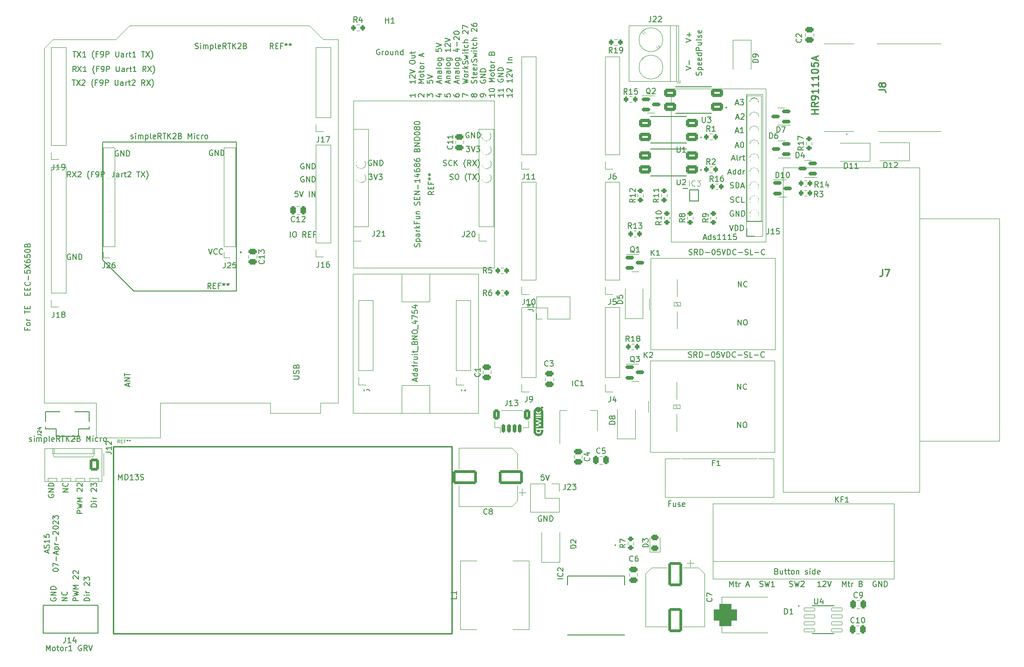
<source format=gbr>
%TF.GenerationSoftware,KiCad,Pcbnew,(6.0.10)*%
%TF.CreationDate,2023-04-23T08:01:19-06:00*%
%TF.ProjectId,AS15,41533135-2e6b-4696-9361-645f70636258,rev?*%
%TF.SameCoordinates,Original*%
%TF.FileFunction,Legend,Top*%
%TF.FilePolarity,Positive*%
%FSLAX46Y46*%
G04 Gerber Fmt 4.6, Leading zero omitted, Abs format (unit mm)*
G04 Created by KiCad (PCBNEW (6.0.10)) date 2023-04-23 08:01:19*
%MOMM*%
%LPD*%
G01*
G04 APERTURE LIST*
G04 Aperture macros list*
%AMRoundRect*
0 Rectangle with rounded corners*
0 $1 Rounding radius*
0 $2 $3 $4 $5 $6 $7 $8 $9 X,Y pos of 4 corners*
0 Add a 4 corners polygon primitive as box body*
4,1,4,$2,$3,$4,$5,$6,$7,$8,$9,$2,$3,0*
0 Add four circle primitives for the rounded corners*
1,1,$1+$1,$2,$3*
1,1,$1+$1,$4,$5*
1,1,$1+$1,$6,$7*
1,1,$1+$1,$8,$9*
0 Add four rect primitives between the rounded corners*
20,1,$1+$1,$2,$3,$4,$5,0*
20,1,$1+$1,$4,$5,$6,$7,0*
20,1,$1+$1,$6,$7,$8,$9,0*
20,1,$1+$1,$8,$9,$2,$3,0*%
G04 Aperture macros list end*
%ADD10C,0.150000*%
%ADD11C,0.254000*%
%ADD12C,0.125000*%
%ADD13C,0.015000*%
%ADD14C,0.120000*%
%ADD15C,0.127000*%
%ADD16C,0.200000*%
%ADD17C,0.100000*%
%ADD18C,0.010000*%
%ADD19R,2.500000X1.800000*%
%ADD20R,1.700000X1.700000*%
%ADD21O,1.700000X1.700000*%
%ADD22RoundRect,0.150000X-0.150000X-0.625000X0.150000X-0.625000X0.150000X0.625000X-0.150000X0.625000X0*%
%ADD23RoundRect,0.250000X-0.350000X-0.650000X0.350000X-0.650000X0.350000X0.650000X-0.350000X0.650000X0*%
%ADD24R,1.800000X2.500000*%
%ADD25R,5.400000X2.900000*%
%ADD26R,2.600000X2.600000*%
%ADD27C,2.600000*%
%ADD28RoundRect,0.250000X-1.000000X1.950000X-1.000000X-1.950000X1.000000X-1.950000X1.000000X1.950000X0*%
%ADD29R,1.350000X1.350000*%
%ADD30O,1.350000X1.350000*%
%ADD31RoundRect,0.250000X-0.475000X0.250000X-0.475000X-0.250000X0.475000X-0.250000X0.475000X0.250000X0*%
%ADD32RoundRect,0.266400X0.808600X0.473600X-0.808600X0.473600X-0.808600X-0.473600X0.808600X-0.473600X0*%
%ADD33C,0.001000*%
%ADD34C,1.446000*%
%ADD35C,1.530000*%
%ADD36C,2.445000*%
%ADD37R,1.050000X3.210000*%
%ADD38R,10.530000X8.460000*%
%ADD39RoundRect,0.250000X0.475000X-0.250000X0.475000X0.250000X-0.475000X0.250000X-0.475000X-0.250000X0*%
%ADD40R,2.715000X2.715000*%
%ADD41C,2.715000*%
%ADD42C,4.485000*%
%ADD43RoundRect,0.200000X-0.200000X-0.275000X0.200000X-0.275000X0.200000X0.275000X-0.200000X0.275000X0*%
%ADD44O,2.500000X2.500000*%
%ADD45R,2.500000X2.500000*%
%ADD46RoundRect,0.200000X0.275000X-0.200000X0.275000X0.200000X-0.275000X0.200000X-0.275000X-0.200000X0*%
%ADD47RoundRect,0.250000X-0.250000X-0.475000X0.250000X-0.475000X0.250000X0.475000X-0.250000X0.475000X0*%
%ADD48C,4.300000*%
%ADD49R,0.850000X0.300000*%
%ADD50RoundRect,0.150000X-0.587500X-0.150000X0.587500X-0.150000X0.587500X0.150000X-0.587500X0.150000X0*%
%ADD51RoundRect,0.150000X0.587500X0.150000X-0.587500X0.150000X-0.587500X-0.150000X0.587500X-0.150000X0*%
%ADD52R,0.450000X1.500000*%
%ADD53O,2.000000X1.100000*%
%ADD54O,2.200000X1.100000*%
%ADD55C,2.999999*%
%ADD56RoundRect,0.250000X1.950000X1.000000X-1.950000X1.000000X-1.950000X-1.000000X1.950000X-1.000000X0*%
%ADD57R,1.500000X2.000000*%
%ADD58R,3.800000X2.000000*%
%ADD59RoundRect,0.200000X0.200000X0.275000X-0.200000X0.275000X-0.200000X-0.275000X0.200000X-0.275000X0*%
%ADD60R,1.800000X1.800000*%
%ADD61RoundRect,1.025000X1.125000X-1.025000X1.125000X1.025000X-1.125000X1.025000X-1.125000X-1.025000X0*%
%ADD62R,4.300000X4.100000*%
%ADD63C,3.800000*%
%ADD64RoundRect,0.042000X-0.943000X-0.258000X0.943000X-0.258000X0.943000X0.258000X-0.943000X0.258000X0*%
%ADD65RoundRect,0.250000X0.620000X0.845000X-0.620000X0.845000X-0.620000X-0.845000X0.620000X-0.845000X0*%
%ADD66O,1.740000X2.190000*%
%ADD67RoundRect,0.243750X0.456250X-0.243750X0.456250X0.243750X-0.456250X0.243750X-0.456250X-0.243750X0*%
%ADD68RoundRect,0.250000X0.250000X0.475000X-0.250000X0.475000X-0.250000X-0.475000X0.250000X-0.475000X0*%
%ADD69R,1.308000X1.308000*%
%ADD70C,1.308000*%
%ADD71C,3.302000*%
%ADD72R,3.000000X3.000000*%
%ADD73C,3.000000*%
%ADD74C,3.200000*%
G04 APERTURE END LIST*
D10*
X22728571Y-83300000D02*
X22728571Y-83633333D01*
X23252380Y-83633333D02*
X22252380Y-83633333D01*
X22252380Y-83157142D01*
X23252380Y-82633333D02*
X23204761Y-82728571D01*
X23157142Y-82776190D01*
X23061904Y-82823809D01*
X22776190Y-82823809D01*
X22680952Y-82776190D01*
X22633333Y-82728571D01*
X22585714Y-82633333D01*
X22585714Y-82490476D01*
X22633333Y-82395238D01*
X22680952Y-82347619D01*
X22776190Y-82300000D01*
X23061904Y-82300000D01*
X23157142Y-82347619D01*
X23204761Y-82395238D01*
X23252380Y-82490476D01*
X23252380Y-82633333D01*
X23252380Y-81871428D02*
X22585714Y-81871428D01*
X22776190Y-81871428D02*
X22680952Y-81823809D01*
X22633333Y-81776190D01*
X22585714Y-81680952D01*
X22585714Y-81585714D01*
X22252380Y-80633333D02*
X22252380Y-80061904D01*
X23252380Y-80347619D02*
X22252380Y-80347619D01*
X22728571Y-79728571D02*
X22728571Y-79395238D01*
X23252380Y-79252380D02*
X23252380Y-79728571D01*
X22252380Y-79728571D01*
X22252380Y-79252380D01*
X22728571Y-77300000D02*
X22728571Y-76966666D01*
X23252380Y-76823809D02*
X23252380Y-77300000D01*
X22252380Y-77300000D01*
X22252380Y-76823809D01*
X22728571Y-76395238D02*
X22728571Y-76061904D01*
X23252380Y-75919047D02*
X23252380Y-76395238D01*
X22252380Y-76395238D01*
X22252380Y-75919047D01*
X23157142Y-74919047D02*
X23204761Y-74966666D01*
X23252380Y-75109523D01*
X23252380Y-75204761D01*
X23204761Y-75347619D01*
X23109523Y-75442857D01*
X23014285Y-75490476D01*
X22823809Y-75538095D01*
X22680952Y-75538095D01*
X22490476Y-75490476D01*
X22395238Y-75442857D01*
X22300000Y-75347619D01*
X22252380Y-75204761D01*
X22252380Y-75109523D01*
X22300000Y-74966666D01*
X22347619Y-74919047D01*
X22871428Y-74490476D02*
X22871428Y-73728571D01*
X22252380Y-72776190D02*
X22252380Y-73252380D01*
X22728571Y-73300000D01*
X22680952Y-73252380D01*
X22633333Y-73157142D01*
X22633333Y-72919047D01*
X22680952Y-72823809D01*
X22728571Y-72776190D01*
X22823809Y-72728571D01*
X23061904Y-72728571D01*
X23157142Y-72776190D01*
X23204761Y-72823809D01*
X23252380Y-72919047D01*
X23252380Y-73157142D01*
X23204761Y-73252380D01*
X23157142Y-73300000D01*
X22252380Y-72395238D02*
X23252380Y-71728571D01*
X22252380Y-71728571D02*
X23252380Y-72395238D01*
X22252380Y-70919047D02*
X22252380Y-71109523D01*
X22300000Y-71204761D01*
X22347619Y-71252380D01*
X22490476Y-71347619D01*
X22680952Y-71395238D01*
X23061904Y-71395238D01*
X23157142Y-71347619D01*
X23204761Y-71300000D01*
X23252380Y-71204761D01*
X23252380Y-71014285D01*
X23204761Y-70919047D01*
X23157142Y-70871428D01*
X23061904Y-70823809D01*
X22823809Y-70823809D01*
X22728571Y-70871428D01*
X22680952Y-70919047D01*
X22633333Y-71014285D01*
X22633333Y-71204761D01*
X22680952Y-71300000D01*
X22728571Y-71347619D01*
X22823809Y-71395238D01*
X22252380Y-69919047D02*
X22252380Y-70395238D01*
X22728571Y-70442857D01*
X22680952Y-70395238D01*
X22633333Y-70300000D01*
X22633333Y-70061904D01*
X22680952Y-69966666D01*
X22728571Y-69919047D01*
X22823809Y-69871428D01*
X23061904Y-69871428D01*
X23157142Y-69919047D01*
X23204761Y-69966666D01*
X23252380Y-70061904D01*
X23252380Y-70300000D01*
X23204761Y-70395238D01*
X23157142Y-70442857D01*
X22252380Y-69252380D02*
X22252380Y-69157142D01*
X22300000Y-69061904D01*
X22347619Y-69014285D01*
X22442857Y-68966666D01*
X22633333Y-68919047D01*
X22871428Y-68919047D01*
X23061904Y-68966666D01*
X23157142Y-69014285D01*
X23204761Y-69061904D01*
X23252380Y-69157142D01*
X23252380Y-69252380D01*
X23204761Y-69347619D01*
X23157142Y-69395238D01*
X23061904Y-69442857D01*
X22871428Y-69490476D01*
X22633333Y-69490476D01*
X22442857Y-69442857D01*
X22347619Y-69395238D01*
X22300000Y-69347619D01*
X22252380Y-69252380D01*
X22728571Y-68157142D02*
X22776190Y-68014285D01*
X22823809Y-67966666D01*
X22919047Y-67919047D01*
X23061904Y-67919047D01*
X23157142Y-67966666D01*
X23204761Y-68014285D01*
X23252380Y-68109523D01*
X23252380Y-68490476D01*
X22252380Y-68490476D01*
X22252380Y-68157142D01*
X22300000Y-68061904D01*
X22347619Y-68014285D01*
X22442857Y-67966666D01*
X22538095Y-67966666D01*
X22633333Y-68014285D01*
X22680952Y-68061904D01*
X22728571Y-68157142D01*
X22728571Y-68490476D01*
X27000000Y-132519047D02*
X26952380Y-132614285D01*
X26952380Y-132757143D01*
X27000000Y-132900000D01*
X27095238Y-132995238D01*
X27190476Y-133042857D01*
X27380952Y-133090476D01*
X27523809Y-133090476D01*
X27714285Y-133042857D01*
X27809523Y-132995238D01*
X27904761Y-132900000D01*
X27952380Y-132757143D01*
X27952380Y-132661904D01*
X27904761Y-132519047D01*
X27857142Y-132471428D01*
X27523809Y-132471428D01*
X27523809Y-132661904D01*
X27952380Y-132042857D02*
X26952380Y-132042857D01*
X27952380Y-131471428D01*
X26952380Y-131471428D01*
X27952380Y-130995238D02*
X26952380Y-130995238D01*
X26952380Y-130757143D01*
X27000000Y-130614285D01*
X27095238Y-130519047D01*
X27190476Y-130471428D01*
X27380952Y-130423809D01*
X27523809Y-130423809D01*
X27714285Y-130471428D01*
X27809523Y-130519047D01*
X27904761Y-130614285D01*
X27952380Y-130757143D01*
X27952380Y-130995238D01*
X26461666Y-124266666D02*
X26461666Y-123790476D01*
X26747380Y-124361904D02*
X25747380Y-124028571D01*
X26747380Y-123695238D01*
X26699761Y-123409523D02*
X26747380Y-123266666D01*
X26747380Y-123028571D01*
X26699761Y-122933333D01*
X26652142Y-122885714D01*
X26556904Y-122838095D01*
X26461666Y-122838095D01*
X26366428Y-122885714D01*
X26318809Y-122933333D01*
X26271190Y-123028571D01*
X26223571Y-123219047D01*
X26175952Y-123314285D01*
X26128333Y-123361904D01*
X26033095Y-123409523D01*
X25937857Y-123409523D01*
X25842619Y-123361904D01*
X25795000Y-123314285D01*
X25747380Y-123219047D01*
X25747380Y-122980952D01*
X25795000Y-122838095D01*
X26747380Y-121885714D02*
X26747380Y-122457142D01*
X26747380Y-122171428D02*
X25747380Y-122171428D01*
X25890238Y-122266666D01*
X25985476Y-122361904D01*
X26033095Y-122457142D01*
X25747380Y-120980952D02*
X25747380Y-121457142D01*
X26223571Y-121504761D01*
X26175952Y-121457142D01*
X26128333Y-121361904D01*
X26128333Y-121123809D01*
X26175952Y-121028571D01*
X26223571Y-120980952D01*
X26318809Y-120933333D01*
X26556904Y-120933333D01*
X26652142Y-120980952D01*
X26699761Y-121028571D01*
X26747380Y-121123809D01*
X26747380Y-121361904D01*
X26699761Y-121457142D01*
X26652142Y-121504761D01*
X27357380Y-127457142D02*
X27357380Y-127361904D01*
X27405000Y-127266666D01*
X27452619Y-127219047D01*
X27547857Y-127171428D01*
X27738333Y-127123809D01*
X27976428Y-127123809D01*
X28166904Y-127171428D01*
X28262142Y-127219047D01*
X28309761Y-127266666D01*
X28357380Y-127361904D01*
X28357380Y-127457142D01*
X28309761Y-127552380D01*
X28262142Y-127600000D01*
X28166904Y-127647619D01*
X27976428Y-127695238D01*
X27738333Y-127695238D01*
X27547857Y-127647619D01*
X27452619Y-127600000D01*
X27405000Y-127552380D01*
X27357380Y-127457142D01*
X27357380Y-126790476D02*
X27357380Y-126123809D01*
X28357380Y-126552380D01*
X27976428Y-125742857D02*
X27976428Y-124980952D01*
X28071666Y-124552380D02*
X28071666Y-124076190D01*
X28357380Y-124647619D02*
X27357380Y-124314285D01*
X28357380Y-123980952D01*
X27690714Y-123647619D02*
X28690714Y-123647619D01*
X27738333Y-123647619D02*
X27690714Y-123552380D01*
X27690714Y-123361904D01*
X27738333Y-123266666D01*
X27785952Y-123219047D01*
X27881190Y-123171428D01*
X28166904Y-123171428D01*
X28262142Y-123219047D01*
X28309761Y-123266666D01*
X28357380Y-123361904D01*
X28357380Y-123552380D01*
X28309761Y-123647619D01*
X28357380Y-122742857D02*
X27690714Y-122742857D01*
X27881190Y-122742857D02*
X27785952Y-122695238D01*
X27738333Y-122647619D01*
X27690714Y-122552380D01*
X27690714Y-122457142D01*
X27976428Y-122123809D02*
X27976428Y-121361904D01*
X27452619Y-120933333D02*
X27405000Y-120885714D01*
X27357380Y-120790476D01*
X27357380Y-120552380D01*
X27405000Y-120457142D01*
X27452619Y-120409523D01*
X27547857Y-120361904D01*
X27643095Y-120361904D01*
X27785952Y-120409523D01*
X28357380Y-120980952D01*
X28357380Y-120361904D01*
X27357380Y-119742857D02*
X27357380Y-119647619D01*
X27405000Y-119552380D01*
X27452619Y-119504761D01*
X27547857Y-119457142D01*
X27738333Y-119409523D01*
X27976428Y-119409523D01*
X28166904Y-119457142D01*
X28262142Y-119504761D01*
X28309761Y-119552380D01*
X28357380Y-119647619D01*
X28357380Y-119742857D01*
X28309761Y-119838095D01*
X28262142Y-119885714D01*
X28166904Y-119933333D01*
X27976428Y-119980952D01*
X27738333Y-119980952D01*
X27547857Y-119933333D01*
X27452619Y-119885714D01*
X27405000Y-119838095D01*
X27357380Y-119742857D01*
X27452619Y-119028571D02*
X27405000Y-118980952D01*
X27357380Y-118885714D01*
X27357380Y-118647619D01*
X27405000Y-118552380D01*
X27452619Y-118504761D01*
X27547857Y-118457142D01*
X27643095Y-118457142D01*
X27785952Y-118504761D01*
X28357380Y-119076190D01*
X28357380Y-118457142D01*
X27357380Y-118123809D02*
X27357380Y-117504761D01*
X27738333Y-117838095D01*
X27738333Y-117695238D01*
X27785952Y-117600000D01*
X27833571Y-117552380D01*
X27928809Y-117504761D01*
X28166904Y-117504761D01*
X28262142Y-117552380D01*
X28309761Y-117600000D01*
X28357380Y-117695238D01*
X28357380Y-117980952D01*
X28309761Y-118076190D01*
X28262142Y-118123809D01*
X150761904Y-130452380D02*
X150761904Y-129452380D01*
X151095238Y-130166666D01*
X151428571Y-129452380D01*
X151428571Y-130452380D01*
X151761904Y-129785714D02*
X152142857Y-129785714D01*
X151904761Y-129452380D02*
X151904761Y-130309523D01*
X151952380Y-130404761D01*
X152047619Y-130452380D01*
X152142857Y-130452380D01*
X152476190Y-130452380D02*
X152476190Y-129785714D01*
X152476190Y-129976190D02*
X152523809Y-129880952D01*
X152571428Y-129833333D01*
X152666666Y-129785714D01*
X152761904Y-129785714D01*
X153809523Y-130166666D02*
X154285714Y-130166666D01*
X153714285Y-130452380D02*
X154047619Y-129452380D01*
X154380952Y-130452380D01*
X139957142Y-115328571D02*
X139623809Y-115328571D01*
X139623809Y-115852380D02*
X139623809Y-114852380D01*
X140100000Y-114852380D01*
X140909523Y-115185714D02*
X140909523Y-115852380D01*
X140480952Y-115185714D02*
X140480952Y-115709523D01*
X140528571Y-115804761D01*
X140623809Y-115852380D01*
X140766666Y-115852380D01*
X140861904Y-115804761D01*
X140909523Y-115757142D01*
X141338095Y-115804761D02*
X141433333Y-115852380D01*
X141623809Y-115852380D01*
X141719047Y-115804761D01*
X141766666Y-115709523D01*
X141766666Y-115661904D01*
X141719047Y-115566666D01*
X141623809Y-115519047D01*
X141480952Y-115519047D01*
X141385714Y-115471428D01*
X141338095Y-115376190D01*
X141338095Y-115328571D01*
X141385714Y-115233333D01*
X141480952Y-115185714D01*
X141623809Y-115185714D01*
X141719047Y-115233333D01*
X142576190Y-115804761D02*
X142480952Y-115852380D01*
X142290476Y-115852380D01*
X142195238Y-115804761D01*
X142147619Y-115709523D01*
X142147619Y-115328571D01*
X142195238Y-115233333D01*
X142290476Y-115185714D01*
X142480952Y-115185714D01*
X142576190Y-115233333D01*
X142623809Y-115328571D01*
X142623809Y-115423809D01*
X142147619Y-115519047D01*
X156266666Y-130404761D02*
X156409523Y-130452380D01*
X156647619Y-130452380D01*
X156742857Y-130404761D01*
X156790476Y-130357142D01*
X156838095Y-130261904D01*
X156838095Y-130166666D01*
X156790476Y-130071428D01*
X156742857Y-130023809D01*
X156647619Y-129976190D01*
X156457142Y-129928571D01*
X156361904Y-129880952D01*
X156314285Y-129833333D01*
X156266666Y-129738095D01*
X156266666Y-129642857D01*
X156314285Y-129547619D01*
X156361904Y-129500000D01*
X156457142Y-129452380D01*
X156695238Y-129452380D01*
X156838095Y-129500000D01*
X157171428Y-129452380D02*
X157409523Y-130452380D01*
X157600000Y-129738095D01*
X157790476Y-130452380D01*
X158028571Y-129452380D01*
X158933333Y-130452380D02*
X158361904Y-130452380D01*
X158647619Y-130452380D02*
X158647619Y-129452380D01*
X158552380Y-129595238D01*
X158457142Y-129690476D01*
X158361904Y-129738095D01*
X116438095Y-117600000D02*
X116342857Y-117552380D01*
X116200000Y-117552380D01*
X116057142Y-117600000D01*
X115961904Y-117695238D01*
X115914285Y-117790476D01*
X115866666Y-117980952D01*
X115866666Y-118123809D01*
X115914285Y-118314285D01*
X115961904Y-118409523D01*
X116057142Y-118504761D01*
X116200000Y-118552380D01*
X116295238Y-118552380D01*
X116438095Y-118504761D01*
X116485714Y-118457142D01*
X116485714Y-118123809D01*
X116295238Y-118123809D01*
X116914285Y-118552380D02*
X116914285Y-117552380D01*
X117485714Y-118552380D01*
X117485714Y-117552380D01*
X117961904Y-118552380D02*
X117961904Y-117552380D01*
X118200000Y-117552380D01*
X118342857Y-117600000D01*
X118438095Y-117695238D01*
X118485714Y-117790476D01*
X118533333Y-117980952D01*
X118533333Y-118123809D01*
X118485714Y-118314285D01*
X118438095Y-118409523D01*
X118342857Y-118504761D01*
X118200000Y-118552380D01*
X117961904Y-118552380D01*
X32019046Y-133042857D02*
X31019046Y-133042857D01*
X31019046Y-132661904D01*
X31066666Y-132566666D01*
X31114285Y-132519047D01*
X31209523Y-132471428D01*
X31352380Y-132471428D01*
X31447618Y-132519047D01*
X31495237Y-132566666D01*
X31542856Y-132661904D01*
X31542856Y-133042857D01*
X31019046Y-132138095D02*
X32019046Y-131900000D01*
X31304761Y-131709523D01*
X32019046Y-131519047D01*
X31019046Y-131280952D01*
X32019046Y-130900000D02*
X31019046Y-130900000D01*
X31733332Y-130566666D01*
X31019046Y-130233333D01*
X32019046Y-130233333D01*
X31114285Y-129042857D02*
X31066666Y-128995238D01*
X31019046Y-128900000D01*
X31019046Y-128661904D01*
X31066666Y-128566666D01*
X31114285Y-128519047D01*
X31209523Y-128471428D01*
X31304761Y-128471428D01*
X31447618Y-128519047D01*
X32019046Y-129090476D01*
X32019046Y-128471428D01*
X31114285Y-128090476D02*
X31066666Y-128042857D01*
X31019046Y-127947619D01*
X31019046Y-127709523D01*
X31066666Y-127614285D01*
X31114285Y-127566666D01*
X31209523Y-127519047D01*
X31304761Y-127519047D01*
X31447618Y-127566666D01*
X32019046Y-128138095D01*
X32019046Y-127519047D01*
X32752380Y-117090476D02*
X31752380Y-117090476D01*
X31752380Y-116709523D01*
X31800000Y-116614285D01*
X31847619Y-116566666D01*
X31942857Y-116519047D01*
X32085714Y-116519047D01*
X32180952Y-116566666D01*
X32228571Y-116614285D01*
X32276190Y-116709523D01*
X32276190Y-117090476D01*
X31752380Y-116185714D02*
X32752380Y-115947619D01*
X32038095Y-115757142D01*
X32752380Y-115566666D01*
X31752380Y-115328571D01*
X32752380Y-114947619D02*
X31752380Y-114947619D01*
X32466666Y-114614285D01*
X31752380Y-114280952D01*
X32752380Y-114280952D01*
X31847619Y-113090476D02*
X31800000Y-113042857D01*
X31752380Y-112947619D01*
X31752380Y-112709523D01*
X31800000Y-112614285D01*
X31847619Y-112566666D01*
X31942857Y-112519047D01*
X32038095Y-112519047D01*
X32180952Y-112566666D01*
X32752380Y-113138095D01*
X32752380Y-112519047D01*
X31847619Y-112138095D02*
X31800000Y-112090476D01*
X31752380Y-111995238D01*
X31752380Y-111757142D01*
X31800000Y-111661904D01*
X31847619Y-111614285D01*
X31942857Y-111566666D01*
X32038095Y-111566666D01*
X32180952Y-111614285D01*
X32752380Y-112185714D01*
X32752380Y-111566666D01*
X34052380Y-133042857D02*
X33052380Y-133042857D01*
X33052380Y-132804761D01*
X33100000Y-132661904D01*
X33195238Y-132566666D01*
X33290476Y-132519047D01*
X33480952Y-132471428D01*
X33623809Y-132471428D01*
X33814285Y-132519047D01*
X33909523Y-132566666D01*
X34004761Y-132661904D01*
X34052380Y-132804761D01*
X34052380Y-133042857D01*
X34052380Y-132042857D02*
X33385714Y-132042857D01*
X33052380Y-132042857D02*
X33100000Y-132090476D01*
X33147619Y-132042857D01*
X33100000Y-131995238D01*
X33052380Y-132042857D01*
X33147619Y-132042857D01*
X34052380Y-131566666D02*
X33385714Y-131566666D01*
X33576190Y-131566666D02*
X33480952Y-131519047D01*
X33433333Y-131471428D01*
X33385714Y-131376190D01*
X33385714Y-131280952D01*
X33147619Y-130233333D02*
X33100000Y-130185714D01*
X33052380Y-130090476D01*
X33052380Y-129852380D01*
X33100000Y-129757142D01*
X33147619Y-129709523D01*
X33242857Y-129661904D01*
X33338095Y-129661904D01*
X33480952Y-129709523D01*
X34052380Y-130280952D01*
X34052380Y-129661904D01*
X33052380Y-129328571D02*
X33052380Y-128709523D01*
X33433333Y-129042857D01*
X33433333Y-128900000D01*
X33480952Y-128804761D01*
X33528571Y-128757142D01*
X33623809Y-128709523D01*
X33861904Y-128709523D01*
X33957142Y-128757142D01*
X34004761Y-128804761D01*
X34052380Y-128900000D01*
X34052380Y-129185714D01*
X34004761Y-129280952D01*
X33957142Y-129328571D01*
X23100000Y-103904761D02*
X23195238Y-103952380D01*
X23385714Y-103952380D01*
X23480952Y-103904761D01*
X23528571Y-103809523D01*
X23528571Y-103761904D01*
X23480952Y-103666666D01*
X23385714Y-103619047D01*
X23242857Y-103619047D01*
X23147619Y-103571428D01*
X23100000Y-103476190D01*
X23100000Y-103428571D01*
X23147619Y-103333333D01*
X23242857Y-103285714D01*
X23385714Y-103285714D01*
X23480952Y-103333333D01*
X23957142Y-103952380D02*
X23957142Y-103285714D01*
X23957142Y-102952380D02*
X23909523Y-103000000D01*
X23957142Y-103047619D01*
X24004761Y-103000000D01*
X23957142Y-102952380D01*
X23957142Y-103047619D01*
X24433333Y-103952380D02*
X24433333Y-103285714D01*
X24433333Y-103380952D02*
X24480952Y-103333333D01*
X24576190Y-103285714D01*
X24719047Y-103285714D01*
X24814285Y-103333333D01*
X24861904Y-103428571D01*
X24861904Y-103952380D01*
X24861904Y-103428571D02*
X24909523Y-103333333D01*
X25004761Y-103285714D01*
X25147619Y-103285714D01*
X25242857Y-103333333D01*
X25290476Y-103428571D01*
X25290476Y-103952380D01*
X25766666Y-103285714D02*
X25766666Y-104285714D01*
X25766666Y-103333333D02*
X25861904Y-103285714D01*
X26052380Y-103285714D01*
X26147619Y-103333333D01*
X26195238Y-103380952D01*
X26242857Y-103476190D01*
X26242857Y-103761904D01*
X26195238Y-103857142D01*
X26147619Y-103904761D01*
X26052380Y-103952380D01*
X25861904Y-103952380D01*
X25766666Y-103904761D01*
X26814285Y-103952380D02*
X26719047Y-103904761D01*
X26671428Y-103809523D01*
X26671428Y-102952380D01*
X27576190Y-103904761D02*
X27480952Y-103952380D01*
X27290476Y-103952380D01*
X27195238Y-103904761D01*
X27147619Y-103809523D01*
X27147619Y-103428571D01*
X27195238Y-103333333D01*
X27290476Y-103285714D01*
X27480952Y-103285714D01*
X27576190Y-103333333D01*
X27623809Y-103428571D01*
X27623809Y-103523809D01*
X27147619Y-103619047D01*
X28623809Y-103952380D02*
X28290476Y-103476190D01*
X28052380Y-103952380D02*
X28052380Y-102952380D01*
X28433333Y-102952380D01*
X28528571Y-103000000D01*
X28576190Y-103047619D01*
X28623809Y-103142857D01*
X28623809Y-103285714D01*
X28576190Y-103380952D01*
X28528571Y-103428571D01*
X28433333Y-103476190D01*
X28052380Y-103476190D01*
X28909523Y-102952380D02*
X29480952Y-102952380D01*
X29195238Y-103952380D02*
X29195238Y-102952380D01*
X29814285Y-103952380D02*
X29814285Y-102952380D01*
X30385714Y-103952380D02*
X29957142Y-103380952D01*
X30385714Y-102952380D02*
X29814285Y-103523809D01*
X30766666Y-103047619D02*
X30814285Y-103000000D01*
X30909523Y-102952380D01*
X31147619Y-102952380D01*
X31242857Y-103000000D01*
X31290476Y-103047619D01*
X31338095Y-103142857D01*
X31338095Y-103238095D01*
X31290476Y-103380952D01*
X30719047Y-103952380D01*
X31338095Y-103952380D01*
X32100000Y-103428571D02*
X32242857Y-103476190D01*
X32290476Y-103523809D01*
X32338095Y-103619047D01*
X32338095Y-103761904D01*
X32290476Y-103857142D01*
X32242857Y-103904761D01*
X32147619Y-103952380D01*
X31766666Y-103952380D01*
X31766666Y-102952380D01*
X32100000Y-102952380D01*
X32195238Y-103000000D01*
X32242857Y-103047619D01*
X32290476Y-103142857D01*
X32290476Y-103238095D01*
X32242857Y-103333333D01*
X32195238Y-103380952D01*
X32100000Y-103428571D01*
X31766666Y-103428571D01*
X33528571Y-103952380D02*
X33528571Y-102952380D01*
X33861904Y-103666666D01*
X34195238Y-102952380D01*
X34195238Y-103952380D01*
X34671428Y-103952380D02*
X34671428Y-103285714D01*
X34671428Y-102952380D02*
X34623809Y-103000000D01*
X34671428Y-103047619D01*
X34719047Y-103000000D01*
X34671428Y-102952380D01*
X34671428Y-103047619D01*
X35576190Y-103904761D02*
X35480952Y-103952380D01*
X35290476Y-103952380D01*
X35195238Y-103904761D01*
X35147619Y-103857142D01*
X35100000Y-103761904D01*
X35100000Y-103476190D01*
X35147619Y-103380952D01*
X35195238Y-103333333D01*
X35290476Y-103285714D01*
X35480952Y-103285714D01*
X35576190Y-103333333D01*
X36004761Y-103952380D02*
X36004761Y-103285714D01*
X36004761Y-103476190D02*
X36052380Y-103380952D01*
X36100000Y-103333333D01*
X36195238Y-103285714D01*
X36290476Y-103285714D01*
X36766666Y-103952380D02*
X36671428Y-103904761D01*
X36623809Y-103857142D01*
X36576190Y-103761904D01*
X36576190Y-103476190D01*
X36623809Y-103380952D01*
X36671428Y-103333333D01*
X36766666Y-103285714D01*
X36909523Y-103285714D01*
X37004761Y-103333333D01*
X37052380Y-103380952D01*
X37100000Y-103476190D01*
X37100000Y-103761904D01*
X37052380Y-103857142D01*
X37004761Y-103904761D01*
X36909523Y-103952380D01*
X36766666Y-103952380D01*
X26600000Y-113661904D02*
X26552380Y-113757142D01*
X26552380Y-113900000D01*
X26600000Y-114042857D01*
X26695238Y-114138095D01*
X26790476Y-114185714D01*
X26980952Y-114233333D01*
X27123809Y-114233333D01*
X27314285Y-114185714D01*
X27409523Y-114138095D01*
X27504761Y-114042857D01*
X27552380Y-113900000D01*
X27552380Y-113804761D01*
X27504761Y-113661904D01*
X27457142Y-113614285D01*
X27123809Y-113614285D01*
X27123809Y-113804761D01*
X27552380Y-113185714D02*
X26552380Y-113185714D01*
X27552380Y-112614285D01*
X26552380Y-112614285D01*
X27552380Y-112138095D02*
X26552380Y-112138095D01*
X26552380Y-111900000D01*
X26600000Y-111757142D01*
X26695238Y-111661904D01*
X26790476Y-111614285D01*
X26980952Y-111566666D01*
X27123809Y-111566666D01*
X27314285Y-111614285D01*
X27409523Y-111661904D01*
X27504761Y-111757142D01*
X27552380Y-111900000D01*
X27552380Y-112138095D01*
X116909523Y-110052380D02*
X116433333Y-110052380D01*
X116385714Y-110528571D01*
X116433333Y-110480952D01*
X116528571Y-110433333D01*
X116766666Y-110433333D01*
X116861904Y-110480952D01*
X116909523Y-110528571D01*
X116957142Y-110623809D01*
X116957142Y-110861904D01*
X116909523Y-110957142D01*
X116861904Y-111004761D01*
X116766666Y-111052380D01*
X116528571Y-111052380D01*
X116433333Y-111004761D01*
X116385714Y-110957142D01*
X117242857Y-110052380D02*
X117576190Y-111052380D01*
X117909523Y-110052380D01*
X177438095Y-129500000D02*
X177342857Y-129452380D01*
X177200000Y-129452380D01*
X177057142Y-129500000D01*
X176961904Y-129595238D01*
X176914285Y-129690476D01*
X176866666Y-129880952D01*
X176866666Y-130023809D01*
X176914285Y-130214285D01*
X176961904Y-130309523D01*
X177057142Y-130404761D01*
X177200000Y-130452380D01*
X177295238Y-130452380D01*
X177438095Y-130404761D01*
X177485714Y-130357142D01*
X177485714Y-130023809D01*
X177295238Y-130023809D01*
X177914285Y-130452380D02*
X177914285Y-129452380D01*
X178485714Y-130452380D01*
X178485714Y-129452380D01*
X178961904Y-130452380D02*
X178961904Y-129452380D01*
X179200000Y-129452380D01*
X179342857Y-129500000D01*
X179438095Y-129595238D01*
X179485714Y-129690476D01*
X179533333Y-129880952D01*
X179533333Y-130023809D01*
X179485714Y-130214285D01*
X179438095Y-130309523D01*
X179342857Y-130404761D01*
X179200000Y-130452380D01*
X178961904Y-130452380D01*
X30152380Y-113185714D02*
X29152380Y-113185714D01*
X30152380Y-112614285D01*
X29152380Y-112614285D01*
X30057142Y-111566666D02*
X30104761Y-111614285D01*
X30152380Y-111757142D01*
X30152380Y-111852380D01*
X30104761Y-111995238D01*
X30009523Y-112090476D01*
X29914285Y-112138095D01*
X29723809Y-112185714D01*
X29580952Y-112185714D01*
X29390476Y-112138095D01*
X29295238Y-112090476D01*
X29200000Y-111995238D01*
X29152380Y-111852380D01*
X29152380Y-111757142D01*
X29200000Y-111614285D01*
X29247619Y-111566666D01*
X35352380Y-115900000D02*
X34352380Y-115900000D01*
X34352380Y-115661904D01*
X34400000Y-115519047D01*
X34495238Y-115423809D01*
X34590476Y-115376190D01*
X34780952Y-115328571D01*
X34923809Y-115328571D01*
X35114285Y-115376190D01*
X35209523Y-115423809D01*
X35304761Y-115519047D01*
X35352380Y-115661904D01*
X35352380Y-115900000D01*
X35352380Y-114900000D02*
X34685714Y-114900000D01*
X34352380Y-114900000D02*
X34400000Y-114947619D01*
X34447619Y-114900000D01*
X34400000Y-114852381D01*
X34352380Y-114900000D01*
X34447619Y-114900000D01*
X35352380Y-114423809D02*
X34685714Y-114423809D01*
X34876190Y-114423809D02*
X34780952Y-114376190D01*
X34733333Y-114328571D01*
X34685714Y-114233333D01*
X34685714Y-114138095D01*
X34447619Y-113090476D02*
X34400000Y-113042857D01*
X34352380Y-112947619D01*
X34352380Y-112709523D01*
X34400000Y-112614285D01*
X34447619Y-112566666D01*
X34542857Y-112519047D01*
X34638095Y-112519047D01*
X34780952Y-112566666D01*
X35352380Y-113138095D01*
X35352380Y-112519047D01*
X34352380Y-112185714D02*
X34352380Y-111566666D01*
X34733333Y-111900000D01*
X34733333Y-111757143D01*
X34780952Y-111661904D01*
X34828571Y-111614285D01*
X34923809Y-111566666D01*
X35161904Y-111566666D01*
X35257142Y-111614285D01*
X35304761Y-111661904D01*
X35352380Y-111757143D01*
X35352380Y-112042857D01*
X35304761Y-112138095D01*
X35257142Y-112185714D01*
X167380952Y-130452380D02*
X166809523Y-130452380D01*
X167095238Y-130452380D02*
X167095238Y-129452380D01*
X167000000Y-129595238D01*
X166904761Y-129690476D01*
X166809523Y-129738095D01*
X167761904Y-129547619D02*
X167809523Y-129500000D01*
X167904761Y-129452380D01*
X168142857Y-129452380D01*
X168238095Y-129500000D01*
X168285714Y-129547619D01*
X168333333Y-129642857D01*
X168333333Y-129738095D01*
X168285714Y-129880952D01*
X167714285Y-130452380D01*
X168333333Y-130452380D01*
X168619047Y-129452380D02*
X168952380Y-130452380D01*
X169285714Y-129452380D01*
X171290476Y-130452380D02*
X171290476Y-129452380D01*
X171623809Y-130166666D01*
X171957142Y-129452380D01*
X171957142Y-130452380D01*
X172290476Y-129785714D02*
X172671428Y-129785714D01*
X172433333Y-129452380D02*
X172433333Y-130309523D01*
X172480952Y-130404761D01*
X172576190Y-130452380D01*
X172671428Y-130452380D01*
X173004761Y-130452380D02*
X173004761Y-129785714D01*
X173004761Y-129976190D02*
X173052380Y-129880952D01*
X173100000Y-129833333D01*
X173195238Y-129785714D01*
X173290476Y-129785714D01*
X174719047Y-129928571D02*
X174861904Y-129976190D01*
X174909523Y-130023809D01*
X174957142Y-130119047D01*
X174957142Y-130261904D01*
X174909523Y-130357142D01*
X174861904Y-130404761D01*
X174766666Y-130452380D01*
X174385714Y-130452380D01*
X174385714Y-129452380D01*
X174719047Y-129452380D01*
X174814285Y-129500000D01*
X174861904Y-129547619D01*
X174909523Y-129642857D01*
X174909523Y-129738095D01*
X174861904Y-129833333D01*
X174814285Y-129880952D01*
X174719047Y-129928571D01*
X174385714Y-129928571D01*
X29985713Y-133042857D02*
X28985713Y-133042857D01*
X29985713Y-132471428D01*
X28985713Y-132471428D01*
X29890475Y-131423809D02*
X29938094Y-131471428D01*
X29985713Y-131614285D01*
X29985713Y-131709523D01*
X29938094Y-131852381D01*
X29842856Y-131947619D01*
X29747618Y-131995238D01*
X29557142Y-132042857D01*
X29414285Y-132042857D01*
X29223809Y-131995238D01*
X29128571Y-131947619D01*
X29033333Y-131852381D01*
X28985713Y-131709523D01*
X28985713Y-131614285D01*
X29033333Y-131471428D01*
X29080952Y-131423809D01*
X142752380Y-36252380D02*
X143752380Y-35919047D01*
X142752380Y-35585714D01*
X143371428Y-35252380D02*
X143371428Y-34490476D01*
X161666666Y-130404761D02*
X161809523Y-130452380D01*
X162047619Y-130452380D01*
X162142857Y-130404761D01*
X162190476Y-130357142D01*
X162238095Y-130261904D01*
X162238095Y-130166666D01*
X162190476Y-130071428D01*
X162142857Y-130023809D01*
X162047619Y-129976190D01*
X161857142Y-129928571D01*
X161761904Y-129880952D01*
X161714285Y-129833333D01*
X161666666Y-129738095D01*
X161666666Y-129642857D01*
X161714285Y-129547619D01*
X161761904Y-129500000D01*
X161857142Y-129452380D01*
X162095238Y-129452380D01*
X162238095Y-129500000D01*
X162571428Y-129452380D02*
X162809523Y-130452380D01*
X163000000Y-129738095D01*
X163190476Y-130452380D01*
X163428571Y-129452380D01*
X163761904Y-129547619D02*
X163809523Y-129500000D01*
X163904761Y-129452380D01*
X164142857Y-129452380D01*
X164238095Y-129500000D01*
X164285714Y-129547619D01*
X164333333Y-129642857D01*
X164333333Y-129738095D01*
X164285714Y-129880952D01*
X163714285Y-130452380D01*
X164333333Y-130452380D01*
X93397380Y-40540595D02*
X93397380Y-41112023D01*
X93397380Y-40826309D02*
X92397380Y-40826309D01*
X92540238Y-40921547D01*
X92635476Y-41016785D01*
X92683095Y-41112023D01*
X93397380Y-38064404D02*
X93397380Y-38635833D01*
X93397380Y-38350119D02*
X92397380Y-38350119D01*
X92540238Y-38445357D01*
X92635476Y-38540595D01*
X92683095Y-38635833D01*
X92492619Y-37683452D02*
X92445000Y-37635833D01*
X92397380Y-37540595D01*
X92397380Y-37302500D01*
X92445000Y-37207261D01*
X92492619Y-37159642D01*
X92587857Y-37112023D01*
X92683095Y-37112023D01*
X92825952Y-37159642D01*
X93397380Y-37731071D01*
X93397380Y-37112023D01*
X92397380Y-36826309D02*
X93397380Y-36492976D01*
X92397380Y-36159642D01*
X92397380Y-34873928D02*
X92397380Y-34683452D01*
X92445000Y-34588214D01*
X92540238Y-34492976D01*
X92730714Y-34445357D01*
X93064047Y-34445357D01*
X93254523Y-34492976D01*
X93349761Y-34588214D01*
X93397380Y-34683452D01*
X93397380Y-34873928D01*
X93349761Y-34969166D01*
X93254523Y-35064404D01*
X93064047Y-35112023D01*
X92730714Y-35112023D01*
X92540238Y-35064404D01*
X92445000Y-34969166D01*
X92397380Y-34873928D01*
X92730714Y-33588214D02*
X93397380Y-33588214D01*
X92730714Y-34016785D02*
X93254523Y-34016785D01*
X93349761Y-33969166D01*
X93397380Y-33873928D01*
X93397380Y-33731071D01*
X93349761Y-33635833D01*
X93302142Y-33588214D01*
X92730714Y-33254880D02*
X92730714Y-32873928D01*
X92397380Y-33112023D02*
X93254523Y-33112023D01*
X93349761Y-33064404D01*
X93397380Y-32969166D01*
X93397380Y-32873928D01*
X94102619Y-41112023D02*
X94055000Y-41064404D01*
X94007380Y-40969166D01*
X94007380Y-40731071D01*
X94055000Y-40635833D01*
X94102619Y-40588214D01*
X94197857Y-40540595D01*
X94293095Y-40540595D01*
X94435952Y-40588214D01*
X95007380Y-41159642D01*
X95007380Y-40540595D01*
X95007380Y-38588214D02*
X94007380Y-38588214D01*
X94721666Y-38254880D01*
X94007380Y-37921547D01*
X95007380Y-37921547D01*
X95007380Y-37302500D02*
X94959761Y-37397738D01*
X94912142Y-37445357D01*
X94816904Y-37492976D01*
X94531190Y-37492976D01*
X94435952Y-37445357D01*
X94388333Y-37397738D01*
X94340714Y-37302500D01*
X94340714Y-37159642D01*
X94388333Y-37064404D01*
X94435952Y-37016785D01*
X94531190Y-36969166D01*
X94816904Y-36969166D01*
X94912142Y-37016785D01*
X94959761Y-37064404D01*
X95007380Y-37159642D01*
X95007380Y-37302500D01*
X94340714Y-36683452D02*
X94340714Y-36302500D01*
X94007380Y-36540595D02*
X94864523Y-36540595D01*
X94959761Y-36492976D01*
X95007380Y-36397738D01*
X95007380Y-36302500D01*
X95007380Y-35826309D02*
X94959761Y-35921547D01*
X94912142Y-35969166D01*
X94816904Y-36016785D01*
X94531190Y-36016785D01*
X94435952Y-35969166D01*
X94388333Y-35921547D01*
X94340714Y-35826309D01*
X94340714Y-35683452D01*
X94388333Y-35588214D01*
X94435952Y-35540595D01*
X94531190Y-35492976D01*
X94816904Y-35492976D01*
X94912142Y-35540595D01*
X94959761Y-35588214D01*
X95007380Y-35683452D01*
X95007380Y-35826309D01*
X95007380Y-35064404D02*
X94340714Y-35064404D01*
X94531190Y-35064404D02*
X94435952Y-35016785D01*
X94388333Y-34969166D01*
X94340714Y-34873928D01*
X94340714Y-34778690D01*
X94721666Y-33731071D02*
X94721666Y-33254880D01*
X95007380Y-33826309D02*
X94007380Y-33492976D01*
X95007380Y-33159642D01*
X95617380Y-41159642D02*
X95617380Y-40540595D01*
X95998333Y-40873928D01*
X95998333Y-40731071D01*
X96045952Y-40635833D01*
X96093571Y-40588214D01*
X96188809Y-40540595D01*
X96426904Y-40540595D01*
X96522142Y-40588214D01*
X96569761Y-40635833D01*
X96617380Y-40731071D01*
X96617380Y-41016785D01*
X96569761Y-41112023D01*
X96522142Y-41159642D01*
X95617380Y-38112023D02*
X95617380Y-38588214D01*
X96093571Y-38635833D01*
X96045952Y-38588214D01*
X95998333Y-38492976D01*
X95998333Y-38254880D01*
X96045952Y-38159642D01*
X96093571Y-38112023D01*
X96188809Y-38064404D01*
X96426904Y-38064404D01*
X96522142Y-38112023D01*
X96569761Y-38159642D01*
X96617380Y-38254880D01*
X96617380Y-38492976D01*
X96569761Y-38588214D01*
X96522142Y-38635833D01*
X95617380Y-37778690D02*
X96617380Y-37445357D01*
X95617380Y-37112023D01*
X97560714Y-40635833D02*
X98227380Y-40635833D01*
X97179761Y-40873928D02*
X97894047Y-41112023D01*
X97894047Y-40492976D01*
X97941666Y-38635833D02*
X97941666Y-38159642D01*
X98227380Y-38731071D02*
X97227380Y-38397738D01*
X98227380Y-38064404D01*
X97560714Y-37731071D02*
X98227380Y-37731071D01*
X97655952Y-37731071D02*
X97608333Y-37683452D01*
X97560714Y-37588214D01*
X97560714Y-37445357D01*
X97608333Y-37350119D01*
X97703571Y-37302500D01*
X98227380Y-37302500D01*
X98227380Y-36397738D02*
X97703571Y-36397738D01*
X97608333Y-36445357D01*
X97560714Y-36540595D01*
X97560714Y-36731071D01*
X97608333Y-36826309D01*
X98179761Y-36397738D02*
X98227380Y-36492976D01*
X98227380Y-36731071D01*
X98179761Y-36826309D01*
X98084523Y-36873928D01*
X97989285Y-36873928D01*
X97894047Y-36826309D01*
X97846428Y-36731071D01*
X97846428Y-36492976D01*
X97798809Y-36397738D01*
X98227380Y-35778690D02*
X98179761Y-35873928D01*
X98084523Y-35921547D01*
X97227380Y-35921547D01*
X98227380Y-35254880D02*
X98179761Y-35350119D01*
X98132142Y-35397738D01*
X98036904Y-35445357D01*
X97751190Y-35445357D01*
X97655952Y-35397738D01*
X97608333Y-35350119D01*
X97560714Y-35254880D01*
X97560714Y-35112023D01*
X97608333Y-35016785D01*
X97655952Y-34969166D01*
X97751190Y-34921547D01*
X98036904Y-34921547D01*
X98132142Y-34969166D01*
X98179761Y-35016785D01*
X98227380Y-35112023D01*
X98227380Y-35254880D01*
X97560714Y-34064404D02*
X98370238Y-34064404D01*
X98465476Y-34112023D01*
X98513095Y-34159642D01*
X98560714Y-34254880D01*
X98560714Y-34397738D01*
X98513095Y-34492976D01*
X98179761Y-34064404D02*
X98227380Y-34159642D01*
X98227380Y-34350119D01*
X98179761Y-34445357D01*
X98132142Y-34492976D01*
X98036904Y-34540595D01*
X97751190Y-34540595D01*
X97655952Y-34492976D01*
X97608333Y-34445357D01*
X97560714Y-34350119D01*
X97560714Y-34159642D01*
X97608333Y-34064404D01*
X97227380Y-32350119D02*
X97227380Y-32826309D01*
X97703571Y-32873928D01*
X97655952Y-32826309D01*
X97608333Y-32731071D01*
X97608333Y-32492976D01*
X97655952Y-32397738D01*
X97703571Y-32350119D01*
X97798809Y-32302500D01*
X98036904Y-32302500D01*
X98132142Y-32350119D01*
X98179761Y-32397738D01*
X98227380Y-32492976D01*
X98227380Y-32731071D01*
X98179761Y-32826309D01*
X98132142Y-32873928D01*
X97227380Y-32016785D02*
X98227380Y-31683452D01*
X97227380Y-31350119D01*
X98837380Y-40588214D02*
X98837380Y-41064404D01*
X99313571Y-41112023D01*
X99265952Y-41064404D01*
X99218333Y-40969166D01*
X99218333Y-40731071D01*
X99265952Y-40635833D01*
X99313571Y-40588214D01*
X99408809Y-40540595D01*
X99646904Y-40540595D01*
X99742142Y-40588214D01*
X99789761Y-40635833D01*
X99837380Y-40731071D01*
X99837380Y-40969166D01*
X99789761Y-41064404D01*
X99742142Y-41112023D01*
X99551666Y-38635833D02*
X99551666Y-38159642D01*
X99837380Y-38731071D02*
X98837380Y-38397738D01*
X99837380Y-38064404D01*
X99170714Y-37731071D02*
X99837380Y-37731071D01*
X99265952Y-37731071D02*
X99218333Y-37683452D01*
X99170714Y-37588214D01*
X99170714Y-37445357D01*
X99218333Y-37350119D01*
X99313571Y-37302500D01*
X99837380Y-37302500D01*
X99837380Y-36397738D02*
X99313571Y-36397738D01*
X99218333Y-36445357D01*
X99170714Y-36540595D01*
X99170714Y-36731071D01*
X99218333Y-36826309D01*
X99789761Y-36397738D02*
X99837380Y-36492976D01*
X99837380Y-36731071D01*
X99789761Y-36826309D01*
X99694523Y-36873928D01*
X99599285Y-36873928D01*
X99504047Y-36826309D01*
X99456428Y-36731071D01*
X99456428Y-36492976D01*
X99408809Y-36397738D01*
X99837380Y-35778690D02*
X99789761Y-35873928D01*
X99694523Y-35921547D01*
X98837380Y-35921547D01*
X99837380Y-35254880D02*
X99789761Y-35350119D01*
X99742142Y-35397738D01*
X99646904Y-35445357D01*
X99361190Y-35445357D01*
X99265952Y-35397738D01*
X99218333Y-35350119D01*
X99170714Y-35254880D01*
X99170714Y-35112023D01*
X99218333Y-35016785D01*
X99265952Y-34969166D01*
X99361190Y-34921547D01*
X99646904Y-34921547D01*
X99742142Y-34969166D01*
X99789761Y-35016785D01*
X99837380Y-35112023D01*
X99837380Y-35254880D01*
X99170714Y-34064404D02*
X99980238Y-34064404D01*
X100075476Y-34112023D01*
X100123095Y-34159642D01*
X100170714Y-34254880D01*
X100170714Y-34397738D01*
X100123095Y-34492976D01*
X99789761Y-34064404D02*
X99837380Y-34159642D01*
X99837380Y-34350119D01*
X99789761Y-34445357D01*
X99742142Y-34492976D01*
X99646904Y-34540595D01*
X99361190Y-34540595D01*
X99265952Y-34492976D01*
X99218333Y-34445357D01*
X99170714Y-34350119D01*
X99170714Y-34159642D01*
X99218333Y-34064404D01*
X99837380Y-32302500D02*
X99837380Y-32873928D01*
X99837380Y-32588214D02*
X98837380Y-32588214D01*
X98980238Y-32683452D01*
X99075476Y-32778690D01*
X99123095Y-32873928D01*
X98932619Y-31921547D02*
X98885000Y-31873928D01*
X98837380Y-31778690D01*
X98837380Y-31540595D01*
X98885000Y-31445357D01*
X98932619Y-31397738D01*
X99027857Y-31350119D01*
X99123095Y-31350119D01*
X99265952Y-31397738D01*
X99837380Y-31969166D01*
X99837380Y-31350119D01*
X98837380Y-31064404D02*
X99837380Y-30731071D01*
X98837380Y-30397738D01*
X100447380Y-40635833D02*
X100447380Y-40826309D01*
X100495000Y-40921547D01*
X100542619Y-40969166D01*
X100685476Y-41064404D01*
X100875952Y-41112023D01*
X101256904Y-41112023D01*
X101352142Y-41064404D01*
X101399761Y-41016785D01*
X101447380Y-40921547D01*
X101447380Y-40731071D01*
X101399761Y-40635833D01*
X101352142Y-40588214D01*
X101256904Y-40540595D01*
X101018809Y-40540595D01*
X100923571Y-40588214D01*
X100875952Y-40635833D01*
X100828333Y-40731071D01*
X100828333Y-40921547D01*
X100875952Y-41016785D01*
X100923571Y-41064404D01*
X101018809Y-41112023D01*
X101161666Y-38635833D02*
X101161666Y-38159642D01*
X101447380Y-38731071D02*
X100447380Y-38397738D01*
X101447380Y-38064404D01*
X100780714Y-37731071D02*
X101447380Y-37731071D01*
X100875952Y-37731071D02*
X100828333Y-37683452D01*
X100780714Y-37588214D01*
X100780714Y-37445357D01*
X100828333Y-37350119D01*
X100923571Y-37302500D01*
X101447380Y-37302500D01*
X101447380Y-36397738D02*
X100923571Y-36397738D01*
X100828333Y-36445357D01*
X100780714Y-36540595D01*
X100780714Y-36731071D01*
X100828333Y-36826309D01*
X101399761Y-36397738D02*
X101447380Y-36492976D01*
X101447380Y-36731071D01*
X101399761Y-36826309D01*
X101304523Y-36873928D01*
X101209285Y-36873928D01*
X101114047Y-36826309D01*
X101066428Y-36731071D01*
X101066428Y-36492976D01*
X101018809Y-36397738D01*
X101447380Y-35778690D02*
X101399761Y-35873928D01*
X101304523Y-35921547D01*
X100447380Y-35921547D01*
X101447380Y-35254880D02*
X101399761Y-35350119D01*
X101352142Y-35397738D01*
X101256904Y-35445357D01*
X100971190Y-35445357D01*
X100875952Y-35397738D01*
X100828333Y-35350119D01*
X100780714Y-35254880D01*
X100780714Y-35112023D01*
X100828333Y-35016785D01*
X100875952Y-34969166D01*
X100971190Y-34921547D01*
X101256904Y-34921547D01*
X101352142Y-34969166D01*
X101399761Y-35016785D01*
X101447380Y-35112023D01*
X101447380Y-35254880D01*
X100780714Y-34064404D02*
X101590238Y-34064404D01*
X101685476Y-34112023D01*
X101733095Y-34159642D01*
X101780714Y-34254880D01*
X101780714Y-34397738D01*
X101733095Y-34492976D01*
X101399761Y-34064404D02*
X101447380Y-34159642D01*
X101447380Y-34350119D01*
X101399761Y-34445357D01*
X101352142Y-34492976D01*
X101256904Y-34540595D01*
X100971190Y-34540595D01*
X100875952Y-34492976D01*
X100828333Y-34445357D01*
X100780714Y-34350119D01*
X100780714Y-34159642D01*
X100828333Y-34064404D01*
X100780714Y-32397738D02*
X101447380Y-32397738D01*
X100399761Y-32635833D02*
X101114047Y-32873928D01*
X101114047Y-32254880D01*
X101066428Y-31873928D02*
X101066428Y-31112023D01*
X100542619Y-30683452D02*
X100495000Y-30635833D01*
X100447380Y-30540595D01*
X100447380Y-30302500D01*
X100495000Y-30207261D01*
X100542619Y-30159642D01*
X100637857Y-30112023D01*
X100733095Y-30112023D01*
X100875952Y-30159642D01*
X101447380Y-30731071D01*
X101447380Y-30112023D01*
X100447380Y-29492976D02*
X100447380Y-29397738D01*
X100495000Y-29302500D01*
X100542619Y-29254880D01*
X100637857Y-29207261D01*
X100828333Y-29159642D01*
X101066428Y-29159642D01*
X101256904Y-29207261D01*
X101352142Y-29254880D01*
X101399761Y-29302500D01*
X101447380Y-29397738D01*
X101447380Y-29492976D01*
X101399761Y-29588214D01*
X101352142Y-29635833D01*
X101256904Y-29683452D01*
X101066428Y-29731071D01*
X100828333Y-29731071D01*
X100637857Y-29683452D01*
X100542619Y-29635833D01*
X100495000Y-29588214D01*
X100447380Y-29492976D01*
X102057380Y-41159642D02*
X102057380Y-40492976D01*
X103057380Y-40921547D01*
X102057380Y-38683452D02*
X103057380Y-38445357D01*
X102343095Y-38254880D01*
X103057380Y-38064404D01*
X102057380Y-37826309D01*
X103057380Y-37302500D02*
X103009761Y-37397738D01*
X102962142Y-37445357D01*
X102866904Y-37492976D01*
X102581190Y-37492976D01*
X102485952Y-37445357D01*
X102438333Y-37397738D01*
X102390714Y-37302500D01*
X102390714Y-37159642D01*
X102438333Y-37064404D01*
X102485952Y-37016785D01*
X102581190Y-36969166D01*
X102866904Y-36969166D01*
X102962142Y-37016785D01*
X103009761Y-37064404D01*
X103057380Y-37159642D01*
X103057380Y-37302500D01*
X103057380Y-36540595D02*
X102390714Y-36540595D01*
X102581190Y-36540595D02*
X102485952Y-36492976D01*
X102438333Y-36445357D01*
X102390714Y-36350119D01*
X102390714Y-36254880D01*
X103057380Y-35921547D02*
X102057380Y-35921547D01*
X102676428Y-35826309D02*
X103057380Y-35540595D01*
X102390714Y-35540595D02*
X102771666Y-35921547D01*
X103009761Y-35159642D02*
X103057380Y-35016785D01*
X103057380Y-34778690D01*
X103009761Y-34683452D01*
X102962142Y-34635833D01*
X102866904Y-34588214D01*
X102771666Y-34588214D01*
X102676428Y-34635833D01*
X102628809Y-34683452D01*
X102581190Y-34778690D01*
X102533571Y-34969166D01*
X102485952Y-35064404D01*
X102438333Y-35112023D01*
X102343095Y-35159642D01*
X102247857Y-35159642D01*
X102152619Y-35112023D01*
X102105000Y-35064404D01*
X102057380Y-34969166D01*
X102057380Y-34731071D01*
X102105000Y-34588214D01*
X102390714Y-34254880D02*
X103057380Y-34064404D01*
X102581190Y-33873928D01*
X103057380Y-33683452D01*
X102390714Y-33492976D01*
X103057380Y-33112023D02*
X102390714Y-33112023D01*
X102057380Y-33112023D02*
X102105000Y-33159642D01*
X102152619Y-33112023D01*
X102105000Y-33064404D01*
X102057380Y-33112023D01*
X102152619Y-33112023D01*
X102390714Y-32778690D02*
X102390714Y-32397738D01*
X102057380Y-32635833D02*
X102914523Y-32635833D01*
X103009761Y-32588214D01*
X103057380Y-32492976D01*
X103057380Y-32397738D01*
X103009761Y-31635833D02*
X103057380Y-31731071D01*
X103057380Y-31921547D01*
X103009761Y-32016785D01*
X102962142Y-32064404D01*
X102866904Y-32112023D01*
X102581190Y-32112023D01*
X102485952Y-32064404D01*
X102438333Y-32016785D01*
X102390714Y-31921547D01*
X102390714Y-31731071D01*
X102438333Y-31635833D01*
X103057380Y-31207261D02*
X102057380Y-31207261D01*
X103057380Y-30778690D02*
X102533571Y-30778690D01*
X102438333Y-30826309D01*
X102390714Y-30921547D01*
X102390714Y-31064404D01*
X102438333Y-31159642D01*
X102485952Y-31207261D01*
X102152619Y-29588214D02*
X102105000Y-29540595D01*
X102057380Y-29445357D01*
X102057380Y-29207261D01*
X102105000Y-29112023D01*
X102152619Y-29064404D01*
X102247857Y-29016785D01*
X102343095Y-29016785D01*
X102485952Y-29064404D01*
X103057380Y-29635833D01*
X103057380Y-29016785D01*
X102057380Y-28683452D02*
X102057380Y-28016785D01*
X103057380Y-28445357D01*
X104095952Y-40921547D02*
X104048333Y-41016785D01*
X104000714Y-41064404D01*
X103905476Y-41112023D01*
X103857857Y-41112023D01*
X103762619Y-41064404D01*
X103715000Y-41016785D01*
X103667380Y-40921547D01*
X103667380Y-40731071D01*
X103715000Y-40635833D01*
X103762619Y-40588214D01*
X103857857Y-40540595D01*
X103905476Y-40540595D01*
X104000714Y-40588214D01*
X104048333Y-40635833D01*
X104095952Y-40731071D01*
X104095952Y-40921547D01*
X104143571Y-41016785D01*
X104191190Y-41064404D01*
X104286428Y-41112023D01*
X104476904Y-41112023D01*
X104572142Y-41064404D01*
X104619761Y-41016785D01*
X104667380Y-40921547D01*
X104667380Y-40731071D01*
X104619761Y-40635833D01*
X104572142Y-40588214D01*
X104476904Y-40540595D01*
X104286428Y-40540595D01*
X104191190Y-40588214D01*
X104143571Y-40635833D01*
X104095952Y-40731071D01*
X104619761Y-38635833D02*
X104667380Y-38492976D01*
X104667380Y-38254880D01*
X104619761Y-38159642D01*
X104572142Y-38112023D01*
X104476904Y-38064404D01*
X104381666Y-38064404D01*
X104286428Y-38112023D01*
X104238809Y-38159642D01*
X104191190Y-38254880D01*
X104143571Y-38445357D01*
X104095952Y-38540595D01*
X104048333Y-38588214D01*
X103953095Y-38635833D01*
X103857857Y-38635833D01*
X103762619Y-38588214D01*
X103715000Y-38540595D01*
X103667380Y-38445357D01*
X103667380Y-38207261D01*
X103715000Y-38064404D01*
X104000714Y-37778690D02*
X104000714Y-37397738D01*
X103667380Y-37635833D02*
X104524523Y-37635833D01*
X104619761Y-37588214D01*
X104667380Y-37492976D01*
X104667380Y-37397738D01*
X104619761Y-36683452D02*
X104667380Y-36778690D01*
X104667380Y-36969166D01*
X104619761Y-37064404D01*
X104524523Y-37112023D01*
X104143571Y-37112023D01*
X104048333Y-37064404D01*
X104000714Y-36969166D01*
X104000714Y-36778690D01*
X104048333Y-36683452D01*
X104143571Y-36635833D01*
X104238809Y-36635833D01*
X104334047Y-37112023D01*
X104619761Y-35826309D02*
X104667380Y-35921547D01*
X104667380Y-36112023D01*
X104619761Y-36207261D01*
X104524523Y-36254880D01*
X104143571Y-36254880D01*
X104048333Y-36207261D01*
X104000714Y-36112023D01*
X104000714Y-35921547D01*
X104048333Y-35826309D01*
X104143571Y-35778690D01*
X104238809Y-35778690D01*
X104334047Y-36254880D01*
X104667380Y-35350119D02*
X104000714Y-35350119D01*
X104191190Y-35350119D02*
X104095952Y-35302500D01*
X104048333Y-35254880D01*
X104000714Y-35159642D01*
X104000714Y-35064404D01*
X104619761Y-34778690D02*
X104667380Y-34635833D01*
X104667380Y-34397738D01*
X104619761Y-34302500D01*
X104572142Y-34254880D01*
X104476904Y-34207261D01*
X104381666Y-34207261D01*
X104286428Y-34254880D01*
X104238809Y-34302500D01*
X104191190Y-34397738D01*
X104143571Y-34588214D01*
X104095952Y-34683452D01*
X104048333Y-34731071D01*
X103953095Y-34778690D01*
X103857857Y-34778690D01*
X103762619Y-34731071D01*
X103715000Y-34683452D01*
X103667380Y-34588214D01*
X103667380Y-34350119D01*
X103715000Y-34207261D01*
X104000714Y-33873928D02*
X104667380Y-33683452D01*
X104191190Y-33492976D01*
X104667380Y-33302500D01*
X104000714Y-33112023D01*
X104667380Y-32731071D02*
X104000714Y-32731071D01*
X103667380Y-32731071D02*
X103715000Y-32778690D01*
X103762619Y-32731071D01*
X103715000Y-32683452D01*
X103667380Y-32731071D01*
X103762619Y-32731071D01*
X104000714Y-32397738D02*
X104000714Y-32016785D01*
X103667380Y-32254880D02*
X104524523Y-32254880D01*
X104619761Y-32207261D01*
X104667380Y-32112023D01*
X104667380Y-32016785D01*
X104619761Y-31254880D02*
X104667380Y-31350119D01*
X104667380Y-31540595D01*
X104619761Y-31635833D01*
X104572142Y-31683452D01*
X104476904Y-31731071D01*
X104191190Y-31731071D01*
X104095952Y-31683452D01*
X104048333Y-31635833D01*
X104000714Y-31540595D01*
X104000714Y-31350119D01*
X104048333Y-31254880D01*
X104667380Y-30826309D02*
X103667380Y-30826309D01*
X104667380Y-30397738D02*
X104143571Y-30397738D01*
X104048333Y-30445357D01*
X104000714Y-30540595D01*
X104000714Y-30683452D01*
X104048333Y-30778690D01*
X104095952Y-30826309D01*
X103762619Y-29207261D02*
X103715000Y-29159642D01*
X103667380Y-29064404D01*
X103667380Y-28826309D01*
X103715000Y-28731071D01*
X103762619Y-28683452D01*
X103857857Y-28635833D01*
X103953095Y-28635833D01*
X104095952Y-28683452D01*
X104667380Y-29254880D01*
X104667380Y-28635833D01*
X103667380Y-27778690D02*
X103667380Y-27969166D01*
X103715000Y-28064404D01*
X103762619Y-28112023D01*
X103905476Y-28207261D01*
X104095952Y-28254880D01*
X104476904Y-28254880D01*
X104572142Y-28207261D01*
X104619761Y-28159642D01*
X104667380Y-28064404D01*
X104667380Y-27873928D01*
X104619761Y-27778690D01*
X104572142Y-27731071D01*
X104476904Y-27683452D01*
X104238809Y-27683452D01*
X104143571Y-27731071D01*
X104095952Y-27778690D01*
X104048333Y-27873928D01*
X104048333Y-28064404D01*
X104095952Y-28159642D01*
X104143571Y-28207261D01*
X104238809Y-28254880D01*
X106277380Y-41016785D02*
X106277380Y-40826309D01*
X106229761Y-40731071D01*
X106182142Y-40683452D01*
X106039285Y-40588214D01*
X105848809Y-40540595D01*
X105467857Y-40540595D01*
X105372619Y-40588214D01*
X105325000Y-40635833D01*
X105277380Y-40731071D01*
X105277380Y-40921547D01*
X105325000Y-41016785D01*
X105372619Y-41064404D01*
X105467857Y-41112023D01*
X105705952Y-41112023D01*
X105801190Y-41064404D01*
X105848809Y-41016785D01*
X105896428Y-40921547D01*
X105896428Y-40731071D01*
X105848809Y-40635833D01*
X105801190Y-40588214D01*
X105705952Y-40540595D01*
X105325000Y-38064404D02*
X105277380Y-38159642D01*
X105277380Y-38302500D01*
X105325000Y-38445357D01*
X105420238Y-38540595D01*
X105515476Y-38588214D01*
X105705952Y-38635833D01*
X105848809Y-38635833D01*
X106039285Y-38588214D01*
X106134523Y-38540595D01*
X106229761Y-38445357D01*
X106277380Y-38302500D01*
X106277380Y-38207261D01*
X106229761Y-38064404D01*
X106182142Y-38016785D01*
X105848809Y-38016785D01*
X105848809Y-38207261D01*
X106277380Y-37588214D02*
X105277380Y-37588214D01*
X106277380Y-37016785D01*
X105277380Y-37016785D01*
X106277380Y-36540595D02*
X105277380Y-36540595D01*
X105277380Y-36302500D01*
X105325000Y-36159642D01*
X105420238Y-36064404D01*
X105515476Y-36016785D01*
X105705952Y-35969166D01*
X105848809Y-35969166D01*
X106039285Y-36016785D01*
X106134523Y-36064404D01*
X106229761Y-36159642D01*
X106277380Y-36302500D01*
X106277380Y-36540595D01*
X107887380Y-40540595D02*
X107887380Y-41112023D01*
X107887380Y-40826309D02*
X106887380Y-40826309D01*
X107030238Y-40921547D01*
X107125476Y-41016785D01*
X107173095Y-41112023D01*
X106887380Y-39921547D02*
X106887380Y-39826309D01*
X106935000Y-39731071D01*
X106982619Y-39683452D01*
X107077857Y-39635833D01*
X107268333Y-39588214D01*
X107506428Y-39588214D01*
X107696904Y-39635833D01*
X107792142Y-39683452D01*
X107839761Y-39731071D01*
X107887380Y-39826309D01*
X107887380Y-39921547D01*
X107839761Y-40016785D01*
X107792142Y-40064404D01*
X107696904Y-40112023D01*
X107506428Y-40159642D01*
X107268333Y-40159642D01*
X107077857Y-40112023D01*
X106982619Y-40064404D01*
X106935000Y-40016785D01*
X106887380Y-39921547D01*
X107887380Y-38397738D02*
X106887380Y-38397738D01*
X107601666Y-38064404D01*
X106887380Y-37731071D01*
X107887380Y-37731071D01*
X107887380Y-37112023D02*
X107839761Y-37207261D01*
X107792142Y-37254880D01*
X107696904Y-37302500D01*
X107411190Y-37302500D01*
X107315952Y-37254880D01*
X107268333Y-37207261D01*
X107220714Y-37112023D01*
X107220714Y-36969166D01*
X107268333Y-36873928D01*
X107315952Y-36826309D01*
X107411190Y-36778690D01*
X107696904Y-36778690D01*
X107792142Y-36826309D01*
X107839761Y-36873928D01*
X107887380Y-36969166D01*
X107887380Y-37112023D01*
X107220714Y-36492976D02*
X107220714Y-36112023D01*
X106887380Y-36350119D02*
X107744523Y-36350119D01*
X107839761Y-36302500D01*
X107887380Y-36207261D01*
X107887380Y-36112023D01*
X107887380Y-35635833D02*
X107839761Y-35731071D01*
X107792142Y-35778690D01*
X107696904Y-35826309D01*
X107411190Y-35826309D01*
X107315952Y-35778690D01*
X107268333Y-35731071D01*
X107220714Y-35635833D01*
X107220714Y-35492976D01*
X107268333Y-35397738D01*
X107315952Y-35350119D01*
X107411190Y-35302500D01*
X107696904Y-35302500D01*
X107792142Y-35350119D01*
X107839761Y-35397738D01*
X107887380Y-35492976D01*
X107887380Y-35635833D01*
X107887380Y-34873928D02*
X107220714Y-34873928D01*
X107411190Y-34873928D02*
X107315952Y-34826309D01*
X107268333Y-34778690D01*
X107220714Y-34683452D01*
X107220714Y-34588214D01*
X107363571Y-33159642D02*
X107411190Y-33016785D01*
X107458809Y-32969166D01*
X107554047Y-32921547D01*
X107696904Y-32921547D01*
X107792142Y-32969166D01*
X107839761Y-33016785D01*
X107887380Y-33112023D01*
X107887380Y-33492976D01*
X106887380Y-33492976D01*
X106887380Y-33159642D01*
X106935000Y-33064404D01*
X106982619Y-33016785D01*
X107077857Y-32969166D01*
X107173095Y-32969166D01*
X107268333Y-33016785D01*
X107315952Y-33064404D01*
X107363571Y-33159642D01*
X107363571Y-33492976D01*
X109497380Y-40540595D02*
X109497380Y-41112023D01*
X109497380Y-40826309D02*
X108497380Y-40826309D01*
X108640238Y-40921547D01*
X108735476Y-41016785D01*
X108783095Y-41112023D01*
X109497380Y-39588214D02*
X109497380Y-40159642D01*
X109497380Y-39873928D02*
X108497380Y-39873928D01*
X108640238Y-39969166D01*
X108735476Y-40064404D01*
X108783095Y-40159642D01*
X108545000Y-37873928D02*
X108497380Y-37969166D01*
X108497380Y-38112023D01*
X108545000Y-38254880D01*
X108640238Y-38350119D01*
X108735476Y-38397738D01*
X108925952Y-38445357D01*
X109068809Y-38445357D01*
X109259285Y-38397738D01*
X109354523Y-38350119D01*
X109449761Y-38254880D01*
X109497380Y-38112023D01*
X109497380Y-38016785D01*
X109449761Y-37873928D01*
X109402142Y-37826309D01*
X109068809Y-37826309D01*
X109068809Y-38016785D01*
X109497380Y-37397738D02*
X108497380Y-37397738D01*
X109497380Y-36826309D01*
X108497380Y-36826309D01*
X109497380Y-36350119D02*
X108497380Y-36350119D01*
X108497380Y-36112023D01*
X108545000Y-35969166D01*
X108640238Y-35873928D01*
X108735476Y-35826309D01*
X108925952Y-35778690D01*
X109068809Y-35778690D01*
X109259285Y-35826309D01*
X109354523Y-35873928D01*
X109449761Y-35969166D01*
X109497380Y-36112023D01*
X109497380Y-36350119D01*
X111107380Y-40540595D02*
X111107380Y-41112023D01*
X111107380Y-40826309D02*
X110107380Y-40826309D01*
X110250238Y-40921547D01*
X110345476Y-41016785D01*
X110393095Y-41112023D01*
X110202619Y-40159642D02*
X110155000Y-40112023D01*
X110107380Y-40016785D01*
X110107380Y-39778690D01*
X110155000Y-39683452D01*
X110202619Y-39635833D01*
X110297857Y-39588214D01*
X110393095Y-39588214D01*
X110535952Y-39635833D01*
X111107380Y-40207261D01*
X111107380Y-39588214D01*
X111107380Y-37873928D02*
X111107380Y-38445357D01*
X111107380Y-38159642D02*
X110107380Y-38159642D01*
X110250238Y-38254880D01*
X110345476Y-38350119D01*
X110393095Y-38445357D01*
X110202619Y-37492976D02*
X110155000Y-37445357D01*
X110107380Y-37350119D01*
X110107380Y-37112023D01*
X110155000Y-37016785D01*
X110202619Y-36969166D01*
X110297857Y-36921547D01*
X110393095Y-36921547D01*
X110535952Y-36969166D01*
X111107380Y-37540595D01*
X111107380Y-36921547D01*
X110107380Y-36635833D02*
X111107380Y-36302500D01*
X110107380Y-35969166D01*
X111107380Y-34873928D02*
X110107380Y-34873928D01*
X110440714Y-34397738D02*
X111107380Y-34397738D01*
X110535952Y-34397738D02*
X110488333Y-34350119D01*
X110440714Y-34254880D01*
X110440714Y-34112023D01*
X110488333Y-34016785D01*
X110583571Y-33969166D01*
X111107380Y-33969166D01*
X142752380Y-31152380D02*
X143752380Y-30819047D01*
X142752380Y-30485714D01*
X143371428Y-30152380D02*
X143371428Y-29390476D01*
X143752380Y-29771428D02*
X142990476Y-29771428D01*
%TO.C,D12*%
X178885714Y-54052380D02*
X178885714Y-53052380D01*
X179123809Y-53052380D01*
X179266666Y-53100000D01*
X179361904Y-53195238D01*
X179409523Y-53290476D01*
X179457142Y-53480952D01*
X179457142Y-53623809D01*
X179409523Y-53814285D01*
X179361904Y-53909523D01*
X179266666Y-54004761D01*
X179123809Y-54052380D01*
X178885714Y-54052380D01*
X180409523Y-54052380D02*
X179838095Y-54052380D01*
X180123809Y-54052380D02*
X180123809Y-53052380D01*
X180028571Y-53195238D01*
X179933333Y-53290476D01*
X179838095Y-53338095D01*
X180790476Y-53147619D02*
X180838095Y-53100000D01*
X180933333Y-53052380D01*
X181171428Y-53052380D01*
X181266666Y-53100000D01*
X181314285Y-53147619D01*
X181361904Y-53242857D01*
X181361904Y-53338095D01*
X181314285Y-53480952D01*
X180742857Y-54052380D01*
X181361904Y-54052380D01*
%TO.C,D11*%
X171685714Y-54152380D02*
X171685714Y-53152380D01*
X171923809Y-53152380D01*
X172066666Y-53200000D01*
X172161904Y-53295238D01*
X172209523Y-53390476D01*
X172257142Y-53580952D01*
X172257142Y-53723809D01*
X172209523Y-53914285D01*
X172161904Y-54009523D01*
X172066666Y-54104761D01*
X171923809Y-54152380D01*
X171685714Y-54152380D01*
X173209523Y-54152380D02*
X172638095Y-54152380D01*
X172923809Y-54152380D02*
X172923809Y-53152380D01*
X172828571Y-53295238D01*
X172733333Y-53390476D01*
X172638095Y-53438095D01*
X174161904Y-54152380D02*
X173590476Y-54152380D01*
X173876190Y-54152380D02*
X173876190Y-53152380D01*
X173780952Y-53295238D01*
X173685714Y-53390476D01*
X173590476Y-53438095D01*
%TO.C,J19*%
X27590476Y-53422380D02*
X27590476Y-54136666D01*
X27542857Y-54279523D01*
X27447619Y-54374761D01*
X27304761Y-54422380D01*
X27209523Y-54422380D01*
X28590476Y-54422380D02*
X28019047Y-54422380D01*
X28304761Y-54422380D02*
X28304761Y-53422380D01*
X28209523Y-53565238D01*
X28114285Y-53660476D01*
X28019047Y-53708095D01*
X29066666Y-54422380D02*
X29257142Y-54422380D01*
X29352380Y-54374761D01*
X29400000Y-54327142D01*
X29495238Y-54184285D01*
X29542857Y-53993809D01*
X29542857Y-53612857D01*
X29495238Y-53517619D01*
X29447619Y-53470000D01*
X29352380Y-53422380D01*
X29161904Y-53422380D01*
X29066666Y-53470000D01*
X29019047Y-53517619D01*
X28971428Y-53612857D01*
X28971428Y-53850952D01*
X29019047Y-53946190D01*
X29066666Y-53993809D01*
X29161904Y-54041428D01*
X29352380Y-54041428D01*
X29447619Y-53993809D01*
X29495238Y-53946190D01*
X29542857Y-53850952D01*
%TO.C,J13*%
X110190476Y-96452380D02*
X110190476Y-97166666D01*
X110142857Y-97309523D01*
X110047619Y-97404761D01*
X109904761Y-97452380D01*
X109809523Y-97452380D01*
X111190476Y-97452380D02*
X110619047Y-97452380D01*
X110904761Y-97452380D02*
X110904761Y-96452380D01*
X110809523Y-96595238D01*
X110714285Y-96690476D01*
X110619047Y-96738095D01*
X111523809Y-96452380D02*
X112142857Y-96452380D01*
X111809523Y-96833333D01*
X111952380Y-96833333D01*
X112047619Y-96880952D01*
X112095238Y-96928571D01*
X112142857Y-97023809D01*
X112142857Y-97261904D01*
X112095238Y-97357142D01*
X112047619Y-97404761D01*
X111952380Y-97452380D01*
X111666666Y-97452380D01*
X111571428Y-97404761D01*
X111523809Y-97357142D01*
%TO.C,D5*%
X131252380Y-78838095D02*
X130252380Y-78838095D01*
X130252380Y-78600000D01*
X130300000Y-78457142D01*
X130395238Y-78361904D01*
X130490476Y-78314285D01*
X130680952Y-78266666D01*
X130823809Y-78266666D01*
X131014285Y-78314285D01*
X131109523Y-78361904D01*
X131204761Y-78457142D01*
X131252380Y-78600000D01*
X131252380Y-78838095D01*
X130252380Y-77361904D02*
X130252380Y-77838095D01*
X130728571Y-77885714D01*
X130680952Y-77838095D01*
X130633333Y-77742857D01*
X130633333Y-77504761D01*
X130680952Y-77409523D01*
X130728571Y-77361904D01*
X130823809Y-77314285D01*
X131061904Y-77314285D01*
X131157142Y-77361904D01*
X131204761Y-77409523D01*
X131252380Y-77504761D01*
X131252380Y-77742857D01*
X131204761Y-77838095D01*
X131157142Y-77885714D01*
%TO.C,J11*%
X113325476Y-55137380D02*
X113325476Y-55851666D01*
X113277857Y-55994523D01*
X113182619Y-56089761D01*
X113039761Y-56137380D01*
X112944523Y-56137380D01*
X114325476Y-56137380D02*
X113754047Y-56137380D01*
X114039761Y-56137380D02*
X114039761Y-55137380D01*
X113944523Y-55280238D01*
X113849285Y-55375476D01*
X113754047Y-55423095D01*
X115277857Y-56137380D02*
X114706428Y-56137380D01*
X114992142Y-56137380D02*
X114992142Y-55137380D01*
X114896904Y-55280238D01*
X114801666Y-55375476D01*
X114706428Y-55423095D01*
%TO.C,L1*%
X100952380Y-132166666D02*
X100952380Y-132642857D01*
X99952380Y-132642857D01*
X100952380Y-131309523D02*
X100952380Y-131880952D01*
X100952380Y-131595238D02*
X99952380Y-131595238D01*
X100095238Y-131690476D01*
X100190476Y-131785714D01*
X100238095Y-131880952D01*
%TO.C,KF1*%
X170038533Y-115045230D02*
X170038533Y-114045230D01*
X170609961Y-115045230D02*
X170181390Y-114473802D01*
X170609961Y-114045230D02*
X170038533Y-114616659D01*
X171371866Y-114521421D02*
X171038533Y-114521421D01*
X171038533Y-115045230D02*
X171038533Y-114045230D01*
X171514723Y-114045230D01*
X172419485Y-115045230D02*
X171848057Y-115045230D01*
X172133771Y-115045230D02*
X172133771Y-114045230D01*
X172038533Y-114188088D01*
X171943295Y-114283326D01*
X171848057Y-114330945D01*
X159330495Y-127649171D02*
X159473352Y-127696790D01*
X159520971Y-127744409D01*
X159568590Y-127839647D01*
X159568590Y-127982504D01*
X159520971Y-128077742D01*
X159473352Y-128125361D01*
X159378114Y-128172980D01*
X158997161Y-128172980D01*
X158997161Y-127172980D01*
X159330495Y-127172980D01*
X159425733Y-127220600D01*
X159473352Y-127268219D01*
X159520971Y-127363457D01*
X159520971Y-127458695D01*
X159473352Y-127553933D01*
X159425733Y-127601552D01*
X159330495Y-127649171D01*
X158997161Y-127649171D01*
X160425733Y-127506314D02*
X160425733Y-128172980D01*
X159997161Y-127506314D02*
X159997161Y-128030123D01*
X160044780Y-128125361D01*
X160140019Y-128172980D01*
X160282876Y-128172980D01*
X160378114Y-128125361D01*
X160425733Y-128077742D01*
X160759066Y-127506314D02*
X161140019Y-127506314D01*
X160901923Y-127172980D02*
X160901923Y-128030123D01*
X160949542Y-128125361D01*
X161044780Y-128172980D01*
X161140019Y-128172980D01*
X161330495Y-127506314D02*
X161711447Y-127506314D01*
X161473352Y-127172980D02*
X161473352Y-128030123D01*
X161520971Y-128125361D01*
X161616209Y-128172980D01*
X161711447Y-128172980D01*
X162187638Y-128172980D02*
X162092400Y-128125361D01*
X162044780Y-128077742D01*
X161997161Y-127982504D01*
X161997161Y-127696790D01*
X162044780Y-127601552D01*
X162092400Y-127553933D01*
X162187638Y-127506314D01*
X162330495Y-127506314D01*
X162425733Y-127553933D01*
X162473352Y-127601552D01*
X162520971Y-127696790D01*
X162520971Y-127982504D01*
X162473352Y-128077742D01*
X162425733Y-128125361D01*
X162330495Y-128172980D01*
X162187638Y-128172980D01*
X162949542Y-127506314D02*
X162949542Y-128172980D01*
X162949542Y-127601552D02*
X162997161Y-127553933D01*
X163092400Y-127506314D01*
X163235257Y-127506314D01*
X163330495Y-127553933D01*
X163378114Y-127649171D01*
X163378114Y-128172980D01*
X164568590Y-128125361D02*
X164663828Y-128172980D01*
X164854304Y-128172980D01*
X164949542Y-128125361D01*
X164997161Y-128030123D01*
X164997161Y-127982504D01*
X164949542Y-127887266D01*
X164854304Y-127839647D01*
X164711447Y-127839647D01*
X164616209Y-127792028D01*
X164568590Y-127696790D01*
X164568590Y-127649171D01*
X164616209Y-127553933D01*
X164711447Y-127506314D01*
X164854304Y-127506314D01*
X164949542Y-127553933D01*
X165425733Y-128172980D02*
X165425733Y-127506314D01*
X165425733Y-127172980D02*
X165378114Y-127220600D01*
X165425733Y-127268219D01*
X165473352Y-127220600D01*
X165425733Y-127172980D01*
X165425733Y-127268219D01*
X166330495Y-128172980D02*
X166330495Y-127172980D01*
X166330495Y-128125361D02*
X166235257Y-128172980D01*
X166044780Y-128172980D01*
X165949542Y-128125361D01*
X165901923Y-128077742D01*
X165854304Y-127982504D01*
X165854304Y-127696790D01*
X165901923Y-127601552D01*
X165949542Y-127553933D01*
X166044780Y-127506314D01*
X166235257Y-127506314D01*
X166330495Y-127553933D01*
X167187638Y-128125361D02*
X167092400Y-128172980D01*
X166901923Y-128172980D01*
X166806685Y-128125361D01*
X166759066Y-128030123D01*
X166759066Y-127649171D01*
X166806685Y-127553933D01*
X166901923Y-127506314D01*
X167092400Y-127506314D01*
X167187638Y-127553933D01*
X167235257Y-127649171D01*
X167235257Y-127744409D01*
X166759066Y-127839647D01*
%TO.C,C7*%
X147457142Y-132566666D02*
X147504761Y-132614285D01*
X147552380Y-132757142D01*
X147552380Y-132852380D01*
X147504761Y-132995238D01*
X147409523Y-133090476D01*
X147314285Y-133138095D01*
X147123809Y-133185714D01*
X146980952Y-133185714D01*
X146790476Y-133138095D01*
X146695238Y-133090476D01*
X146600000Y-132995238D01*
X146552380Y-132852380D01*
X146552380Y-132757142D01*
X146600000Y-132614285D01*
X146647619Y-132566666D01*
X146552380Y-132233333D02*
X146552380Y-131566666D01*
X147552380Y-131995238D01*
%TO.C,J9*%
X113801666Y-95777380D02*
X113801666Y-96491666D01*
X113754047Y-96634523D01*
X113658809Y-96729761D01*
X113515952Y-96777380D01*
X113420714Y-96777380D01*
X114325476Y-96777380D02*
X114515952Y-96777380D01*
X114611190Y-96729761D01*
X114658809Y-96682142D01*
X114754047Y-96539285D01*
X114801666Y-96348809D01*
X114801666Y-95967857D01*
X114754047Y-95872619D01*
X114706428Y-95825000D01*
X114611190Y-95777380D01*
X114420714Y-95777380D01*
X114325476Y-95825000D01*
X114277857Y-95872619D01*
X114230238Y-95967857D01*
X114230238Y-96205952D01*
X114277857Y-96301190D01*
X114325476Y-96348809D01*
X114420714Y-96396428D01*
X114611190Y-96396428D01*
X114706428Y-96348809D01*
X114754047Y-96301190D01*
X114801666Y-96205952D01*
%TO.C,J25*%
X58790476Y-71352380D02*
X58790476Y-72066666D01*
X58742857Y-72209523D01*
X58647619Y-72304761D01*
X58504761Y-72352380D01*
X58409523Y-72352380D01*
X59219047Y-71447619D02*
X59266666Y-71400000D01*
X59361904Y-71352380D01*
X59600000Y-71352380D01*
X59695238Y-71400000D01*
X59742857Y-71447619D01*
X59790476Y-71542857D01*
X59790476Y-71638095D01*
X59742857Y-71780952D01*
X59171428Y-72352380D01*
X59790476Y-72352380D01*
X60695238Y-71352380D02*
X60219047Y-71352380D01*
X60171428Y-71828571D01*
X60219047Y-71780952D01*
X60314285Y-71733333D01*
X60552380Y-71733333D01*
X60647619Y-71780952D01*
X60695238Y-71828571D01*
X60742857Y-71923809D01*
X60742857Y-72161904D01*
X60695238Y-72257142D01*
X60647619Y-72304761D01*
X60552380Y-72352380D01*
X60314285Y-72352380D01*
X60219047Y-72304761D01*
X60171428Y-72257142D01*
%TO.C,C6*%
X133136708Y-125763892D02*
X133089089Y-125811511D01*
X132946232Y-125859130D01*
X132850994Y-125859130D01*
X132708136Y-125811511D01*
X132612898Y-125716273D01*
X132565279Y-125621035D01*
X132517660Y-125430559D01*
X132517660Y-125287702D01*
X132565279Y-125097226D01*
X132612898Y-125001988D01*
X132708136Y-124906750D01*
X132850994Y-124859130D01*
X132946232Y-124859130D01*
X133089089Y-124906750D01*
X133136708Y-124954369D01*
X133993851Y-124859130D02*
X133803375Y-124859130D01*
X133708136Y-124906750D01*
X133660517Y-124954369D01*
X133565279Y-125097226D01*
X133517660Y-125287702D01*
X133517660Y-125668654D01*
X133565279Y-125763892D01*
X133612898Y-125811511D01*
X133708136Y-125859130D01*
X133898613Y-125859130D01*
X133993851Y-125811511D01*
X134041470Y-125763892D01*
X134089089Y-125668654D01*
X134089089Y-125430559D01*
X134041470Y-125335321D01*
X133993851Y-125287702D01*
X133898613Y-125240083D01*
X133708136Y-125240083D01*
X133612898Y-125287702D01*
X133565279Y-125335321D01*
X133517660Y-125430559D01*
%TO.C,J6*%
X129041666Y-55137380D02*
X129041666Y-55851666D01*
X128994047Y-55994523D01*
X128898809Y-56089761D01*
X128755952Y-56137380D01*
X128660714Y-56137380D01*
X129946428Y-55137380D02*
X129755952Y-55137380D01*
X129660714Y-55185000D01*
X129613095Y-55232619D01*
X129517857Y-55375476D01*
X129470238Y-55565952D01*
X129470238Y-55946904D01*
X129517857Y-56042142D01*
X129565476Y-56089761D01*
X129660714Y-56137380D01*
X129851190Y-56137380D01*
X129946428Y-56089761D01*
X129994047Y-56042142D01*
X130041666Y-55946904D01*
X130041666Y-55708809D01*
X129994047Y-55613571D01*
X129946428Y-55565952D01*
X129851190Y-55518333D01*
X129660714Y-55518333D01*
X129565476Y-55565952D01*
X129517857Y-55613571D01*
X129470238Y-55708809D01*
%TO.C,U2*%
X141163095Y-56187380D02*
X141163095Y-56996904D01*
X141210714Y-57092142D01*
X141258333Y-57139761D01*
X141353571Y-57187380D01*
X141544047Y-57187380D01*
X141639285Y-57139761D01*
X141686904Y-57092142D01*
X141734523Y-56996904D01*
X141734523Y-56187380D01*
X142163095Y-56282619D02*
X142210714Y-56235000D01*
X142305952Y-56187380D01*
X142544047Y-56187380D01*
X142639285Y-56235000D01*
X142686904Y-56282619D01*
X142734523Y-56377857D01*
X142734523Y-56473095D01*
X142686904Y-56615952D01*
X142115476Y-57187380D01*
X142734523Y-57187380D01*
D11*
%TO.C,J8*%
X177904523Y-39822833D02*
X178811666Y-39822833D01*
X178993095Y-39883309D01*
X179114047Y-40004261D01*
X179174523Y-40185690D01*
X179174523Y-40306642D01*
X178448809Y-39036642D02*
X178388333Y-39157595D01*
X178327857Y-39218071D01*
X178206904Y-39278547D01*
X178146428Y-39278547D01*
X178025476Y-39218071D01*
X177965000Y-39157595D01*
X177904523Y-39036642D01*
X177904523Y-38794738D01*
X177965000Y-38673785D01*
X178025476Y-38613309D01*
X178146428Y-38552833D01*
X178206904Y-38552833D01*
X178327857Y-38613309D01*
X178388333Y-38673785D01*
X178448809Y-38794738D01*
X178448809Y-39036642D01*
X178509285Y-39157595D01*
X178569761Y-39218071D01*
X178690714Y-39278547D01*
X178932619Y-39278547D01*
X179053571Y-39218071D01*
X179114047Y-39157595D01*
X179174523Y-39036642D01*
X179174523Y-38794738D01*
X179114047Y-38673785D01*
X179053571Y-38613309D01*
X178932619Y-38552833D01*
X178690714Y-38552833D01*
X178569761Y-38613309D01*
X178509285Y-38673785D01*
X178448809Y-38794738D01*
X166874523Y-44170714D02*
X165604523Y-44170714D01*
X166209285Y-44170714D02*
X166209285Y-43445000D01*
X166874523Y-43445000D02*
X165604523Y-43445000D01*
X166874523Y-42114523D02*
X166269761Y-42537857D01*
X166874523Y-42840238D02*
X165604523Y-42840238D01*
X165604523Y-42356428D01*
X165665000Y-42235476D01*
X165725476Y-42175000D01*
X165846428Y-42114523D01*
X166027857Y-42114523D01*
X166148809Y-42175000D01*
X166209285Y-42235476D01*
X166269761Y-42356428D01*
X166269761Y-42840238D01*
X166874523Y-41509761D02*
X166874523Y-41267857D01*
X166814047Y-41146904D01*
X166753571Y-41086428D01*
X166572142Y-40965476D01*
X166330238Y-40905000D01*
X165846428Y-40905000D01*
X165725476Y-40965476D01*
X165665000Y-41025952D01*
X165604523Y-41146904D01*
X165604523Y-41388809D01*
X165665000Y-41509761D01*
X165725476Y-41570238D01*
X165846428Y-41630714D01*
X166148809Y-41630714D01*
X166269761Y-41570238D01*
X166330238Y-41509761D01*
X166390714Y-41388809D01*
X166390714Y-41146904D01*
X166330238Y-41025952D01*
X166269761Y-40965476D01*
X166148809Y-40905000D01*
X166874523Y-39695476D02*
X166874523Y-40421190D01*
X166874523Y-40058333D02*
X165604523Y-40058333D01*
X165785952Y-40179285D01*
X165906904Y-40300238D01*
X165967380Y-40421190D01*
X166874523Y-38485952D02*
X166874523Y-39211666D01*
X166874523Y-38848809D02*
X165604523Y-38848809D01*
X165785952Y-38969761D01*
X165906904Y-39090714D01*
X165967380Y-39211666D01*
X166874523Y-37276428D02*
X166874523Y-38002142D01*
X166874523Y-37639285D02*
X165604523Y-37639285D01*
X165785952Y-37760238D01*
X165906904Y-37881190D01*
X165967380Y-38002142D01*
X165604523Y-36490238D02*
X165604523Y-36369285D01*
X165665000Y-36248333D01*
X165725476Y-36187857D01*
X165846428Y-36127380D01*
X166088333Y-36066904D01*
X166390714Y-36066904D01*
X166632619Y-36127380D01*
X166753571Y-36187857D01*
X166814047Y-36248333D01*
X166874523Y-36369285D01*
X166874523Y-36490238D01*
X166814047Y-36611190D01*
X166753571Y-36671666D01*
X166632619Y-36732142D01*
X166390714Y-36792619D01*
X166088333Y-36792619D01*
X165846428Y-36732142D01*
X165725476Y-36671666D01*
X165665000Y-36611190D01*
X165604523Y-36490238D01*
X165604523Y-34917857D02*
X165604523Y-35522619D01*
X166209285Y-35583095D01*
X166148809Y-35522619D01*
X166088333Y-35401666D01*
X166088333Y-35099285D01*
X166148809Y-34978333D01*
X166209285Y-34917857D01*
X166330238Y-34857380D01*
X166632619Y-34857380D01*
X166753571Y-34917857D01*
X166814047Y-34978333D01*
X166874523Y-35099285D01*
X166874523Y-35401666D01*
X166814047Y-35522619D01*
X166753571Y-35583095D01*
X166511666Y-34373571D02*
X166511666Y-33768809D01*
X166874523Y-34494523D02*
X165604523Y-34071190D01*
X166874523Y-33647857D01*
D10*
%TO.C,IC2*%
X120388080Y-129027040D02*
X119388080Y-129027040D01*
X120292842Y-127979421D02*
X120340461Y-128027040D01*
X120388080Y-128169897D01*
X120388080Y-128265135D01*
X120340461Y-128407992D01*
X120245223Y-128503230D01*
X120149985Y-128550850D01*
X119959509Y-128598469D01*
X119816652Y-128598469D01*
X119626176Y-128550850D01*
X119530938Y-128503230D01*
X119435700Y-128407992D01*
X119388080Y-128265135D01*
X119388080Y-128169897D01*
X119435700Y-128027040D01*
X119483319Y-127979421D01*
X119483319Y-127598469D02*
X119435700Y-127550850D01*
X119388080Y-127455611D01*
X119388080Y-127217516D01*
X119435700Y-127122278D01*
X119483319Y-127074659D01*
X119578557Y-127027040D01*
X119673795Y-127027040D01*
X119816652Y-127074659D01*
X120388080Y-127646088D01*
X120388080Y-127027040D01*
%TO.C,C3*%
X117633333Y-90157142D02*
X117585714Y-90204761D01*
X117442857Y-90252380D01*
X117347619Y-90252380D01*
X117204761Y-90204761D01*
X117109523Y-90109523D01*
X117061904Y-90014285D01*
X117014285Y-89823809D01*
X117014285Y-89680952D01*
X117061904Y-89490476D01*
X117109523Y-89395238D01*
X117204761Y-89300000D01*
X117347619Y-89252380D01*
X117442857Y-89252380D01*
X117585714Y-89300000D01*
X117633333Y-89347619D01*
X117966666Y-89252380D02*
X118585714Y-89252380D01*
X118252380Y-89633333D01*
X118395238Y-89633333D01*
X118490476Y-89680952D01*
X118538095Y-89728571D01*
X118585714Y-89823809D01*
X118585714Y-90061904D01*
X118538095Y-90157142D01*
X118490476Y-90204761D01*
X118395238Y-90252380D01*
X118109523Y-90252380D01*
X118014285Y-90204761D01*
X117966666Y-90157142D01*
D11*
%TO.C,J7*%
X178576666Y-72604523D02*
X178576666Y-73511666D01*
X178516190Y-73693095D01*
X178395238Y-73814047D01*
X178213809Y-73874523D01*
X178092857Y-73874523D01*
X179060476Y-72604523D02*
X179907142Y-72604523D01*
X179362857Y-73874523D01*
D10*
%TO.C,J16*%
X75850476Y-71202380D02*
X75850476Y-71916666D01*
X75802857Y-72059523D01*
X75707619Y-72154761D01*
X75564761Y-72202380D01*
X75469523Y-72202380D01*
X76850476Y-72202380D02*
X76279047Y-72202380D01*
X76564761Y-72202380D02*
X76564761Y-71202380D01*
X76469523Y-71345238D01*
X76374285Y-71440476D01*
X76279047Y-71488095D01*
X77707619Y-71202380D02*
X77517142Y-71202380D01*
X77421904Y-71250000D01*
X77374285Y-71297619D01*
X77279047Y-71440476D01*
X77231428Y-71630952D01*
X77231428Y-72011904D01*
X77279047Y-72107142D01*
X77326666Y-72154761D01*
X77421904Y-72202380D01*
X77612380Y-72202380D01*
X77707619Y-72154761D01*
X77755238Y-72107142D01*
X77802857Y-72011904D01*
X77802857Y-71773809D01*
X77755238Y-71678571D01*
X77707619Y-71630952D01*
X77612380Y-71583333D01*
X77421904Y-71583333D01*
X77326666Y-71630952D01*
X77279047Y-71678571D01*
X77231428Y-71773809D01*
%TO.C,R15*%
X132057142Y-40622380D02*
X131723809Y-40146190D01*
X131485714Y-40622380D02*
X131485714Y-39622380D01*
X131866666Y-39622380D01*
X131961904Y-39670000D01*
X132009523Y-39717619D01*
X132057142Y-39812857D01*
X132057142Y-39955714D01*
X132009523Y-40050952D01*
X131961904Y-40098571D01*
X131866666Y-40146190D01*
X131485714Y-40146190D01*
X133009523Y-40622380D02*
X132438095Y-40622380D01*
X132723809Y-40622380D02*
X132723809Y-39622380D01*
X132628571Y-39765238D01*
X132533333Y-39860476D01*
X132438095Y-39908095D01*
X133914285Y-39622380D02*
X133438095Y-39622380D01*
X133390476Y-40098571D01*
X133438095Y-40050952D01*
X133533333Y-40003333D01*
X133771428Y-40003333D01*
X133866666Y-40050952D01*
X133914285Y-40098571D01*
X133961904Y-40193809D01*
X133961904Y-40431904D01*
X133914285Y-40527142D01*
X133866666Y-40574761D01*
X133771428Y-40622380D01*
X133533333Y-40622380D01*
X133438095Y-40574761D01*
X133390476Y-40527142D01*
%TO.C,K2*%
X135188004Y-88679780D02*
X135188004Y-87679780D01*
X135759433Y-88679780D02*
X135330861Y-88108352D01*
X135759433Y-87679780D02*
X135188004Y-88251209D01*
X136140385Y-87775019D02*
X136188004Y-87727400D01*
X136283242Y-87679780D01*
X136521338Y-87679780D01*
X136616576Y-87727400D01*
X136664195Y-87775019D01*
X136711814Y-87870257D01*
X136711814Y-87965495D01*
X136664195Y-88108352D01*
X136092766Y-88679780D01*
X136711814Y-88679780D01*
X143245338Y-88581361D02*
X143388195Y-88628980D01*
X143626290Y-88628980D01*
X143721528Y-88581361D01*
X143769147Y-88533742D01*
X143816766Y-88438504D01*
X143816766Y-88343266D01*
X143769147Y-88248028D01*
X143721528Y-88200409D01*
X143626290Y-88152790D01*
X143435814Y-88105171D01*
X143340576Y-88057552D01*
X143292957Y-88009933D01*
X143245338Y-87914695D01*
X143245338Y-87819457D01*
X143292957Y-87724219D01*
X143340576Y-87676600D01*
X143435814Y-87628980D01*
X143673909Y-87628980D01*
X143816766Y-87676600D01*
X144816766Y-88628980D02*
X144483433Y-88152790D01*
X144245338Y-88628980D02*
X144245338Y-87628980D01*
X144626290Y-87628980D01*
X144721528Y-87676600D01*
X144769147Y-87724219D01*
X144816766Y-87819457D01*
X144816766Y-87962314D01*
X144769147Y-88057552D01*
X144721528Y-88105171D01*
X144626290Y-88152790D01*
X144245338Y-88152790D01*
X145245338Y-88628980D02*
X145245338Y-87628980D01*
X145483433Y-87628980D01*
X145626290Y-87676600D01*
X145721528Y-87771838D01*
X145769147Y-87867076D01*
X145816766Y-88057552D01*
X145816766Y-88200409D01*
X145769147Y-88390885D01*
X145721528Y-88486123D01*
X145626290Y-88581361D01*
X145483433Y-88628980D01*
X145245338Y-88628980D01*
X146245338Y-88248028D02*
X147007242Y-88248028D01*
X147673909Y-87628980D02*
X147769147Y-87628980D01*
X147864385Y-87676600D01*
X147912004Y-87724219D01*
X147959623Y-87819457D01*
X148007242Y-88009933D01*
X148007242Y-88248028D01*
X147959623Y-88438504D01*
X147912004Y-88533742D01*
X147864385Y-88581361D01*
X147769147Y-88628980D01*
X147673909Y-88628980D01*
X147578671Y-88581361D01*
X147531052Y-88533742D01*
X147483433Y-88438504D01*
X147435814Y-88248028D01*
X147435814Y-88009933D01*
X147483433Y-87819457D01*
X147531052Y-87724219D01*
X147578671Y-87676600D01*
X147673909Y-87628980D01*
X148912004Y-87628980D02*
X148435814Y-87628980D01*
X148388195Y-88105171D01*
X148435814Y-88057552D01*
X148531052Y-88009933D01*
X148769147Y-88009933D01*
X148864385Y-88057552D01*
X148912004Y-88105171D01*
X148959623Y-88200409D01*
X148959623Y-88438504D01*
X148912004Y-88533742D01*
X148864385Y-88581361D01*
X148769147Y-88628980D01*
X148531052Y-88628980D01*
X148435814Y-88581361D01*
X148388195Y-88533742D01*
X149245338Y-87628980D02*
X149578671Y-88628980D01*
X149912004Y-87628980D01*
X150245338Y-88628980D02*
X150245338Y-87628980D01*
X150483433Y-87628980D01*
X150626290Y-87676600D01*
X150721528Y-87771838D01*
X150769147Y-87867076D01*
X150816766Y-88057552D01*
X150816766Y-88200409D01*
X150769147Y-88390885D01*
X150721528Y-88486123D01*
X150626290Y-88581361D01*
X150483433Y-88628980D01*
X150245338Y-88628980D01*
X151816766Y-88533742D02*
X151769147Y-88581361D01*
X151626290Y-88628980D01*
X151531052Y-88628980D01*
X151388195Y-88581361D01*
X151292957Y-88486123D01*
X151245338Y-88390885D01*
X151197719Y-88200409D01*
X151197719Y-88057552D01*
X151245338Y-87867076D01*
X151292957Y-87771838D01*
X151388195Y-87676600D01*
X151531052Y-87628980D01*
X151626290Y-87628980D01*
X151769147Y-87676600D01*
X151816766Y-87724219D01*
X152245338Y-88248028D02*
X153007242Y-88248028D01*
X153435814Y-88581361D02*
X153578671Y-88628980D01*
X153816766Y-88628980D01*
X153912004Y-88581361D01*
X153959623Y-88533742D01*
X154007242Y-88438504D01*
X154007242Y-88343266D01*
X153959623Y-88248028D01*
X153912004Y-88200409D01*
X153816766Y-88152790D01*
X153626290Y-88105171D01*
X153531052Y-88057552D01*
X153483433Y-88009933D01*
X153435814Y-87914695D01*
X153435814Y-87819457D01*
X153483433Y-87724219D01*
X153531052Y-87676600D01*
X153626290Y-87628980D01*
X153864385Y-87628980D01*
X154007242Y-87676600D01*
X154912004Y-88628980D02*
X154435814Y-88628980D01*
X154435814Y-87628980D01*
X155245338Y-88248028D02*
X156007242Y-88248028D01*
X157054861Y-88533742D02*
X157007242Y-88581361D01*
X156864385Y-88628980D01*
X156769147Y-88628980D01*
X156626290Y-88581361D01*
X156531052Y-88486123D01*
X156483433Y-88390885D01*
X156435814Y-88200409D01*
X156435814Y-88057552D01*
X156483433Y-87867076D01*
X156531052Y-87771838D01*
X156626290Y-87676600D01*
X156769147Y-87628980D01*
X156864385Y-87628980D01*
X157007242Y-87676600D01*
X157054861Y-87724219D01*
X152219285Y-94496380D02*
X152219285Y-93496380D01*
X152790714Y-94496380D01*
X152790714Y-93496380D01*
X153838333Y-94401142D02*
X153790714Y-94448761D01*
X153647857Y-94496380D01*
X153552619Y-94496380D01*
X153409761Y-94448761D01*
X153314523Y-94353523D01*
X153266904Y-94258285D01*
X153219285Y-94067809D01*
X153219285Y-93924952D01*
X153266904Y-93734476D01*
X153314523Y-93639238D01*
X153409761Y-93544000D01*
X153552619Y-93496380D01*
X153647857Y-93496380D01*
X153790714Y-93544000D01*
X153838333Y-93591619D01*
X152195476Y-101455980D02*
X152195476Y-100455980D01*
X152766904Y-101455980D01*
X152766904Y-100455980D01*
X153433571Y-100455980D02*
X153624047Y-100455980D01*
X153719285Y-100503600D01*
X153814523Y-100598838D01*
X153862142Y-100789314D01*
X153862142Y-101122647D01*
X153814523Y-101313123D01*
X153719285Y-101408361D01*
X153624047Y-101455980D01*
X153433571Y-101455980D01*
X153338333Y-101408361D01*
X153243095Y-101313123D01*
X153195476Y-101122647D01*
X153195476Y-100789314D01*
X153243095Y-100598838D01*
X153338333Y-100503600D01*
X153433571Y-100455980D01*
%TO.C,R14*%
X166907142Y-57552380D02*
X166573809Y-57076190D01*
X166335714Y-57552380D02*
X166335714Y-56552380D01*
X166716666Y-56552380D01*
X166811904Y-56600000D01*
X166859523Y-56647619D01*
X166907142Y-56742857D01*
X166907142Y-56885714D01*
X166859523Y-56980952D01*
X166811904Y-57028571D01*
X166716666Y-57076190D01*
X166335714Y-57076190D01*
X167859523Y-57552380D02*
X167288095Y-57552380D01*
X167573809Y-57552380D02*
X167573809Y-56552380D01*
X167478571Y-56695238D01*
X167383333Y-56790476D01*
X167288095Y-56838095D01*
X168716666Y-56885714D02*
X168716666Y-57552380D01*
X168478571Y-56504761D02*
X168240476Y-57219047D01*
X168859523Y-57219047D01*
%TO.C,C4*%
X125137142Y-106916666D02*
X125184761Y-106964285D01*
X125232380Y-107107142D01*
X125232380Y-107202380D01*
X125184761Y-107345238D01*
X125089523Y-107440476D01*
X124994285Y-107488095D01*
X124803809Y-107535714D01*
X124660952Y-107535714D01*
X124470476Y-107488095D01*
X124375238Y-107440476D01*
X124280000Y-107345238D01*
X124232380Y-107202380D01*
X124232380Y-107107142D01*
X124280000Y-106964285D01*
X124327619Y-106916666D01*
X124565714Y-106059523D02*
X125232380Y-106059523D01*
X124184761Y-106297619D02*
X124899047Y-106535714D01*
X124899047Y-105916666D01*
%TO.C,R10*%
X138322380Y-63842857D02*
X137846190Y-64176190D01*
X138322380Y-64414285D02*
X137322380Y-64414285D01*
X137322380Y-64033333D01*
X137370000Y-63938095D01*
X137417619Y-63890476D01*
X137512857Y-63842857D01*
X137655714Y-63842857D01*
X137750952Y-63890476D01*
X137798571Y-63938095D01*
X137846190Y-64033333D01*
X137846190Y-64414285D01*
X138322380Y-62890476D02*
X138322380Y-63461904D01*
X138322380Y-63176190D02*
X137322380Y-63176190D01*
X137465238Y-63271428D01*
X137560476Y-63366666D01*
X137608095Y-63461904D01*
X137322380Y-62271428D02*
X137322380Y-62176190D01*
X137370000Y-62080952D01*
X137417619Y-62033333D01*
X137512857Y-61985714D01*
X137703333Y-61938095D01*
X137941428Y-61938095D01*
X138131904Y-61985714D01*
X138227142Y-62033333D01*
X138274761Y-62080952D01*
X138322380Y-62176190D01*
X138322380Y-62271428D01*
X138274761Y-62366666D01*
X138227142Y-62414285D01*
X138131904Y-62461904D01*
X137941428Y-62509523D01*
X137703333Y-62509523D01*
X137512857Y-62461904D01*
X137417619Y-62414285D01*
X137370000Y-62366666D01*
X137322380Y-62271428D01*
%TO.C,U1*%
X141163095Y-50237380D02*
X141163095Y-51046904D01*
X141210714Y-51142142D01*
X141258333Y-51189761D01*
X141353571Y-51237380D01*
X141544047Y-51237380D01*
X141639285Y-51189761D01*
X141686904Y-51142142D01*
X141734523Y-51046904D01*
X141734523Y-50237380D01*
X142734523Y-51237380D02*
X142163095Y-51237380D01*
X142448809Y-51237380D02*
X142448809Y-50237380D01*
X142353571Y-50380238D01*
X142258333Y-50475476D01*
X142163095Y-50523095D01*
%TO.C,J18*%
X27590476Y-80342380D02*
X27590476Y-81056666D01*
X27542857Y-81199523D01*
X27447619Y-81294761D01*
X27304761Y-81342380D01*
X27209523Y-81342380D01*
X28590476Y-81342380D02*
X28019047Y-81342380D01*
X28304761Y-81342380D02*
X28304761Y-80342380D01*
X28209523Y-80485238D01*
X28114285Y-80580476D01*
X28019047Y-80628095D01*
X29161904Y-80770952D02*
X29066666Y-80723333D01*
X29019047Y-80675714D01*
X28971428Y-80580476D01*
X28971428Y-80532857D01*
X29019047Y-80437619D01*
X29066666Y-80390000D01*
X29161904Y-80342380D01*
X29352380Y-80342380D01*
X29447619Y-80390000D01*
X29495238Y-80437619D01*
X29542857Y-80532857D01*
X29542857Y-80580476D01*
X29495238Y-80675714D01*
X29447619Y-80723333D01*
X29352380Y-80770952D01*
X29161904Y-80770952D01*
X29066666Y-80818571D01*
X29019047Y-80866190D01*
X28971428Y-80961428D01*
X28971428Y-81151904D01*
X29019047Y-81247142D01*
X29066666Y-81294761D01*
X29161904Y-81342380D01*
X29352380Y-81342380D01*
X29447619Y-81294761D01*
X29495238Y-81247142D01*
X29542857Y-81151904D01*
X29542857Y-80961428D01*
X29495238Y-80866190D01*
X29447619Y-80818571D01*
X29352380Y-80770952D01*
%TO.C,R16*%
X147757142Y-56522380D02*
X147423809Y-56046190D01*
X147185714Y-56522380D02*
X147185714Y-55522380D01*
X147566666Y-55522380D01*
X147661904Y-55570000D01*
X147709523Y-55617619D01*
X147757142Y-55712857D01*
X147757142Y-55855714D01*
X147709523Y-55950952D01*
X147661904Y-55998571D01*
X147566666Y-56046190D01*
X147185714Y-56046190D01*
X148709523Y-56522380D02*
X148138095Y-56522380D01*
X148423809Y-56522380D02*
X148423809Y-55522380D01*
X148328571Y-55665238D01*
X148233333Y-55760476D01*
X148138095Y-55808095D01*
X149566666Y-55522380D02*
X149376190Y-55522380D01*
X149280952Y-55570000D01*
X149233333Y-55617619D01*
X149138095Y-55760476D01*
X149090476Y-55950952D01*
X149090476Y-56331904D01*
X149138095Y-56427142D01*
X149185714Y-56474761D01*
X149280952Y-56522380D01*
X149471428Y-56522380D01*
X149566666Y-56474761D01*
X149614285Y-56427142D01*
X149661904Y-56331904D01*
X149661904Y-56093809D01*
X149614285Y-55998571D01*
X149566666Y-55950952D01*
X149471428Y-55903333D01*
X149280952Y-55903333D01*
X149185714Y-55950952D01*
X149138095Y-55998571D01*
X149090476Y-56093809D01*
%TO.C,C2*%
X163757142Y-30566666D02*
X163804761Y-30614285D01*
X163852380Y-30757142D01*
X163852380Y-30852380D01*
X163804761Y-30995238D01*
X163709523Y-31090476D01*
X163614285Y-31138095D01*
X163423809Y-31185714D01*
X163280952Y-31185714D01*
X163090476Y-31138095D01*
X162995238Y-31090476D01*
X162900000Y-30995238D01*
X162852380Y-30852380D01*
X162852380Y-30757142D01*
X162900000Y-30614285D01*
X162947619Y-30566666D01*
X162947619Y-30185714D02*
X162900000Y-30138095D01*
X162852380Y-30042857D01*
X162852380Y-29804761D01*
X162900000Y-29709523D01*
X162947619Y-29661904D01*
X163042857Y-29614285D01*
X163138095Y-29614285D01*
X163280952Y-29661904D01*
X163852380Y-30233333D01*
X163852380Y-29614285D01*
%TO.C,J3*%
X113965780Y-79918333D02*
X114680066Y-79918333D01*
X114822923Y-79965952D01*
X114918161Y-80061190D01*
X114965780Y-80204047D01*
X114965780Y-80299285D01*
X113965780Y-79537380D02*
X113965780Y-78918333D01*
X114346733Y-79251666D01*
X114346733Y-79108809D01*
X114394352Y-79013571D01*
X114441971Y-78965952D01*
X114537209Y-78918333D01*
X114775304Y-78918333D01*
X114870542Y-78965952D01*
X114918161Y-79013571D01*
X114965780Y-79108809D01*
X114965780Y-79394523D01*
X114918161Y-79489761D01*
X114870542Y-79537380D01*
%TO.C,C10*%
X173457142Y-136977142D02*
X173409523Y-137024761D01*
X173266666Y-137072380D01*
X173171428Y-137072380D01*
X173028571Y-137024761D01*
X172933333Y-136929523D01*
X172885714Y-136834285D01*
X172838095Y-136643809D01*
X172838095Y-136500952D01*
X172885714Y-136310476D01*
X172933333Y-136215238D01*
X173028571Y-136120000D01*
X173171428Y-136072380D01*
X173266666Y-136072380D01*
X173409523Y-136120000D01*
X173457142Y-136167619D01*
X174409523Y-137072380D02*
X173838095Y-137072380D01*
X174123809Y-137072380D02*
X174123809Y-136072380D01*
X174028571Y-136215238D01*
X173933333Y-136310476D01*
X173838095Y-136358095D01*
X175028571Y-136072380D02*
X175123809Y-136072380D01*
X175219047Y-136120000D01*
X175266666Y-136167619D01*
X175314285Y-136262857D01*
X175361904Y-136453333D01*
X175361904Y-136691428D01*
X175314285Y-136881904D01*
X175266666Y-136977142D01*
X175219047Y-137024761D01*
X175123809Y-137072380D01*
X175028571Y-137072380D01*
X174933333Y-137024761D01*
X174885714Y-136977142D01*
X174838095Y-136881904D01*
X174790476Y-136691428D01*
X174790476Y-136453333D01*
X174838095Y-136262857D01*
X174885714Y-136167619D01*
X174933333Y-136120000D01*
X175028571Y-136072380D01*
%TO.C, *%
%TO.C,R2*%
X147183333Y-53422380D02*
X146850000Y-52946190D01*
X146611904Y-53422380D02*
X146611904Y-52422380D01*
X146992857Y-52422380D01*
X147088095Y-52470000D01*
X147135714Y-52517619D01*
X147183333Y-52612857D01*
X147183333Y-52755714D01*
X147135714Y-52850952D01*
X147088095Y-52898571D01*
X146992857Y-52946190D01*
X146611904Y-52946190D01*
X147564285Y-52517619D02*
X147611904Y-52470000D01*
X147707142Y-52422380D01*
X147945238Y-52422380D01*
X148040476Y-52470000D01*
X148088095Y-52517619D01*
X148135714Y-52612857D01*
X148135714Y-52708095D01*
X148088095Y-52850952D01*
X147516666Y-53422380D01*
X148135714Y-53422380D01*
D12*
%TO.C,IC3*%
X143400009Y-57367980D02*
X143400009Y-56367980D01*
X144447628Y-57272742D02*
X144400009Y-57320361D01*
X144257152Y-57367980D01*
X144161914Y-57367980D01*
X144019057Y-57320361D01*
X143923819Y-57225123D01*
X143876200Y-57129885D01*
X143828580Y-56939409D01*
X143828580Y-56796552D01*
X143876200Y-56606076D01*
X143923819Y-56510838D01*
X144019057Y-56415600D01*
X144161914Y-56367980D01*
X144257152Y-56367980D01*
X144400009Y-56415600D01*
X144447628Y-56463219D01*
X144780961Y-56367980D02*
X145400009Y-56367980D01*
X145066676Y-56748933D01*
X145209533Y-56748933D01*
X145304771Y-56796552D01*
X145352390Y-56844171D01*
X145400009Y-56939409D01*
X145400009Y-57177504D01*
X145352390Y-57272742D01*
X145304771Y-57320361D01*
X145209533Y-57367980D01*
X144923819Y-57367980D01*
X144828580Y-57320361D01*
X144780961Y-57272742D01*
D10*
%TO.C,R3*%
X166808333Y-59352380D02*
X166475000Y-58876190D01*
X166236904Y-59352380D02*
X166236904Y-58352380D01*
X166617857Y-58352380D01*
X166713095Y-58400000D01*
X166760714Y-58447619D01*
X166808333Y-58542857D01*
X166808333Y-58685714D01*
X166760714Y-58780952D01*
X166713095Y-58828571D01*
X166617857Y-58876190D01*
X166236904Y-58876190D01*
X167141666Y-58352380D02*
X167760714Y-58352380D01*
X167427380Y-58733333D01*
X167570238Y-58733333D01*
X167665476Y-58780952D01*
X167713095Y-58828571D01*
X167760714Y-58923809D01*
X167760714Y-59161904D01*
X167713095Y-59257142D01*
X167665476Y-59304761D01*
X167570238Y-59352380D01*
X167284523Y-59352380D01*
X167189285Y-59304761D01*
X167141666Y-59257142D01*
%TO.C,J4*%
X129041666Y-95777380D02*
X129041666Y-96491666D01*
X128994047Y-96634523D01*
X128898809Y-96729761D01*
X128755952Y-96777380D01*
X128660714Y-96777380D01*
X129946428Y-96110714D02*
X129946428Y-96777380D01*
X129708333Y-95729761D02*
X129470238Y-96444047D01*
X130089285Y-96444047D01*
%TO.C,R8*%
X142572380Y-63366666D02*
X142096190Y-63700000D01*
X142572380Y-63938095D02*
X141572380Y-63938095D01*
X141572380Y-63557142D01*
X141620000Y-63461904D01*
X141667619Y-63414285D01*
X141762857Y-63366666D01*
X141905714Y-63366666D01*
X142000952Y-63414285D01*
X142048571Y-63461904D01*
X142096190Y-63557142D01*
X142096190Y-63938095D01*
X142000952Y-62795238D02*
X141953333Y-62890476D01*
X141905714Y-62938095D01*
X141810476Y-62985714D01*
X141762857Y-62985714D01*
X141667619Y-62938095D01*
X141620000Y-62890476D01*
X141572380Y-62795238D01*
X141572380Y-62604761D01*
X141620000Y-62509523D01*
X141667619Y-62461904D01*
X141762857Y-62414285D01*
X141810476Y-62414285D01*
X141905714Y-62461904D01*
X141953333Y-62509523D01*
X142000952Y-62604761D01*
X142000952Y-62795238D01*
X142048571Y-62890476D01*
X142096190Y-62938095D01*
X142191428Y-62985714D01*
X142381904Y-62985714D01*
X142477142Y-62938095D01*
X142524761Y-62890476D01*
X142572380Y-62795238D01*
X142572380Y-62604761D01*
X142524761Y-62509523D01*
X142477142Y-62461904D01*
X142381904Y-62414285D01*
X142191428Y-62414285D01*
X142096190Y-62461904D01*
X142048571Y-62509523D01*
X142000952Y-62604761D01*
%TO.C,K1*%
X136461904Y-70052380D02*
X136461904Y-69052380D01*
X137033333Y-70052380D02*
X136604761Y-69480952D01*
X137033333Y-69052380D02*
X136461904Y-69623809D01*
X137985714Y-70052380D02*
X137414285Y-70052380D01*
X137700000Y-70052380D02*
X137700000Y-69052380D01*
X137604761Y-69195238D01*
X137509523Y-69290476D01*
X137414285Y-69338095D01*
X143345338Y-69881361D02*
X143488195Y-69928980D01*
X143726290Y-69928980D01*
X143821528Y-69881361D01*
X143869147Y-69833742D01*
X143916766Y-69738504D01*
X143916766Y-69643266D01*
X143869147Y-69548028D01*
X143821528Y-69500409D01*
X143726290Y-69452790D01*
X143535814Y-69405171D01*
X143440576Y-69357552D01*
X143392957Y-69309933D01*
X143345338Y-69214695D01*
X143345338Y-69119457D01*
X143392957Y-69024219D01*
X143440576Y-68976600D01*
X143535814Y-68928980D01*
X143773909Y-68928980D01*
X143916766Y-68976600D01*
X144916766Y-69928980D02*
X144583433Y-69452790D01*
X144345338Y-69928980D02*
X144345338Y-68928980D01*
X144726290Y-68928980D01*
X144821528Y-68976600D01*
X144869147Y-69024219D01*
X144916766Y-69119457D01*
X144916766Y-69262314D01*
X144869147Y-69357552D01*
X144821528Y-69405171D01*
X144726290Y-69452790D01*
X144345338Y-69452790D01*
X145345338Y-69928980D02*
X145345338Y-68928980D01*
X145583433Y-68928980D01*
X145726290Y-68976600D01*
X145821528Y-69071838D01*
X145869147Y-69167076D01*
X145916766Y-69357552D01*
X145916766Y-69500409D01*
X145869147Y-69690885D01*
X145821528Y-69786123D01*
X145726290Y-69881361D01*
X145583433Y-69928980D01*
X145345338Y-69928980D01*
X146345338Y-69548028D02*
X147107242Y-69548028D01*
X147773909Y-68928980D02*
X147869147Y-68928980D01*
X147964385Y-68976600D01*
X148012004Y-69024219D01*
X148059623Y-69119457D01*
X148107242Y-69309933D01*
X148107242Y-69548028D01*
X148059623Y-69738504D01*
X148012004Y-69833742D01*
X147964385Y-69881361D01*
X147869147Y-69928980D01*
X147773909Y-69928980D01*
X147678671Y-69881361D01*
X147631052Y-69833742D01*
X147583433Y-69738504D01*
X147535814Y-69548028D01*
X147535814Y-69309933D01*
X147583433Y-69119457D01*
X147631052Y-69024219D01*
X147678671Y-68976600D01*
X147773909Y-68928980D01*
X149012004Y-68928980D02*
X148535814Y-68928980D01*
X148488195Y-69405171D01*
X148535814Y-69357552D01*
X148631052Y-69309933D01*
X148869147Y-69309933D01*
X148964385Y-69357552D01*
X149012004Y-69405171D01*
X149059623Y-69500409D01*
X149059623Y-69738504D01*
X149012004Y-69833742D01*
X148964385Y-69881361D01*
X148869147Y-69928980D01*
X148631052Y-69928980D01*
X148535814Y-69881361D01*
X148488195Y-69833742D01*
X149345338Y-68928980D02*
X149678671Y-69928980D01*
X150012004Y-68928980D01*
X150345338Y-69928980D02*
X150345338Y-68928980D01*
X150583433Y-68928980D01*
X150726290Y-68976600D01*
X150821528Y-69071838D01*
X150869147Y-69167076D01*
X150916766Y-69357552D01*
X150916766Y-69500409D01*
X150869147Y-69690885D01*
X150821528Y-69786123D01*
X150726290Y-69881361D01*
X150583433Y-69928980D01*
X150345338Y-69928980D01*
X151916766Y-69833742D02*
X151869147Y-69881361D01*
X151726290Y-69928980D01*
X151631052Y-69928980D01*
X151488195Y-69881361D01*
X151392957Y-69786123D01*
X151345338Y-69690885D01*
X151297719Y-69500409D01*
X151297719Y-69357552D01*
X151345338Y-69167076D01*
X151392957Y-69071838D01*
X151488195Y-68976600D01*
X151631052Y-68928980D01*
X151726290Y-68928980D01*
X151869147Y-68976600D01*
X151916766Y-69024219D01*
X152345338Y-69548028D02*
X153107242Y-69548028D01*
X153535814Y-69881361D02*
X153678671Y-69928980D01*
X153916766Y-69928980D01*
X154012004Y-69881361D01*
X154059623Y-69833742D01*
X154107242Y-69738504D01*
X154107242Y-69643266D01*
X154059623Y-69548028D01*
X154012004Y-69500409D01*
X153916766Y-69452790D01*
X153726290Y-69405171D01*
X153631052Y-69357552D01*
X153583433Y-69309933D01*
X153535814Y-69214695D01*
X153535814Y-69119457D01*
X153583433Y-69024219D01*
X153631052Y-68976600D01*
X153726290Y-68928980D01*
X153964385Y-68928980D01*
X154107242Y-68976600D01*
X155012004Y-69928980D02*
X154535814Y-69928980D01*
X154535814Y-68928980D01*
X155345338Y-69548028D02*
X156107242Y-69548028D01*
X157154861Y-69833742D02*
X157107242Y-69881361D01*
X156964385Y-69928980D01*
X156869147Y-69928980D01*
X156726290Y-69881361D01*
X156631052Y-69786123D01*
X156583433Y-69690885D01*
X156535814Y-69500409D01*
X156535814Y-69357552D01*
X156583433Y-69167076D01*
X156631052Y-69071838D01*
X156726290Y-68976600D01*
X156869147Y-68928980D01*
X156964385Y-68928980D01*
X157107242Y-68976600D01*
X157154861Y-69024219D01*
X152319285Y-75796380D02*
X152319285Y-74796380D01*
X152890714Y-75796380D01*
X152890714Y-74796380D01*
X153938333Y-75701142D02*
X153890714Y-75748761D01*
X153747857Y-75796380D01*
X153652619Y-75796380D01*
X153509761Y-75748761D01*
X153414523Y-75653523D01*
X153366904Y-75558285D01*
X153319285Y-75367809D01*
X153319285Y-75224952D01*
X153366904Y-75034476D01*
X153414523Y-74939238D01*
X153509761Y-74844000D01*
X153652619Y-74796380D01*
X153747857Y-74796380D01*
X153890714Y-74844000D01*
X153938333Y-74891619D01*
X152295476Y-82755980D02*
X152295476Y-81755980D01*
X152866904Y-82755980D01*
X152866904Y-81755980D01*
X153533571Y-81755980D02*
X153724047Y-81755980D01*
X153819285Y-81803600D01*
X153914523Y-81898838D01*
X153962142Y-82089314D01*
X153962142Y-82422647D01*
X153914523Y-82613123D01*
X153819285Y-82708361D01*
X153724047Y-82755980D01*
X153533571Y-82755980D01*
X153438333Y-82708361D01*
X153343095Y-82613123D01*
X153295476Y-82422647D01*
X153295476Y-82089314D01*
X153343095Y-81898838D01*
X153438333Y-81803600D01*
X153533571Y-81755980D01*
%TO.C,Q3*%
X133404761Y-89547619D02*
X133309523Y-89500000D01*
X133214285Y-89404761D01*
X133071428Y-89261904D01*
X132976190Y-89214285D01*
X132880952Y-89214285D01*
X132928571Y-89452380D02*
X132833333Y-89404761D01*
X132738095Y-89309523D01*
X132690476Y-89119047D01*
X132690476Y-88785714D01*
X132738095Y-88595238D01*
X132833333Y-88500000D01*
X132928571Y-88452380D01*
X133119047Y-88452380D01*
X133214285Y-88500000D01*
X133309523Y-88595238D01*
X133357142Y-88785714D01*
X133357142Y-89119047D01*
X133309523Y-89309523D01*
X133214285Y-89404761D01*
X133119047Y-89452380D01*
X132928571Y-89452380D01*
X133690476Y-88452380D02*
X134309523Y-88452380D01*
X133976190Y-88833333D01*
X134119047Y-88833333D01*
X134214285Y-88880952D01*
X134261904Y-88928571D01*
X134309523Y-89023809D01*
X134309523Y-89261904D01*
X134261904Y-89357142D01*
X134214285Y-89404761D01*
X134119047Y-89452380D01*
X133833333Y-89452380D01*
X133738095Y-89404761D01*
X133690476Y-89357142D01*
%TO.C,R9*%
X146822380Y-63366666D02*
X146346190Y-63700000D01*
X146822380Y-63938095D02*
X145822380Y-63938095D01*
X145822380Y-63557142D01*
X145870000Y-63461904D01*
X145917619Y-63414285D01*
X146012857Y-63366666D01*
X146155714Y-63366666D01*
X146250952Y-63414285D01*
X146298571Y-63461904D01*
X146346190Y-63557142D01*
X146346190Y-63938095D01*
X146822380Y-62890476D02*
X146822380Y-62700000D01*
X146774761Y-62604761D01*
X146727142Y-62557142D01*
X146584285Y-62461904D01*
X146393809Y-62414285D01*
X146012857Y-62414285D01*
X145917619Y-62461904D01*
X145870000Y-62509523D01*
X145822380Y-62604761D01*
X145822380Y-62795238D01*
X145870000Y-62890476D01*
X145917619Y-62938095D01*
X146012857Y-62985714D01*
X146250952Y-62985714D01*
X146346190Y-62938095D01*
X146393809Y-62890476D01*
X146441428Y-62795238D01*
X146441428Y-62604761D01*
X146393809Y-62509523D01*
X146346190Y-62461904D01*
X146250952Y-62414285D01*
%TO.C,D4*%
X162861904Y-52252380D02*
X162861904Y-51252380D01*
X163100000Y-51252380D01*
X163242857Y-51300000D01*
X163338095Y-51395238D01*
X163385714Y-51490476D01*
X163433333Y-51680952D01*
X163433333Y-51823809D01*
X163385714Y-52014285D01*
X163338095Y-52109523D01*
X163242857Y-52204761D01*
X163100000Y-52252380D01*
X162861904Y-52252380D01*
X164290476Y-51585714D02*
X164290476Y-52252380D01*
X164052380Y-51204761D02*
X163814285Y-51919047D01*
X164433333Y-51919047D01*
%TO.C,J24*%
X24594870Y-102664374D02*
X25052083Y-102664374D01*
X25143525Y-102694855D01*
X25204487Y-102755817D01*
X25234968Y-102847259D01*
X25234968Y-102908221D01*
X24655831Y-102390046D02*
X24625351Y-102359566D01*
X24594870Y-102298604D01*
X24594870Y-102146200D01*
X24625351Y-102085238D01*
X24655831Y-102054757D01*
X24716793Y-102024276D01*
X24777755Y-102024276D01*
X24869197Y-102054757D01*
X25234968Y-102420527D01*
X25234968Y-102024276D01*
X24808236Y-101475621D02*
X25234968Y-101475621D01*
X24564389Y-101628025D02*
X25021602Y-101780429D01*
X25021602Y-101384178D01*
%TO.C,REF\u002A\u002A*%
X67556666Y-32327780D02*
X67223333Y-31851590D01*
X66985238Y-32327780D02*
X66985238Y-31327780D01*
X67366190Y-31327780D01*
X67461428Y-31375400D01*
X67509047Y-31423019D01*
X67556666Y-31518257D01*
X67556666Y-31661114D01*
X67509047Y-31756352D01*
X67461428Y-31803971D01*
X67366190Y-31851590D01*
X66985238Y-31851590D01*
X67985238Y-31803971D02*
X68318571Y-31803971D01*
X68461428Y-32327780D02*
X67985238Y-32327780D01*
X67985238Y-31327780D01*
X68461428Y-31327780D01*
X69223333Y-31803971D02*
X68890000Y-31803971D01*
X68890000Y-32327780D02*
X68890000Y-31327780D01*
X69366190Y-31327780D01*
X69890000Y-31327780D02*
X69890000Y-31565876D01*
X69651904Y-31470638D02*
X69890000Y-31565876D01*
X70128095Y-31470638D01*
X69747142Y-31756352D02*
X69890000Y-31565876D01*
X70032857Y-31756352D01*
X70651904Y-31327780D02*
X70651904Y-31565876D01*
X70413809Y-31470638D02*
X70651904Y-31565876D01*
X70890000Y-31470638D01*
X70509047Y-31756352D02*
X70651904Y-31565876D01*
X70794761Y-31756352D01*
X53299523Y-32280161D02*
X53442380Y-32327780D01*
X53680476Y-32327780D01*
X53775714Y-32280161D01*
X53823333Y-32232542D01*
X53870952Y-32137304D01*
X53870952Y-32042066D01*
X53823333Y-31946828D01*
X53775714Y-31899209D01*
X53680476Y-31851590D01*
X53490000Y-31803971D01*
X53394761Y-31756352D01*
X53347142Y-31708733D01*
X53299523Y-31613495D01*
X53299523Y-31518257D01*
X53347142Y-31423019D01*
X53394761Y-31375400D01*
X53490000Y-31327780D01*
X53728095Y-31327780D01*
X53870952Y-31375400D01*
X54299523Y-32327780D02*
X54299523Y-31661114D01*
X54299523Y-31327780D02*
X54251904Y-31375400D01*
X54299523Y-31423019D01*
X54347142Y-31375400D01*
X54299523Y-31327780D01*
X54299523Y-31423019D01*
X54775714Y-32327780D02*
X54775714Y-31661114D01*
X54775714Y-31756352D02*
X54823333Y-31708733D01*
X54918571Y-31661114D01*
X55061428Y-31661114D01*
X55156666Y-31708733D01*
X55204285Y-31803971D01*
X55204285Y-32327780D01*
X55204285Y-31803971D02*
X55251904Y-31708733D01*
X55347142Y-31661114D01*
X55490000Y-31661114D01*
X55585238Y-31708733D01*
X55632857Y-31803971D01*
X55632857Y-32327780D01*
X56109047Y-31661114D02*
X56109047Y-32661114D01*
X56109047Y-31708733D02*
X56204285Y-31661114D01*
X56394761Y-31661114D01*
X56490000Y-31708733D01*
X56537619Y-31756352D01*
X56585238Y-31851590D01*
X56585238Y-32137304D01*
X56537619Y-32232542D01*
X56490000Y-32280161D01*
X56394761Y-32327780D01*
X56204285Y-32327780D01*
X56109047Y-32280161D01*
X57156666Y-32327780D02*
X57061428Y-32280161D01*
X57013809Y-32184923D01*
X57013809Y-31327780D01*
X57918571Y-32280161D02*
X57823333Y-32327780D01*
X57632857Y-32327780D01*
X57537619Y-32280161D01*
X57490000Y-32184923D01*
X57490000Y-31803971D01*
X57537619Y-31708733D01*
X57632857Y-31661114D01*
X57823333Y-31661114D01*
X57918571Y-31708733D01*
X57966190Y-31803971D01*
X57966190Y-31899209D01*
X57490000Y-31994447D01*
X58966190Y-32327780D02*
X58632857Y-31851590D01*
X58394761Y-32327780D02*
X58394761Y-31327780D01*
X58775714Y-31327780D01*
X58870952Y-31375400D01*
X58918571Y-31423019D01*
X58966190Y-31518257D01*
X58966190Y-31661114D01*
X58918571Y-31756352D01*
X58870952Y-31803971D01*
X58775714Y-31851590D01*
X58394761Y-31851590D01*
X59251904Y-31327780D02*
X59823333Y-31327780D01*
X59537619Y-32327780D02*
X59537619Y-31327780D01*
X60156666Y-32327780D02*
X60156666Y-31327780D01*
X60728095Y-32327780D02*
X60299523Y-31756352D01*
X60728095Y-31327780D02*
X60156666Y-31899209D01*
X61109047Y-31423019D02*
X61156666Y-31375400D01*
X61251904Y-31327780D01*
X61490000Y-31327780D01*
X61585238Y-31375400D01*
X61632857Y-31423019D01*
X61680476Y-31518257D01*
X61680476Y-31613495D01*
X61632857Y-31756352D01*
X61061428Y-32327780D01*
X61680476Y-32327780D01*
X62442380Y-31803971D02*
X62585238Y-31851590D01*
X62632857Y-31899209D01*
X62680476Y-31994447D01*
X62680476Y-32137304D01*
X62632857Y-32232542D01*
X62585238Y-32280161D01*
X62490000Y-32327780D01*
X62109047Y-32327780D01*
X62109047Y-31327780D01*
X62442380Y-31327780D01*
X62537619Y-31375400D01*
X62585238Y-31423019D01*
X62632857Y-31518257D01*
X62632857Y-31613495D01*
X62585238Y-31708733D01*
X62537619Y-31756352D01*
X62442380Y-31803971D01*
X62109047Y-31803971D01*
X31002857Y-32832380D02*
X31574285Y-32832380D01*
X31288571Y-33832380D02*
X31288571Y-32832380D01*
X31812380Y-32832380D02*
X32479047Y-33832380D01*
X32479047Y-32832380D02*
X31812380Y-33832380D01*
X33383809Y-33832380D02*
X32812380Y-33832380D01*
X33098095Y-33832380D02*
X33098095Y-32832380D01*
X33002857Y-32975238D01*
X32907619Y-33070476D01*
X32812380Y-33118095D01*
X34860000Y-34213333D02*
X34812380Y-34165714D01*
X34717142Y-34022857D01*
X34669523Y-33927619D01*
X34621904Y-33784761D01*
X34574285Y-33546666D01*
X34574285Y-33356190D01*
X34621904Y-33118095D01*
X34669523Y-32975238D01*
X34717142Y-32880000D01*
X34812380Y-32737142D01*
X34860000Y-32689523D01*
X35574285Y-33308571D02*
X35240952Y-33308571D01*
X35240952Y-33832380D02*
X35240952Y-32832380D01*
X35717142Y-32832380D01*
X36145714Y-33832380D02*
X36336190Y-33832380D01*
X36431428Y-33784761D01*
X36479047Y-33737142D01*
X36574285Y-33594285D01*
X36621904Y-33403809D01*
X36621904Y-33022857D01*
X36574285Y-32927619D01*
X36526666Y-32880000D01*
X36431428Y-32832380D01*
X36240952Y-32832380D01*
X36145714Y-32880000D01*
X36098095Y-32927619D01*
X36050476Y-33022857D01*
X36050476Y-33260952D01*
X36098095Y-33356190D01*
X36145714Y-33403809D01*
X36240952Y-33451428D01*
X36431428Y-33451428D01*
X36526666Y-33403809D01*
X36574285Y-33356190D01*
X36621904Y-33260952D01*
X37050476Y-33832380D02*
X37050476Y-32832380D01*
X37431428Y-32832380D01*
X37526666Y-32880000D01*
X37574285Y-32927619D01*
X37621904Y-33022857D01*
X37621904Y-33165714D01*
X37574285Y-33260952D01*
X37526666Y-33308571D01*
X37431428Y-33356190D01*
X37050476Y-33356190D01*
X38812380Y-32832380D02*
X38812380Y-33641904D01*
X38860000Y-33737142D01*
X38907619Y-33784761D01*
X39002857Y-33832380D01*
X39193333Y-33832380D01*
X39288571Y-33784761D01*
X39336190Y-33737142D01*
X39383809Y-33641904D01*
X39383809Y-32832380D01*
X40288571Y-33832380D02*
X40288571Y-33308571D01*
X40240952Y-33213333D01*
X40145714Y-33165714D01*
X39955238Y-33165714D01*
X39860000Y-33213333D01*
X40288571Y-33784761D02*
X40193333Y-33832380D01*
X39955238Y-33832380D01*
X39860000Y-33784761D01*
X39812380Y-33689523D01*
X39812380Y-33594285D01*
X39860000Y-33499047D01*
X39955238Y-33451428D01*
X40193333Y-33451428D01*
X40288571Y-33403809D01*
X40764761Y-33832380D02*
X40764761Y-33165714D01*
X40764761Y-33356190D02*
X40812380Y-33260952D01*
X40860000Y-33213333D01*
X40955238Y-33165714D01*
X41050476Y-33165714D01*
X41240952Y-33165714D02*
X41621904Y-33165714D01*
X41383809Y-32832380D02*
X41383809Y-33689523D01*
X41431428Y-33784761D01*
X41526666Y-33832380D01*
X41621904Y-33832380D01*
X42479047Y-33832380D02*
X41907619Y-33832380D01*
X42193333Y-33832380D02*
X42193333Y-32832380D01*
X42098095Y-32975238D01*
X42002857Y-33070476D01*
X41907619Y-33118095D01*
X43526666Y-32832380D02*
X44098095Y-32832380D01*
X43812380Y-33832380D02*
X43812380Y-32832380D01*
X44336190Y-32832380D02*
X45002857Y-33832380D01*
X45002857Y-32832380D02*
X44336190Y-33832380D01*
X45288571Y-34213333D02*
X45336190Y-34165714D01*
X45431428Y-34022857D01*
X45479047Y-33927619D01*
X45526666Y-33784761D01*
X45574285Y-33546666D01*
X45574285Y-33356190D01*
X45526666Y-33118095D01*
X45479047Y-32975238D01*
X45431428Y-32880000D01*
X45336190Y-32737142D01*
X45288571Y-32689523D01*
X30883809Y-38032380D02*
X31455238Y-38032380D01*
X31169523Y-39032380D02*
X31169523Y-38032380D01*
X31693333Y-38032380D02*
X32360000Y-39032380D01*
X32360000Y-38032380D02*
X31693333Y-39032380D01*
X32693333Y-38127619D02*
X32740952Y-38080000D01*
X32836190Y-38032380D01*
X33074285Y-38032380D01*
X33169523Y-38080000D01*
X33217142Y-38127619D01*
X33264761Y-38222857D01*
X33264761Y-38318095D01*
X33217142Y-38460952D01*
X32645714Y-39032380D01*
X33264761Y-39032380D01*
X34740952Y-39413333D02*
X34693333Y-39365714D01*
X34598095Y-39222857D01*
X34550476Y-39127619D01*
X34502857Y-38984761D01*
X34455238Y-38746666D01*
X34455238Y-38556190D01*
X34502857Y-38318095D01*
X34550476Y-38175238D01*
X34598095Y-38080000D01*
X34693333Y-37937142D01*
X34740952Y-37889523D01*
X35455238Y-38508571D02*
X35121904Y-38508571D01*
X35121904Y-39032380D02*
X35121904Y-38032380D01*
X35598095Y-38032380D01*
X36026666Y-39032380D02*
X36217142Y-39032380D01*
X36312380Y-38984761D01*
X36360000Y-38937142D01*
X36455238Y-38794285D01*
X36502857Y-38603809D01*
X36502857Y-38222857D01*
X36455238Y-38127619D01*
X36407619Y-38080000D01*
X36312380Y-38032380D01*
X36121904Y-38032380D01*
X36026666Y-38080000D01*
X35979047Y-38127619D01*
X35931428Y-38222857D01*
X35931428Y-38460952D01*
X35979047Y-38556190D01*
X36026666Y-38603809D01*
X36121904Y-38651428D01*
X36312380Y-38651428D01*
X36407619Y-38603809D01*
X36455238Y-38556190D01*
X36502857Y-38460952D01*
X36931428Y-39032380D02*
X36931428Y-38032380D01*
X37312380Y-38032380D01*
X37407619Y-38080000D01*
X37455238Y-38127619D01*
X37502857Y-38222857D01*
X37502857Y-38365714D01*
X37455238Y-38460952D01*
X37407619Y-38508571D01*
X37312380Y-38556190D01*
X36931428Y-38556190D01*
X38693333Y-38032380D02*
X38693333Y-38841904D01*
X38740952Y-38937142D01*
X38788571Y-38984761D01*
X38883809Y-39032380D01*
X39074285Y-39032380D01*
X39169523Y-38984761D01*
X39217142Y-38937142D01*
X39264761Y-38841904D01*
X39264761Y-38032380D01*
X40169523Y-39032380D02*
X40169523Y-38508571D01*
X40121904Y-38413333D01*
X40026666Y-38365714D01*
X39836190Y-38365714D01*
X39740952Y-38413333D01*
X40169523Y-38984761D02*
X40074285Y-39032380D01*
X39836190Y-39032380D01*
X39740952Y-38984761D01*
X39693333Y-38889523D01*
X39693333Y-38794285D01*
X39740952Y-38699047D01*
X39836190Y-38651428D01*
X40074285Y-38651428D01*
X40169523Y-38603809D01*
X40645714Y-39032380D02*
X40645714Y-38365714D01*
X40645714Y-38556190D02*
X40693333Y-38460952D01*
X40740952Y-38413333D01*
X40836190Y-38365714D01*
X40931428Y-38365714D01*
X41121904Y-38365714D02*
X41502857Y-38365714D01*
X41264761Y-38032380D02*
X41264761Y-38889523D01*
X41312380Y-38984761D01*
X41407619Y-39032380D01*
X41502857Y-39032380D01*
X41788571Y-38127619D02*
X41836190Y-38080000D01*
X41931428Y-38032380D01*
X42169523Y-38032380D01*
X42264761Y-38080000D01*
X42312380Y-38127619D01*
X42360000Y-38222857D01*
X42360000Y-38318095D01*
X42312380Y-38460952D01*
X41740952Y-39032380D01*
X42360000Y-39032380D01*
X44121904Y-39032380D02*
X43788571Y-38556190D01*
X43550476Y-39032380D02*
X43550476Y-38032380D01*
X43931428Y-38032380D01*
X44026666Y-38080000D01*
X44074285Y-38127619D01*
X44121904Y-38222857D01*
X44121904Y-38365714D01*
X44074285Y-38460952D01*
X44026666Y-38508571D01*
X43931428Y-38556190D01*
X43550476Y-38556190D01*
X44455238Y-38032380D02*
X45121904Y-39032380D01*
X45121904Y-38032380D02*
X44455238Y-39032380D01*
X45407619Y-39413333D02*
X45455238Y-39365714D01*
X45550476Y-39222857D01*
X45598095Y-39127619D01*
X45645714Y-38984761D01*
X45693333Y-38746666D01*
X45693333Y-38556190D01*
X45645714Y-38318095D01*
X45598095Y-38175238D01*
X45550476Y-38080000D01*
X45455238Y-37937142D01*
X45407619Y-37889523D01*
X31579047Y-36532380D02*
X31245714Y-36056190D01*
X31007619Y-36532380D02*
X31007619Y-35532380D01*
X31388571Y-35532380D01*
X31483809Y-35580000D01*
X31531428Y-35627619D01*
X31579047Y-35722857D01*
X31579047Y-35865714D01*
X31531428Y-35960952D01*
X31483809Y-36008571D01*
X31388571Y-36056190D01*
X31007619Y-36056190D01*
X31912380Y-35532380D02*
X32579047Y-36532380D01*
X32579047Y-35532380D02*
X31912380Y-36532380D01*
X33483809Y-36532380D02*
X32912380Y-36532380D01*
X33198095Y-36532380D02*
X33198095Y-35532380D01*
X33102857Y-35675238D01*
X33007619Y-35770476D01*
X32912380Y-35818095D01*
X34960000Y-36913333D02*
X34912380Y-36865714D01*
X34817142Y-36722857D01*
X34769523Y-36627619D01*
X34721904Y-36484761D01*
X34674285Y-36246666D01*
X34674285Y-36056190D01*
X34721904Y-35818095D01*
X34769523Y-35675238D01*
X34817142Y-35580000D01*
X34912380Y-35437142D01*
X34960000Y-35389523D01*
X35674285Y-36008571D02*
X35340952Y-36008571D01*
X35340952Y-36532380D02*
X35340952Y-35532380D01*
X35817142Y-35532380D01*
X36245714Y-36532380D02*
X36436190Y-36532380D01*
X36531428Y-36484761D01*
X36579047Y-36437142D01*
X36674285Y-36294285D01*
X36721904Y-36103809D01*
X36721904Y-35722857D01*
X36674285Y-35627619D01*
X36626666Y-35580000D01*
X36531428Y-35532380D01*
X36340952Y-35532380D01*
X36245714Y-35580000D01*
X36198095Y-35627619D01*
X36150476Y-35722857D01*
X36150476Y-35960952D01*
X36198095Y-36056190D01*
X36245714Y-36103809D01*
X36340952Y-36151428D01*
X36531428Y-36151428D01*
X36626666Y-36103809D01*
X36674285Y-36056190D01*
X36721904Y-35960952D01*
X37150476Y-36532380D02*
X37150476Y-35532380D01*
X37531428Y-35532380D01*
X37626666Y-35580000D01*
X37674285Y-35627619D01*
X37721904Y-35722857D01*
X37721904Y-35865714D01*
X37674285Y-35960952D01*
X37626666Y-36008571D01*
X37531428Y-36056190D01*
X37150476Y-36056190D01*
X38912380Y-35532380D02*
X38912380Y-36341904D01*
X38960000Y-36437142D01*
X39007619Y-36484761D01*
X39102857Y-36532380D01*
X39293333Y-36532380D01*
X39388571Y-36484761D01*
X39436190Y-36437142D01*
X39483809Y-36341904D01*
X39483809Y-35532380D01*
X40388571Y-36532380D02*
X40388571Y-36008571D01*
X40340952Y-35913333D01*
X40245714Y-35865714D01*
X40055238Y-35865714D01*
X39960000Y-35913333D01*
X40388571Y-36484761D02*
X40293333Y-36532380D01*
X40055238Y-36532380D01*
X39960000Y-36484761D01*
X39912380Y-36389523D01*
X39912380Y-36294285D01*
X39960000Y-36199047D01*
X40055238Y-36151428D01*
X40293333Y-36151428D01*
X40388571Y-36103809D01*
X40864761Y-36532380D02*
X40864761Y-35865714D01*
X40864761Y-36056190D02*
X40912380Y-35960952D01*
X40960000Y-35913333D01*
X41055238Y-35865714D01*
X41150476Y-35865714D01*
X41340952Y-35865714D02*
X41721904Y-35865714D01*
X41483809Y-35532380D02*
X41483809Y-36389523D01*
X41531428Y-36484761D01*
X41626666Y-36532380D01*
X41721904Y-36532380D01*
X42579047Y-36532380D02*
X42007619Y-36532380D01*
X42293333Y-36532380D02*
X42293333Y-35532380D01*
X42198095Y-35675238D01*
X42102857Y-35770476D01*
X42007619Y-35818095D01*
X44340952Y-36532380D02*
X44007619Y-36056190D01*
X43769523Y-36532380D02*
X43769523Y-35532380D01*
X44150476Y-35532380D01*
X44245714Y-35580000D01*
X44293333Y-35627619D01*
X44340952Y-35722857D01*
X44340952Y-35865714D01*
X44293333Y-35960952D01*
X44245714Y-36008571D01*
X44150476Y-36056190D01*
X43769523Y-36056190D01*
X44674285Y-35532380D02*
X45340952Y-36532380D01*
X45340952Y-35532380D02*
X44674285Y-36532380D01*
X45626666Y-36913333D02*
X45674285Y-36865714D01*
X45769523Y-36722857D01*
X45817142Y-36627619D01*
X45864761Y-36484761D01*
X45912380Y-36246666D01*
X45912380Y-36056190D01*
X45864761Y-35818095D01*
X45817142Y-35675238D01*
X45769523Y-35580000D01*
X45674285Y-35437142D01*
X45626666Y-35389523D01*
X73118095Y-55705800D02*
X73022857Y-55658180D01*
X72880000Y-55658180D01*
X72737142Y-55705800D01*
X72641904Y-55801038D01*
X72594285Y-55896276D01*
X72546666Y-56086752D01*
X72546666Y-56229609D01*
X72594285Y-56420085D01*
X72641904Y-56515323D01*
X72737142Y-56610561D01*
X72880000Y-56658180D01*
X72975238Y-56658180D01*
X73118095Y-56610561D01*
X73165714Y-56562942D01*
X73165714Y-56229609D01*
X72975238Y-56229609D01*
X73594285Y-56658180D02*
X73594285Y-55658180D01*
X74165714Y-56658180D01*
X74165714Y-55658180D01*
X74641904Y-56658180D02*
X74641904Y-55658180D01*
X74880000Y-55658180D01*
X75022857Y-55705800D01*
X75118095Y-55801038D01*
X75165714Y-55896276D01*
X75213333Y-56086752D01*
X75213333Y-56229609D01*
X75165714Y-56420085D01*
X75118095Y-56515323D01*
X75022857Y-56610561D01*
X74880000Y-56658180D01*
X74641904Y-56658180D01*
X30563695Y-69853600D02*
X30468457Y-69805980D01*
X30325600Y-69805980D01*
X30182742Y-69853600D01*
X30087504Y-69948838D01*
X30039885Y-70044076D01*
X29992266Y-70234552D01*
X29992266Y-70377409D01*
X30039885Y-70567885D01*
X30087504Y-70663123D01*
X30182742Y-70758361D01*
X30325600Y-70805980D01*
X30420838Y-70805980D01*
X30563695Y-70758361D01*
X30611314Y-70710742D01*
X30611314Y-70377409D01*
X30420838Y-70377409D01*
X31039885Y-70805980D02*
X31039885Y-69805980D01*
X31611314Y-70805980D01*
X31611314Y-69805980D01*
X32087504Y-70805980D02*
X32087504Y-69805980D01*
X32325600Y-69805980D01*
X32468457Y-69853600D01*
X32563695Y-69948838D01*
X32611314Y-70044076D01*
X32658933Y-70234552D01*
X32658933Y-70377409D01*
X32611314Y-70567885D01*
X32563695Y-70663123D01*
X32468457Y-70758361D01*
X32325600Y-70805980D01*
X32087504Y-70805980D01*
X71240180Y-92595904D02*
X72049704Y-92595904D01*
X72144942Y-92548285D01*
X72192561Y-92500666D01*
X72240180Y-92405428D01*
X72240180Y-92214952D01*
X72192561Y-92119714D01*
X72144942Y-92072095D01*
X72049704Y-92024476D01*
X71240180Y-92024476D01*
X72192561Y-91595904D02*
X72240180Y-91453047D01*
X72240180Y-91214952D01*
X72192561Y-91119714D01*
X72144942Y-91072095D01*
X72049704Y-91024476D01*
X71954466Y-91024476D01*
X71859228Y-91072095D01*
X71811609Y-91119714D01*
X71763990Y-91214952D01*
X71716371Y-91405428D01*
X71668752Y-91500666D01*
X71621133Y-91548285D01*
X71525895Y-91595904D01*
X71430657Y-91595904D01*
X71335419Y-91548285D01*
X71287800Y-91500666D01*
X71240180Y-91405428D01*
X71240180Y-91167333D01*
X71287800Y-91024476D01*
X71716371Y-90262571D02*
X71763990Y-90119714D01*
X71811609Y-90072095D01*
X71906847Y-90024476D01*
X72049704Y-90024476D01*
X72144942Y-90072095D01*
X72192561Y-90119714D01*
X72240180Y-90214952D01*
X72240180Y-90595904D01*
X71240180Y-90595904D01*
X71240180Y-90262571D01*
X71287800Y-90167333D01*
X71335419Y-90119714D01*
X71430657Y-90072095D01*
X71525895Y-90072095D01*
X71621133Y-90119714D01*
X71668752Y-90167333D01*
X71716371Y-90262571D01*
X71716371Y-90595904D01*
X30611314Y-55743780D02*
X30277980Y-55267590D01*
X30039885Y-55743780D02*
X30039885Y-54743780D01*
X30420838Y-54743780D01*
X30516076Y-54791400D01*
X30563695Y-54839019D01*
X30611314Y-54934257D01*
X30611314Y-55077114D01*
X30563695Y-55172352D01*
X30516076Y-55219971D01*
X30420838Y-55267590D01*
X30039885Y-55267590D01*
X30944647Y-54743780D02*
X31611314Y-55743780D01*
X31611314Y-54743780D02*
X30944647Y-55743780D01*
X31944647Y-54839019D02*
X31992266Y-54791400D01*
X32087504Y-54743780D01*
X32325599Y-54743780D01*
X32420838Y-54791400D01*
X32468457Y-54839019D01*
X32516076Y-54934257D01*
X32516076Y-55029495D01*
X32468457Y-55172352D01*
X31897028Y-55743780D01*
X32516076Y-55743780D01*
X33992266Y-56124733D02*
X33944647Y-56077114D01*
X33849409Y-55934257D01*
X33801790Y-55839019D01*
X33754171Y-55696161D01*
X33706552Y-55458066D01*
X33706552Y-55267590D01*
X33754171Y-55029495D01*
X33801790Y-54886638D01*
X33849409Y-54791400D01*
X33944647Y-54648542D01*
X33992266Y-54600923D01*
X34706552Y-55219971D02*
X34373219Y-55219971D01*
X34373219Y-55743780D02*
X34373219Y-54743780D01*
X34849409Y-54743780D01*
X35277980Y-55743780D02*
X35468457Y-55743780D01*
X35563695Y-55696161D01*
X35611314Y-55648542D01*
X35706552Y-55505685D01*
X35754171Y-55315209D01*
X35754171Y-54934257D01*
X35706552Y-54839019D01*
X35658933Y-54791400D01*
X35563695Y-54743780D01*
X35373219Y-54743780D01*
X35277980Y-54791400D01*
X35230361Y-54839019D01*
X35182742Y-54934257D01*
X35182742Y-55172352D01*
X35230361Y-55267590D01*
X35277980Y-55315209D01*
X35373219Y-55362828D01*
X35563695Y-55362828D01*
X35658933Y-55315209D01*
X35706552Y-55267590D01*
X35754171Y-55172352D01*
X36182742Y-55743780D02*
X36182742Y-54743780D01*
X36563695Y-54743780D01*
X36658933Y-54791400D01*
X36706552Y-54839019D01*
X36754171Y-54934257D01*
X36754171Y-55077114D01*
X36706552Y-55172352D01*
X36658933Y-55219971D01*
X36563695Y-55267590D01*
X36182742Y-55267590D01*
X37944647Y-54743780D02*
X37944647Y-55553304D01*
X37992266Y-55648542D01*
X38039885Y-55696161D01*
X38135123Y-55743780D01*
X38325599Y-55743780D01*
X38420838Y-55696161D01*
X38468457Y-55648542D01*
X38516076Y-55553304D01*
X38516076Y-54743780D01*
X39420838Y-55743780D02*
X39420838Y-55219971D01*
X39373219Y-55124733D01*
X39277980Y-55077114D01*
X39087504Y-55077114D01*
X38992266Y-55124733D01*
X39420838Y-55696161D02*
X39325599Y-55743780D01*
X39087504Y-55743780D01*
X38992266Y-55696161D01*
X38944647Y-55600923D01*
X38944647Y-55505685D01*
X38992266Y-55410447D01*
X39087504Y-55362828D01*
X39325599Y-55362828D01*
X39420838Y-55315209D01*
X39897028Y-55743780D02*
X39897028Y-55077114D01*
X39897028Y-55267590D02*
X39944647Y-55172352D01*
X39992266Y-55124733D01*
X40087504Y-55077114D01*
X40182742Y-55077114D01*
X40373219Y-55077114D02*
X40754171Y-55077114D01*
X40516076Y-54743780D02*
X40516076Y-55600923D01*
X40563695Y-55696161D01*
X40658933Y-55743780D01*
X40754171Y-55743780D01*
X41039885Y-54839019D02*
X41087504Y-54791400D01*
X41182742Y-54743780D01*
X41420838Y-54743780D01*
X41516076Y-54791400D01*
X41563695Y-54839019D01*
X41611314Y-54934257D01*
X41611314Y-55029495D01*
X41563695Y-55172352D01*
X40992266Y-55743780D01*
X41611314Y-55743780D01*
X42658933Y-54743780D02*
X43230361Y-54743780D01*
X42944647Y-55743780D02*
X42944647Y-54743780D01*
X43468457Y-54743780D02*
X44135123Y-55743780D01*
X44135123Y-54743780D02*
X43468457Y-55743780D01*
X44420838Y-56124733D02*
X44468457Y-56077114D01*
X44563695Y-55934257D01*
X44611314Y-55839019D01*
X44658933Y-55696161D01*
X44706552Y-55458066D01*
X44706552Y-55267590D01*
X44658933Y-55029495D01*
X44611314Y-54886638D01*
X44563695Y-54791400D01*
X44468457Y-54648542D01*
X44420838Y-54600923D01*
X70670485Y-66716580D02*
X70670485Y-65716580D01*
X71337152Y-65716580D02*
X71527628Y-65716580D01*
X71622866Y-65764200D01*
X71718104Y-65859438D01*
X71765723Y-66049914D01*
X71765723Y-66383247D01*
X71718104Y-66573723D01*
X71622866Y-66668961D01*
X71527628Y-66716580D01*
X71337152Y-66716580D01*
X71241914Y-66668961D01*
X71146676Y-66573723D01*
X71099057Y-66383247D01*
X71099057Y-66049914D01*
X71146676Y-65859438D01*
X71241914Y-65764200D01*
X71337152Y-65716580D01*
X73527628Y-66716580D02*
X73194295Y-66240390D01*
X72956200Y-66716580D02*
X72956200Y-65716580D01*
X73337152Y-65716580D01*
X73432390Y-65764200D01*
X73480009Y-65811819D01*
X73527628Y-65907057D01*
X73527628Y-66049914D01*
X73480009Y-66145152D01*
X73432390Y-66192771D01*
X73337152Y-66240390D01*
X72956200Y-66240390D01*
X73956200Y-66192771D02*
X74289533Y-66192771D01*
X74432390Y-66716580D02*
X73956200Y-66716580D01*
X73956200Y-65716580D01*
X74432390Y-65716580D01*
X75194295Y-66192771D02*
X74860961Y-66192771D01*
X74860961Y-66716580D02*
X74860961Y-65716580D01*
X75337152Y-65716580D01*
X72022857Y-58325180D02*
X71546667Y-58325180D01*
X71499048Y-58801371D01*
X71546667Y-58753752D01*
X71641905Y-58706133D01*
X71880000Y-58706133D01*
X71975238Y-58753752D01*
X72022857Y-58801371D01*
X72070476Y-58896609D01*
X72070476Y-59134704D01*
X72022857Y-59229942D01*
X71975238Y-59277561D01*
X71880000Y-59325180D01*
X71641905Y-59325180D01*
X71546667Y-59277561D01*
X71499048Y-59229942D01*
X72356191Y-58325180D02*
X72689524Y-59325180D01*
X73022857Y-58325180D01*
X74118095Y-59325180D02*
X74118095Y-58325180D01*
X74594286Y-59325180D02*
X74594286Y-58325180D01*
X75165714Y-59325180D01*
X75165714Y-58325180D01*
X41169666Y-93873857D02*
X41169666Y-93397666D01*
X41455380Y-93969095D02*
X40455380Y-93635761D01*
X41455380Y-93302428D01*
X41455380Y-92969095D02*
X40455380Y-92969095D01*
X41455380Y-92397666D01*
X40455380Y-92397666D01*
X40455380Y-92064333D02*
X40455380Y-91492904D01*
X41455380Y-91778619D02*
X40455380Y-91778619D01*
X73118095Y-53318200D02*
X73022857Y-53270580D01*
X72880000Y-53270580D01*
X72737142Y-53318200D01*
X72641904Y-53413438D01*
X72594285Y-53508676D01*
X72546666Y-53699152D01*
X72546666Y-53842009D01*
X72594285Y-54032485D01*
X72641904Y-54127723D01*
X72737142Y-54222961D01*
X72880000Y-54270580D01*
X72975238Y-54270580D01*
X73118095Y-54222961D01*
X73165714Y-54175342D01*
X73165714Y-53842009D01*
X72975238Y-53842009D01*
X73594285Y-54270580D02*
X73594285Y-53270580D01*
X74165714Y-54270580D01*
X74165714Y-53270580D01*
X74641904Y-54270580D02*
X74641904Y-53270580D01*
X74880000Y-53270580D01*
X75022857Y-53318200D01*
X75118095Y-53413438D01*
X75165714Y-53508676D01*
X75213333Y-53699152D01*
X75213333Y-53842009D01*
X75165714Y-54032485D01*
X75118095Y-54127723D01*
X75022857Y-54222961D01*
X74880000Y-54270580D01*
X74641904Y-54270580D01*
%TO.C,D6*%
X158024404Y-48702380D02*
X158024404Y-47702380D01*
X158262500Y-47702380D01*
X158405357Y-47750000D01*
X158500595Y-47845238D01*
X158548214Y-47940476D01*
X158595833Y-48130952D01*
X158595833Y-48273809D01*
X158548214Y-48464285D01*
X158500595Y-48559523D01*
X158405357Y-48654761D01*
X158262500Y-48702380D01*
X158024404Y-48702380D01*
X159452976Y-47702380D02*
X159262500Y-47702380D01*
X159167261Y-47750000D01*
X159119642Y-47797619D01*
X159024404Y-47940476D01*
X158976785Y-48130952D01*
X158976785Y-48511904D01*
X159024404Y-48607142D01*
X159072023Y-48654761D01*
X159167261Y-48702380D01*
X159357738Y-48702380D01*
X159452976Y-48654761D01*
X159500595Y-48607142D01*
X159548214Y-48511904D01*
X159548214Y-48273809D01*
X159500595Y-48178571D01*
X159452976Y-48130952D01*
X159357738Y-48083333D01*
X159167261Y-48083333D01*
X159072023Y-48130952D01*
X159024404Y-48178571D01*
X158976785Y-48273809D01*
%TO.C,REF\u002A\u002A*%
X93566666Y-92928571D02*
X93566666Y-92452380D01*
X93852380Y-93023809D02*
X92852380Y-92690476D01*
X93852380Y-92357142D01*
X93852380Y-91595238D02*
X92852380Y-91595238D01*
X93804761Y-91595238D02*
X93852380Y-91690476D01*
X93852380Y-91880952D01*
X93804761Y-91976190D01*
X93757142Y-92023809D01*
X93661904Y-92071428D01*
X93376190Y-92071428D01*
X93280952Y-92023809D01*
X93233333Y-91976190D01*
X93185714Y-91880952D01*
X93185714Y-91690476D01*
X93233333Y-91595238D01*
X93852380Y-90690476D02*
X93328571Y-90690476D01*
X93233333Y-90738095D01*
X93185714Y-90833333D01*
X93185714Y-91023809D01*
X93233333Y-91119047D01*
X93804761Y-90690476D02*
X93852380Y-90785714D01*
X93852380Y-91023809D01*
X93804761Y-91119047D01*
X93709523Y-91166666D01*
X93614285Y-91166666D01*
X93519047Y-91119047D01*
X93471428Y-91023809D01*
X93471428Y-90785714D01*
X93423809Y-90690476D01*
X93185714Y-90357142D02*
X93185714Y-89976190D01*
X93852380Y-90214285D02*
X92995238Y-90214285D01*
X92900000Y-90166666D01*
X92852380Y-90071428D01*
X92852380Y-89976190D01*
X93852380Y-89642857D02*
X93185714Y-89642857D01*
X93376190Y-89642857D02*
X93280952Y-89595238D01*
X93233333Y-89547619D01*
X93185714Y-89452380D01*
X93185714Y-89357142D01*
X93185714Y-88595238D02*
X93852380Y-88595238D01*
X93185714Y-89023809D02*
X93709523Y-89023809D01*
X93804761Y-88976190D01*
X93852380Y-88880952D01*
X93852380Y-88738095D01*
X93804761Y-88642857D01*
X93757142Y-88595238D01*
X93852380Y-88119047D02*
X93185714Y-88119047D01*
X92852380Y-88119047D02*
X92900000Y-88166666D01*
X92947619Y-88119047D01*
X92900000Y-88071428D01*
X92852380Y-88119047D01*
X92947619Y-88119047D01*
X93185714Y-87785714D02*
X93185714Y-87404761D01*
X92852380Y-87642857D02*
X93709523Y-87642857D01*
X93804761Y-87595238D01*
X93852380Y-87500000D01*
X93852380Y-87404761D01*
X93947619Y-87309523D02*
X93947619Y-86547619D01*
X93328571Y-85976190D02*
X93376190Y-85833333D01*
X93423809Y-85785714D01*
X93519047Y-85738095D01*
X93661904Y-85738095D01*
X93757142Y-85785714D01*
X93804761Y-85833333D01*
X93852380Y-85928571D01*
X93852380Y-86309523D01*
X92852380Y-86309523D01*
X92852380Y-85976190D01*
X92900000Y-85880952D01*
X92947619Y-85833333D01*
X93042857Y-85785714D01*
X93138095Y-85785714D01*
X93233333Y-85833333D01*
X93280952Y-85880952D01*
X93328571Y-85976190D01*
X93328571Y-86309523D01*
X93852380Y-85309523D02*
X92852380Y-85309523D01*
X93852380Y-84738095D01*
X92852380Y-84738095D01*
X92852380Y-84071428D02*
X92852380Y-83880952D01*
X92900000Y-83785714D01*
X92995238Y-83690476D01*
X93185714Y-83642857D01*
X93519047Y-83642857D01*
X93709523Y-83690476D01*
X93804761Y-83785714D01*
X93852380Y-83880952D01*
X93852380Y-84071428D01*
X93804761Y-84166666D01*
X93709523Y-84261904D01*
X93519047Y-84309523D01*
X93185714Y-84309523D01*
X92995238Y-84261904D01*
X92900000Y-84166666D01*
X92852380Y-84071428D01*
X93947619Y-83452380D02*
X93947619Y-82690476D01*
X93185714Y-82023809D02*
X93852380Y-82023809D01*
X92804761Y-82261904D02*
X93519047Y-82500000D01*
X93519047Y-81880952D01*
X92852380Y-81595238D02*
X92852380Y-80928571D01*
X93852380Y-81357142D01*
X92852380Y-80071428D02*
X92852380Y-80547619D01*
X93328571Y-80595238D01*
X93280952Y-80547619D01*
X93233333Y-80452380D01*
X93233333Y-80214285D01*
X93280952Y-80119047D01*
X93328571Y-80071428D01*
X93423809Y-80023809D01*
X93661904Y-80023809D01*
X93757142Y-80071428D01*
X93804761Y-80119047D01*
X93852380Y-80214285D01*
X93852380Y-80452380D01*
X93804761Y-80547619D01*
X93757142Y-80595238D01*
X93185714Y-79166666D02*
X93852380Y-79166666D01*
X92804761Y-79404761D02*
X93519047Y-79642857D01*
X93519047Y-79023809D01*
%TO.C,C8*%
X106533333Y-117157142D02*
X106485714Y-117204761D01*
X106342857Y-117252380D01*
X106247619Y-117252380D01*
X106104761Y-117204761D01*
X106009523Y-117109523D01*
X105961904Y-117014285D01*
X105914285Y-116823809D01*
X105914285Y-116680952D01*
X105961904Y-116490476D01*
X106009523Y-116395238D01*
X106104761Y-116300000D01*
X106247619Y-116252380D01*
X106342857Y-116252380D01*
X106485714Y-116300000D01*
X106533333Y-116347619D01*
X107104761Y-116680952D02*
X107009523Y-116633333D01*
X106961904Y-116585714D01*
X106914285Y-116490476D01*
X106914285Y-116442857D01*
X106961904Y-116347619D01*
X107009523Y-116300000D01*
X107104761Y-116252380D01*
X107295238Y-116252380D01*
X107390476Y-116300000D01*
X107438095Y-116347619D01*
X107485714Y-116442857D01*
X107485714Y-116490476D01*
X107438095Y-116585714D01*
X107390476Y-116633333D01*
X107295238Y-116680952D01*
X107104761Y-116680952D01*
X107009523Y-116728571D01*
X106961904Y-116776190D01*
X106914285Y-116871428D01*
X106914285Y-117061904D01*
X106961904Y-117157142D01*
X107009523Y-117204761D01*
X107104761Y-117252380D01*
X107295238Y-117252380D01*
X107390476Y-117204761D01*
X107438095Y-117157142D01*
X107485714Y-117061904D01*
X107485714Y-116871428D01*
X107438095Y-116776190D01*
X107390476Y-116728571D01*
X107295238Y-116680952D01*
%TO.C,J20*%
X102390476Y-65652380D02*
X102390476Y-66366666D01*
X102342857Y-66509523D01*
X102247619Y-66604761D01*
X102104761Y-66652380D01*
X102009523Y-66652380D01*
X102819047Y-65747619D02*
X102866666Y-65700000D01*
X102961904Y-65652380D01*
X103200000Y-65652380D01*
X103295238Y-65700000D01*
X103342857Y-65747619D01*
X103390476Y-65842857D01*
X103390476Y-65938095D01*
X103342857Y-66080952D01*
X102771428Y-66652380D01*
X103390476Y-66652380D01*
X104009523Y-65652380D02*
X104104761Y-65652380D01*
X104200000Y-65700000D01*
X104247619Y-65747619D01*
X104295238Y-65842857D01*
X104342857Y-66033333D01*
X104342857Y-66271428D01*
X104295238Y-66461904D01*
X104247619Y-66557142D01*
X104200000Y-66604761D01*
X104104761Y-66652380D01*
X104009523Y-66652380D01*
X103914285Y-66604761D01*
X103866666Y-66557142D01*
X103819047Y-66461904D01*
X103771428Y-66271428D01*
X103771428Y-66033333D01*
X103819047Y-65842857D01*
X103866666Y-65747619D01*
X103914285Y-65700000D01*
X104009523Y-65652380D01*
%TO.C,J2*%
X84086666Y-94522380D02*
X84086666Y-95236666D01*
X84039047Y-95379523D01*
X83943809Y-95474761D01*
X83800952Y-95522380D01*
X83705714Y-95522380D01*
X84515238Y-94617619D02*
X84562857Y-94570000D01*
X84658095Y-94522380D01*
X84896190Y-94522380D01*
X84991428Y-94570000D01*
X85039047Y-94617619D01*
X85086666Y-94712857D01*
X85086666Y-94808095D01*
X85039047Y-94950952D01*
X84467619Y-95522380D01*
X85086666Y-95522380D01*
%TO.C,R4*%
X82833333Y-27522380D02*
X82500000Y-27046190D01*
X82261904Y-27522380D02*
X82261904Y-26522380D01*
X82642857Y-26522380D01*
X82738095Y-26570000D01*
X82785714Y-26617619D01*
X82833333Y-26712857D01*
X82833333Y-26855714D01*
X82785714Y-26950952D01*
X82738095Y-26998571D01*
X82642857Y-27046190D01*
X82261904Y-27046190D01*
X83690476Y-26855714D02*
X83690476Y-27522380D01*
X83452380Y-26474761D02*
X83214285Y-27189047D01*
X83833333Y-27189047D01*
%TO.C,J26*%
X36790476Y-71352380D02*
X36790476Y-72066666D01*
X36742857Y-72209523D01*
X36647619Y-72304761D01*
X36504761Y-72352380D01*
X36409523Y-72352380D01*
X37219047Y-71447619D02*
X37266666Y-71400000D01*
X37361904Y-71352380D01*
X37600000Y-71352380D01*
X37695238Y-71400000D01*
X37742857Y-71447619D01*
X37790476Y-71542857D01*
X37790476Y-71638095D01*
X37742857Y-71780952D01*
X37171428Y-72352380D01*
X37790476Y-72352380D01*
X38647619Y-71352380D02*
X38457142Y-71352380D01*
X38361904Y-71400000D01*
X38314285Y-71447619D01*
X38219047Y-71590476D01*
X38171428Y-71780952D01*
X38171428Y-72161904D01*
X38219047Y-72257142D01*
X38266666Y-72304761D01*
X38361904Y-72352380D01*
X38552380Y-72352380D01*
X38647619Y-72304761D01*
X38695238Y-72257142D01*
X38742857Y-72161904D01*
X38742857Y-71923809D01*
X38695238Y-71828571D01*
X38647619Y-71780952D01*
X38552380Y-71733333D01*
X38361904Y-71733333D01*
X38266666Y-71780952D01*
X38219047Y-71828571D01*
X38171428Y-71923809D01*
%TO.C, *%
%TO.C,J22*%
X136390476Y-26452380D02*
X136390476Y-27166666D01*
X136342857Y-27309523D01*
X136247619Y-27404761D01*
X136104761Y-27452380D01*
X136009523Y-27452380D01*
X136819047Y-26547619D02*
X136866666Y-26500000D01*
X136961904Y-26452380D01*
X137200000Y-26452380D01*
X137295238Y-26500000D01*
X137342857Y-26547619D01*
X137390476Y-26642857D01*
X137390476Y-26738095D01*
X137342857Y-26880952D01*
X136771428Y-27452380D01*
X137390476Y-27452380D01*
X137771428Y-26547619D02*
X137819047Y-26500000D01*
X137914285Y-26452380D01*
X138152380Y-26452380D01*
X138247619Y-26500000D01*
X138295238Y-26547619D01*
X138342857Y-26642857D01*
X138342857Y-26738095D01*
X138295238Y-26880952D01*
X137723809Y-27452380D01*
X138342857Y-27452380D01*
X145604761Y-37195238D02*
X145652380Y-37052380D01*
X145652380Y-36814285D01*
X145604761Y-36719047D01*
X145557142Y-36671428D01*
X145461904Y-36623809D01*
X145366666Y-36623809D01*
X145271428Y-36671428D01*
X145223809Y-36719047D01*
X145176190Y-36814285D01*
X145128571Y-37004761D01*
X145080952Y-37100000D01*
X145033333Y-37147619D01*
X144938095Y-37195238D01*
X144842857Y-37195238D01*
X144747619Y-37147619D01*
X144700000Y-37100000D01*
X144652380Y-37004761D01*
X144652380Y-36766666D01*
X144700000Y-36623809D01*
X144985714Y-36195238D02*
X145985714Y-36195238D01*
X145033333Y-36195238D02*
X144985714Y-36100000D01*
X144985714Y-35909523D01*
X145033333Y-35814285D01*
X145080952Y-35766666D01*
X145176190Y-35719047D01*
X145461904Y-35719047D01*
X145557142Y-35766666D01*
X145604761Y-35814285D01*
X145652380Y-35909523D01*
X145652380Y-36100000D01*
X145604761Y-36195238D01*
X145604761Y-34909523D02*
X145652380Y-35004761D01*
X145652380Y-35195238D01*
X145604761Y-35290476D01*
X145509523Y-35338095D01*
X145128571Y-35338095D01*
X145033333Y-35290476D01*
X144985714Y-35195238D01*
X144985714Y-35004761D01*
X145033333Y-34909523D01*
X145128571Y-34861904D01*
X145223809Y-34861904D01*
X145319047Y-35338095D01*
X145604761Y-34052380D02*
X145652380Y-34147619D01*
X145652380Y-34338095D01*
X145604761Y-34433333D01*
X145509523Y-34480952D01*
X145128571Y-34480952D01*
X145033333Y-34433333D01*
X144985714Y-34338095D01*
X144985714Y-34147619D01*
X145033333Y-34052380D01*
X145128571Y-34004761D01*
X145223809Y-34004761D01*
X145319047Y-34480952D01*
X145652380Y-33147619D02*
X144652380Y-33147619D01*
X145604761Y-33147619D02*
X145652380Y-33242857D01*
X145652380Y-33433333D01*
X145604761Y-33528571D01*
X145557142Y-33576190D01*
X145461904Y-33623809D01*
X145176190Y-33623809D01*
X145080952Y-33576190D01*
X145033333Y-33528571D01*
X144985714Y-33433333D01*
X144985714Y-33242857D01*
X145033333Y-33147619D01*
X145652380Y-32671428D02*
X144652380Y-32671428D01*
X144652380Y-32290476D01*
X144700000Y-32195238D01*
X144747619Y-32147619D01*
X144842857Y-32100000D01*
X144985714Y-32100000D01*
X145080952Y-32147619D01*
X145128571Y-32195238D01*
X145176190Y-32290476D01*
X145176190Y-32671428D01*
X144985714Y-31242857D02*
X145652380Y-31242857D01*
X144985714Y-31671428D02*
X145509523Y-31671428D01*
X145604761Y-31623809D01*
X145652380Y-31528571D01*
X145652380Y-31385714D01*
X145604761Y-31290476D01*
X145557142Y-31242857D01*
X145652380Y-30623809D02*
X145604761Y-30719047D01*
X145509523Y-30766666D01*
X144652380Y-30766666D01*
X145604761Y-30290476D02*
X145652380Y-30195238D01*
X145652380Y-30004761D01*
X145604761Y-29909523D01*
X145509523Y-29861904D01*
X145461904Y-29861904D01*
X145366666Y-29909523D01*
X145319047Y-30004761D01*
X145319047Y-30147619D01*
X145271428Y-30242857D01*
X145176190Y-30290476D01*
X145128571Y-30290476D01*
X145033333Y-30242857D01*
X144985714Y-30147619D01*
X144985714Y-30004761D01*
X145033333Y-29909523D01*
X145604761Y-29052380D02*
X145652380Y-29147619D01*
X145652380Y-29338095D01*
X145604761Y-29433333D01*
X145509523Y-29480952D01*
X145128571Y-29480952D01*
X145033333Y-29433333D01*
X144985714Y-29338095D01*
X144985714Y-29147619D01*
X145033333Y-29052380D01*
X145128571Y-29004761D01*
X145223809Y-29004761D01*
X145319047Y-29480952D01*
%TO.C,IC1*%
X122123809Y-93852380D02*
X122123809Y-92852380D01*
X123171428Y-93757142D02*
X123123809Y-93804761D01*
X122980952Y-93852380D01*
X122885714Y-93852380D01*
X122742857Y-93804761D01*
X122647619Y-93709523D01*
X122600000Y-93614285D01*
X122552380Y-93423809D01*
X122552380Y-93280952D01*
X122600000Y-93090476D01*
X122647619Y-92995238D01*
X122742857Y-92900000D01*
X122885714Y-92852380D01*
X122980952Y-92852380D01*
X123123809Y-92900000D01*
X123171428Y-92947619D01*
X124123809Y-93852380D02*
X123552380Y-93852380D01*
X123838095Y-93852380D02*
X123838095Y-92852380D01*
X123742857Y-92995238D01*
X123647619Y-93090476D01*
X123552380Y-93138095D01*
%TO.C,R6*%
X106433333Y-77352380D02*
X106100000Y-76876190D01*
X105861904Y-77352380D02*
X105861904Y-76352380D01*
X106242857Y-76352380D01*
X106338095Y-76400000D01*
X106385714Y-76447619D01*
X106433333Y-76542857D01*
X106433333Y-76685714D01*
X106385714Y-76780952D01*
X106338095Y-76828571D01*
X106242857Y-76876190D01*
X105861904Y-76876190D01*
X107290476Y-76352380D02*
X107100000Y-76352380D01*
X107004761Y-76400000D01*
X106957142Y-76447619D01*
X106861904Y-76590476D01*
X106814285Y-76780952D01*
X106814285Y-77161904D01*
X106861904Y-77257142D01*
X106909523Y-77304761D01*
X107004761Y-77352380D01*
X107195238Y-77352380D01*
X107290476Y-77304761D01*
X107338095Y-77257142D01*
X107385714Y-77161904D01*
X107385714Y-76923809D01*
X107338095Y-76828571D01*
X107290476Y-76780952D01*
X107195238Y-76733333D01*
X107004761Y-76733333D01*
X106909523Y-76780952D01*
X106861904Y-76828571D01*
X106814285Y-76923809D01*
%TO.C,C1*%
X105177142Y-91541666D02*
X105224761Y-91589285D01*
X105272380Y-91732142D01*
X105272380Y-91827380D01*
X105224761Y-91970238D01*
X105129523Y-92065476D01*
X105034285Y-92113095D01*
X104843809Y-92160714D01*
X104700952Y-92160714D01*
X104510476Y-92113095D01*
X104415238Y-92065476D01*
X104320000Y-91970238D01*
X104272380Y-91827380D01*
X104272380Y-91732142D01*
X104320000Y-91589285D01*
X104367619Y-91541666D01*
X105272380Y-90589285D02*
X105272380Y-91160714D01*
X105272380Y-90875000D02*
X104272380Y-90875000D01*
X104415238Y-90970238D01*
X104510476Y-91065476D01*
X104558095Y-91160714D01*
%TO.C,D2*%
X122752380Y-123438095D02*
X121752380Y-123438095D01*
X121752380Y-123200000D01*
X121800000Y-123057142D01*
X121895238Y-122961904D01*
X121990476Y-122914285D01*
X122180952Y-122866666D01*
X122323809Y-122866666D01*
X122514285Y-122914285D01*
X122609523Y-122961904D01*
X122704761Y-123057142D01*
X122752380Y-123200000D01*
X122752380Y-123438095D01*
X121847619Y-122485714D02*
X121800000Y-122438095D01*
X121752380Y-122342857D01*
X121752380Y-122104761D01*
X121800000Y-122009523D01*
X121847619Y-121961904D01*
X121942857Y-121914285D01*
X122038095Y-121914285D01*
X122180952Y-121961904D01*
X122752380Y-122533333D01*
X122752380Y-121914285D01*
%TO.C,D1*%
X160761904Y-135452380D02*
X160761904Y-134452380D01*
X161000000Y-134452380D01*
X161142857Y-134500000D01*
X161238095Y-134595238D01*
X161285714Y-134690476D01*
X161333333Y-134880952D01*
X161333333Y-135023809D01*
X161285714Y-135214285D01*
X161238095Y-135309523D01*
X161142857Y-135404761D01*
X161000000Y-135452380D01*
X160761904Y-135452380D01*
X162285714Y-135452380D02*
X161714285Y-135452380D01*
X162000000Y-135452380D02*
X162000000Y-134452380D01*
X161904761Y-134595238D01*
X161809523Y-134690476D01*
X161714285Y-134738095D01*
%TO.C,H1*%
X88038095Y-27652380D02*
X88038095Y-26652380D01*
X88038095Y-27128571D02*
X88609523Y-27128571D01*
X88609523Y-27652380D02*
X88609523Y-26652380D01*
X89609523Y-27652380D02*
X89038095Y-27652380D01*
X89323809Y-27652380D02*
X89323809Y-26652380D01*
X89228571Y-26795238D01*
X89133333Y-26890476D01*
X89038095Y-26938095D01*
X86942857Y-32500000D02*
X86847619Y-32452380D01*
X86704761Y-32452380D01*
X86561904Y-32500000D01*
X86466666Y-32595238D01*
X86419047Y-32690476D01*
X86371428Y-32880952D01*
X86371428Y-33023809D01*
X86419047Y-33214285D01*
X86466666Y-33309523D01*
X86561904Y-33404761D01*
X86704761Y-33452380D01*
X86800000Y-33452380D01*
X86942857Y-33404761D01*
X86990476Y-33357142D01*
X86990476Y-33023809D01*
X86800000Y-33023809D01*
X87419047Y-33452380D02*
X87419047Y-32785714D01*
X87419047Y-32976190D02*
X87466666Y-32880952D01*
X87514285Y-32833333D01*
X87609523Y-32785714D01*
X87704761Y-32785714D01*
X88180952Y-33452380D02*
X88085714Y-33404761D01*
X88038095Y-33357142D01*
X87990476Y-33261904D01*
X87990476Y-32976190D01*
X88038095Y-32880952D01*
X88085714Y-32833333D01*
X88180952Y-32785714D01*
X88323809Y-32785714D01*
X88419047Y-32833333D01*
X88466666Y-32880952D01*
X88514285Y-32976190D01*
X88514285Y-33261904D01*
X88466666Y-33357142D01*
X88419047Y-33404761D01*
X88323809Y-33452380D01*
X88180952Y-33452380D01*
X89371428Y-32785714D02*
X89371428Y-33452380D01*
X88942857Y-32785714D02*
X88942857Y-33309523D01*
X88990476Y-33404761D01*
X89085714Y-33452380D01*
X89228571Y-33452380D01*
X89323809Y-33404761D01*
X89371428Y-33357142D01*
X89847619Y-32785714D02*
X89847619Y-33452380D01*
X89847619Y-32880952D02*
X89895238Y-32833333D01*
X89990476Y-32785714D01*
X90133333Y-32785714D01*
X90228571Y-32833333D01*
X90276190Y-32928571D01*
X90276190Y-33452380D01*
X91180952Y-33452380D02*
X91180952Y-32452380D01*
X91180952Y-33404761D02*
X91085714Y-33452380D01*
X90895238Y-33452380D01*
X90800000Y-33404761D01*
X90752380Y-33357142D01*
X90704761Y-33261904D01*
X90704761Y-32976190D01*
X90752380Y-32880952D01*
X90800000Y-32833333D01*
X90895238Y-32785714D01*
X91085714Y-32785714D01*
X91180952Y-32833333D01*
%TO.C,U4*%
X166243095Y-132615380D02*
X166243095Y-133424904D01*
X166290714Y-133520142D01*
X166338333Y-133567761D01*
X166433571Y-133615380D01*
X166624047Y-133615380D01*
X166719285Y-133567761D01*
X166766904Y-133520142D01*
X166814523Y-133424904D01*
X166814523Y-132615380D01*
X167719285Y-132948714D02*
X167719285Y-133615380D01*
X167481190Y-132567761D02*
X167243095Y-133282047D01*
X167862142Y-133282047D01*
%TO.C,J12*%
X37052380Y-105909523D02*
X37766666Y-105909523D01*
X37909523Y-105957142D01*
X38004761Y-106052380D01*
X38052380Y-106195238D01*
X38052380Y-106290476D01*
X38052380Y-104909523D02*
X38052380Y-105480952D01*
X38052380Y-105195238D02*
X37052380Y-105195238D01*
X37195238Y-105290476D01*
X37290476Y-105385714D01*
X37338095Y-105480952D01*
X37147619Y-104528571D02*
X37100000Y-104480952D01*
X37052380Y-104385714D01*
X37052380Y-104147619D01*
X37100000Y-104052380D01*
X37147619Y-104004761D01*
X37242857Y-103957142D01*
X37338095Y-103957142D01*
X37480952Y-104004761D01*
X38052380Y-104576190D01*
X38052380Y-103957142D01*
%TO.C,D8*%
X129852380Y-100838095D02*
X128852380Y-100838095D01*
X128852380Y-100600000D01*
X128900000Y-100457142D01*
X128995238Y-100361904D01*
X129090476Y-100314285D01*
X129280952Y-100266666D01*
X129423809Y-100266666D01*
X129614285Y-100314285D01*
X129709523Y-100361904D01*
X129804761Y-100457142D01*
X129852380Y-100600000D01*
X129852380Y-100838095D01*
X129280952Y-99695238D02*
X129233333Y-99790476D01*
X129185714Y-99838095D01*
X129090476Y-99885714D01*
X129042857Y-99885714D01*
X128947619Y-99838095D01*
X128900000Y-99790476D01*
X128852380Y-99695238D01*
X128852380Y-99504761D01*
X128900000Y-99409523D01*
X128947619Y-99361904D01*
X129042857Y-99314285D01*
X129090476Y-99314285D01*
X129185714Y-99361904D01*
X129233333Y-99409523D01*
X129280952Y-99504761D01*
X129280952Y-99695238D01*
X129328571Y-99790476D01*
X129376190Y-99838095D01*
X129471428Y-99885714D01*
X129661904Y-99885714D01*
X129757142Y-99838095D01*
X129804761Y-99790476D01*
X129852380Y-99695238D01*
X129852380Y-99504761D01*
X129804761Y-99409523D01*
X129757142Y-99361904D01*
X129661904Y-99314285D01*
X129471428Y-99314285D01*
X129376190Y-99361904D01*
X129328571Y-99409523D01*
X129280952Y-99504761D01*
%TO.C,R7*%
X131722380Y-122747916D02*
X131246190Y-123081250D01*
X131722380Y-123319345D02*
X130722380Y-123319345D01*
X130722380Y-122938392D01*
X130770000Y-122843154D01*
X130817619Y-122795535D01*
X130912857Y-122747916D01*
X131055714Y-122747916D01*
X131150952Y-122795535D01*
X131198571Y-122843154D01*
X131246190Y-122938392D01*
X131246190Y-123319345D01*
X130722380Y-122414583D02*
X130722380Y-121747916D01*
X131722380Y-122176488D01*
%TO.C,C9*%
X174033333Y-132377142D02*
X173985714Y-132424761D01*
X173842857Y-132472380D01*
X173747619Y-132472380D01*
X173604761Y-132424761D01*
X173509523Y-132329523D01*
X173461904Y-132234285D01*
X173414285Y-132043809D01*
X173414285Y-131900952D01*
X173461904Y-131710476D01*
X173509523Y-131615238D01*
X173604761Y-131520000D01*
X173747619Y-131472380D01*
X173842857Y-131472380D01*
X173985714Y-131520000D01*
X174033333Y-131567619D01*
X174509523Y-132472380D02*
X174700000Y-132472380D01*
X174795238Y-132424761D01*
X174842857Y-132377142D01*
X174938095Y-132234285D01*
X174985714Y-132043809D01*
X174985714Y-131662857D01*
X174938095Y-131567619D01*
X174890476Y-131520000D01*
X174795238Y-131472380D01*
X174604761Y-131472380D01*
X174509523Y-131520000D01*
X174461904Y-131567619D01*
X174414285Y-131662857D01*
X174414285Y-131900952D01*
X174461904Y-131996190D01*
X174509523Y-132043809D01*
X174604761Y-132091428D01*
X174795238Y-132091428D01*
X174890476Y-132043809D01*
X174938095Y-131996190D01*
X174985714Y-131900952D01*
%TO.C,J17*%
X75850476Y-48342380D02*
X75850476Y-49056666D01*
X75802857Y-49199523D01*
X75707619Y-49294761D01*
X75564761Y-49342380D01*
X75469523Y-49342380D01*
X76850476Y-49342380D02*
X76279047Y-49342380D01*
X76564761Y-49342380D02*
X76564761Y-48342380D01*
X76469523Y-48485238D01*
X76374285Y-48580476D01*
X76279047Y-48628095D01*
X77183809Y-48342380D02*
X77850476Y-48342380D01*
X77421904Y-49342380D01*
%TO.C,D3*%
X135902380Y-123219345D02*
X134902380Y-123219345D01*
X134902380Y-122981250D01*
X134950000Y-122838392D01*
X135045238Y-122743154D01*
X135140476Y-122695535D01*
X135330952Y-122647916D01*
X135473809Y-122647916D01*
X135664285Y-122695535D01*
X135759523Y-122743154D01*
X135854761Y-122838392D01*
X135902380Y-122981250D01*
X135902380Y-123219345D01*
X134902380Y-122314583D02*
X134902380Y-121695535D01*
X135283333Y-122028869D01*
X135283333Y-121886011D01*
X135330952Y-121790773D01*
X135378571Y-121743154D01*
X135473809Y-121695535D01*
X135711904Y-121695535D01*
X135807142Y-121743154D01*
X135854761Y-121790773D01*
X135902380Y-121886011D01*
X135902380Y-122171726D01*
X135854761Y-122266964D01*
X135807142Y-122314583D01*
%TO.C,J21*%
X85990476Y-65552380D02*
X85990476Y-66266666D01*
X85942857Y-66409523D01*
X85847619Y-66504761D01*
X85704761Y-66552380D01*
X85609523Y-66552380D01*
X86419047Y-65647619D02*
X86466666Y-65600000D01*
X86561904Y-65552380D01*
X86800000Y-65552380D01*
X86895238Y-65600000D01*
X86942857Y-65647619D01*
X86990476Y-65742857D01*
X86990476Y-65838095D01*
X86942857Y-65980952D01*
X86371428Y-66552380D01*
X86990476Y-66552380D01*
X87942857Y-66552380D02*
X87371428Y-66552380D01*
X87657142Y-66552380D02*
X87657142Y-65552380D01*
X87561904Y-65695238D01*
X87466666Y-65790476D01*
X87371428Y-65838095D01*
%TO.C,R13*%
X132857142Y-65122380D02*
X132523809Y-64646190D01*
X132285714Y-65122380D02*
X132285714Y-64122380D01*
X132666666Y-64122380D01*
X132761904Y-64170000D01*
X132809523Y-64217619D01*
X132857142Y-64312857D01*
X132857142Y-64455714D01*
X132809523Y-64550952D01*
X132761904Y-64598571D01*
X132666666Y-64646190D01*
X132285714Y-64646190D01*
X133809523Y-65122380D02*
X133238095Y-65122380D01*
X133523809Y-65122380D02*
X133523809Y-64122380D01*
X133428571Y-64265238D01*
X133333333Y-64360476D01*
X133238095Y-64408095D01*
X134142857Y-64122380D02*
X134761904Y-64122380D01*
X134428571Y-64503333D01*
X134571428Y-64503333D01*
X134666666Y-64550952D01*
X134714285Y-64598571D01*
X134761904Y-64693809D01*
X134761904Y-64931904D01*
X134714285Y-65027142D01*
X134666666Y-65074761D01*
X134571428Y-65122380D01*
X134285714Y-65122380D01*
X134190476Y-65074761D01*
X134142857Y-65027142D01*
%TO.C,C12*%
X71457142Y-63837142D02*
X71409523Y-63884761D01*
X71266666Y-63932380D01*
X71171428Y-63932380D01*
X71028571Y-63884761D01*
X70933333Y-63789523D01*
X70885714Y-63694285D01*
X70838095Y-63503809D01*
X70838095Y-63360952D01*
X70885714Y-63170476D01*
X70933333Y-63075238D01*
X71028571Y-62980000D01*
X71171428Y-62932380D01*
X71266666Y-62932380D01*
X71409523Y-62980000D01*
X71457142Y-63027619D01*
X72409523Y-63932380D02*
X71838095Y-63932380D01*
X72123809Y-63932380D02*
X72123809Y-62932380D01*
X72028571Y-63075238D01*
X71933333Y-63170476D01*
X71838095Y-63218095D01*
X72790476Y-63027619D02*
X72838095Y-62980000D01*
X72933333Y-62932380D01*
X73171428Y-62932380D01*
X73266666Y-62980000D01*
X73314285Y-63027619D01*
X73361904Y-63122857D01*
X73361904Y-63218095D01*
X73314285Y-63360952D01*
X72742857Y-63932380D01*
X73361904Y-63932380D01*
%TO.C,C5*%
X127133333Y-106077142D02*
X127085714Y-106124761D01*
X126942857Y-106172380D01*
X126847619Y-106172380D01*
X126704761Y-106124761D01*
X126609523Y-106029523D01*
X126561904Y-105934285D01*
X126514285Y-105743809D01*
X126514285Y-105600952D01*
X126561904Y-105410476D01*
X126609523Y-105315238D01*
X126704761Y-105220000D01*
X126847619Y-105172380D01*
X126942857Y-105172380D01*
X127085714Y-105220000D01*
X127133333Y-105267619D01*
X128038095Y-105172380D02*
X127561904Y-105172380D01*
X127514285Y-105648571D01*
X127561904Y-105600952D01*
X127657142Y-105553333D01*
X127895238Y-105553333D01*
X127990476Y-105600952D01*
X128038095Y-105648571D01*
X128085714Y-105743809D01*
X128085714Y-105981904D01*
X128038095Y-106077142D01*
X127990476Y-106124761D01*
X127895238Y-106172380D01*
X127657142Y-106172380D01*
X127561904Y-106124761D01*
X127514285Y-106077142D01*
%TO.C,D9*%
X155952380Y-34838095D02*
X154952380Y-34838095D01*
X154952380Y-34600000D01*
X155000000Y-34457142D01*
X155095238Y-34361904D01*
X155190476Y-34314285D01*
X155380952Y-34266666D01*
X155523809Y-34266666D01*
X155714285Y-34314285D01*
X155809523Y-34361904D01*
X155904761Y-34457142D01*
X155952380Y-34600000D01*
X155952380Y-34838095D01*
X155952380Y-33790476D02*
X155952380Y-33600000D01*
X155904761Y-33504761D01*
X155857142Y-33457142D01*
X155714285Y-33361904D01*
X155523809Y-33314285D01*
X155142857Y-33314285D01*
X155047619Y-33361904D01*
X155000000Y-33409523D01*
X154952380Y-33504761D01*
X154952380Y-33695238D01*
X155000000Y-33790476D01*
X155047619Y-33838095D01*
X155142857Y-33885714D01*
X155380952Y-33885714D01*
X155476190Y-33838095D01*
X155523809Y-33790476D01*
X155571428Y-33695238D01*
X155571428Y-33504761D01*
X155523809Y-33409523D01*
X155476190Y-33361904D01*
X155380952Y-33314285D01*
%TO.C,C13*%
X65837142Y-70942857D02*
X65884761Y-70990476D01*
X65932380Y-71133333D01*
X65932380Y-71228571D01*
X65884761Y-71371428D01*
X65789523Y-71466666D01*
X65694285Y-71514285D01*
X65503809Y-71561904D01*
X65360952Y-71561904D01*
X65170476Y-71514285D01*
X65075238Y-71466666D01*
X64980000Y-71371428D01*
X64932380Y-71228571D01*
X64932380Y-71133333D01*
X64980000Y-70990476D01*
X65027619Y-70942857D01*
X65932380Y-69990476D02*
X65932380Y-70561904D01*
X65932380Y-70276190D02*
X64932380Y-70276190D01*
X65075238Y-70371428D01*
X65170476Y-70466666D01*
X65218095Y-70561904D01*
X64932380Y-69657142D02*
X64932380Y-69038095D01*
X65313333Y-69371428D01*
X65313333Y-69228571D01*
X65360952Y-69133333D01*
X65408571Y-69085714D01*
X65503809Y-69038095D01*
X65741904Y-69038095D01*
X65837142Y-69085714D01*
X65884761Y-69133333D01*
X65932380Y-69228571D01*
X65932380Y-69514285D01*
X65884761Y-69609523D01*
X65837142Y-69657142D01*
%TO.C,J23*%
X120790476Y-111752380D02*
X120790476Y-112466666D01*
X120742857Y-112609523D01*
X120647619Y-112704761D01*
X120504761Y-112752380D01*
X120409523Y-112752380D01*
X121219047Y-111847619D02*
X121266666Y-111800000D01*
X121361904Y-111752380D01*
X121600000Y-111752380D01*
X121695238Y-111800000D01*
X121742857Y-111847619D01*
X121790476Y-111942857D01*
X121790476Y-112038095D01*
X121742857Y-112180952D01*
X121171428Y-112752380D01*
X121790476Y-112752380D01*
X122123809Y-111752380D02*
X122742857Y-111752380D01*
X122409523Y-112133333D01*
X122552380Y-112133333D01*
X122647619Y-112180952D01*
X122695238Y-112228571D01*
X122742857Y-112323809D01*
X122742857Y-112561904D01*
X122695238Y-112657142D01*
X122647619Y-112704761D01*
X122552380Y-112752380D01*
X122266666Y-112752380D01*
X122171428Y-112704761D01*
X122123809Y-112657142D01*
%TO.C,J14*%
X29663476Y-139706780D02*
X29663476Y-140421066D01*
X29615857Y-140563923D01*
X29520619Y-140659161D01*
X29377761Y-140706780D01*
X29282523Y-140706780D01*
X30663476Y-140706780D02*
X30092047Y-140706780D01*
X30377761Y-140706780D02*
X30377761Y-139706780D01*
X30282523Y-139849638D01*
X30187285Y-139944876D01*
X30092047Y-139992495D01*
X31520619Y-140040114D02*
X31520619Y-140706780D01*
X31282523Y-139659161D02*
X31044428Y-140373447D01*
X31663476Y-140373447D01*
X26180952Y-142152380D02*
X26180952Y-141152380D01*
X26514285Y-141866666D01*
X26847619Y-141152380D01*
X26847619Y-142152380D01*
X27466666Y-142152380D02*
X27371428Y-142104761D01*
X27323809Y-142057142D01*
X27276190Y-141961904D01*
X27276190Y-141676190D01*
X27323809Y-141580952D01*
X27371428Y-141533333D01*
X27466666Y-141485714D01*
X27609523Y-141485714D01*
X27704761Y-141533333D01*
X27752380Y-141580952D01*
X27800000Y-141676190D01*
X27800000Y-141961904D01*
X27752380Y-142057142D01*
X27704761Y-142104761D01*
X27609523Y-142152380D01*
X27466666Y-142152380D01*
X28085714Y-141485714D02*
X28466666Y-141485714D01*
X28228571Y-141152380D02*
X28228571Y-142009523D01*
X28276190Y-142104761D01*
X28371428Y-142152380D01*
X28466666Y-142152380D01*
X28942857Y-142152380D02*
X28847619Y-142104761D01*
X28800000Y-142057142D01*
X28752380Y-141961904D01*
X28752380Y-141676190D01*
X28800000Y-141580952D01*
X28847619Y-141533333D01*
X28942857Y-141485714D01*
X29085714Y-141485714D01*
X29180952Y-141533333D01*
X29228571Y-141580952D01*
X29276190Y-141676190D01*
X29276190Y-141961904D01*
X29228571Y-142057142D01*
X29180952Y-142104761D01*
X29085714Y-142152380D01*
X28942857Y-142152380D01*
X29704761Y-142152380D02*
X29704761Y-141485714D01*
X29704761Y-141676190D02*
X29752380Y-141580952D01*
X29800000Y-141533333D01*
X29895238Y-141485714D01*
X29990476Y-141485714D01*
X30847619Y-142152380D02*
X30276190Y-142152380D01*
X30561904Y-142152380D02*
X30561904Y-141152380D01*
X30466666Y-141295238D01*
X30371428Y-141390476D01*
X30276190Y-141438095D01*
X32561904Y-141200000D02*
X32466666Y-141152380D01*
X32323809Y-141152380D01*
X32180952Y-141200000D01*
X32085714Y-141295238D01*
X32038095Y-141390476D01*
X31990476Y-141580952D01*
X31990476Y-141723809D01*
X32038095Y-141914285D01*
X32085714Y-142009523D01*
X32180952Y-142104761D01*
X32323809Y-142152380D01*
X32419047Y-142152380D01*
X32561904Y-142104761D01*
X32609523Y-142057142D01*
X32609523Y-141723809D01*
X32419047Y-141723809D01*
X33609523Y-142152380D02*
X33276190Y-141676190D01*
X33038095Y-142152380D02*
X33038095Y-141152380D01*
X33419047Y-141152380D01*
X33514285Y-141200000D01*
X33561904Y-141247619D01*
X33609523Y-141342857D01*
X33609523Y-141485714D01*
X33561904Y-141580952D01*
X33514285Y-141628571D01*
X33419047Y-141676190D01*
X33038095Y-141676190D01*
X33895238Y-141152380D02*
X34228571Y-142152380D01*
X34561904Y-141152380D01*
%TO.C,REF\u002A\u002A*%
X96822380Y-58373333D02*
X96346190Y-58706666D01*
X96822380Y-58944761D02*
X95822380Y-58944761D01*
X95822380Y-58563809D01*
X95870000Y-58468571D01*
X95917619Y-58420952D01*
X96012857Y-58373333D01*
X96155714Y-58373333D01*
X96250952Y-58420952D01*
X96298571Y-58468571D01*
X96346190Y-58563809D01*
X96346190Y-58944761D01*
X96298571Y-57944761D02*
X96298571Y-57611428D01*
X96822380Y-57468571D02*
X96822380Y-57944761D01*
X95822380Y-57944761D01*
X95822380Y-57468571D01*
X96298571Y-56706666D02*
X96298571Y-57040000D01*
X96822380Y-57040000D02*
X95822380Y-57040000D01*
X95822380Y-56563809D01*
X95822380Y-56040000D02*
X96060476Y-56040000D01*
X95965238Y-56278095D02*
X96060476Y-56040000D01*
X95965238Y-55801904D01*
X96250952Y-56182857D02*
X96060476Y-56040000D01*
X96250952Y-55897142D01*
X95822380Y-55278095D02*
X96060476Y-55278095D01*
X95965238Y-55516190D02*
X96060476Y-55278095D01*
X95965238Y-55040000D01*
X96250952Y-55420952D02*
X96060476Y-55278095D01*
X96250952Y-55135238D01*
X94234761Y-68468571D02*
X94282380Y-68325714D01*
X94282380Y-68087619D01*
X94234761Y-67992380D01*
X94187142Y-67944761D01*
X94091904Y-67897142D01*
X93996666Y-67897142D01*
X93901428Y-67944761D01*
X93853809Y-67992380D01*
X93806190Y-68087619D01*
X93758571Y-68278095D01*
X93710952Y-68373333D01*
X93663333Y-68420952D01*
X93568095Y-68468571D01*
X93472857Y-68468571D01*
X93377619Y-68420952D01*
X93330000Y-68373333D01*
X93282380Y-68278095D01*
X93282380Y-68040000D01*
X93330000Y-67897142D01*
X93615714Y-67468571D02*
X94615714Y-67468571D01*
X93663333Y-67468571D02*
X93615714Y-67373333D01*
X93615714Y-67182857D01*
X93663333Y-67087619D01*
X93710952Y-67040000D01*
X93806190Y-66992380D01*
X94091904Y-66992380D01*
X94187142Y-67040000D01*
X94234761Y-67087619D01*
X94282380Y-67182857D01*
X94282380Y-67373333D01*
X94234761Y-67468571D01*
X94282380Y-66135238D02*
X93758571Y-66135238D01*
X93663333Y-66182857D01*
X93615714Y-66278095D01*
X93615714Y-66468571D01*
X93663333Y-66563809D01*
X94234761Y-66135238D02*
X94282380Y-66230476D01*
X94282380Y-66468571D01*
X94234761Y-66563809D01*
X94139523Y-66611428D01*
X94044285Y-66611428D01*
X93949047Y-66563809D01*
X93901428Y-66468571D01*
X93901428Y-66230476D01*
X93853809Y-66135238D01*
X94282380Y-65659047D02*
X93615714Y-65659047D01*
X93806190Y-65659047D02*
X93710952Y-65611428D01*
X93663333Y-65563809D01*
X93615714Y-65468571D01*
X93615714Y-65373333D01*
X94282380Y-65040000D02*
X93282380Y-65040000D01*
X93901428Y-64944761D02*
X94282380Y-64659047D01*
X93615714Y-64659047D02*
X93996666Y-65040000D01*
X93758571Y-63897142D02*
X93758571Y-64230476D01*
X94282380Y-64230476D02*
X93282380Y-64230476D01*
X93282380Y-63754285D01*
X93615714Y-62944761D02*
X94282380Y-62944761D01*
X93615714Y-63373333D02*
X94139523Y-63373333D01*
X94234761Y-63325714D01*
X94282380Y-63230476D01*
X94282380Y-63087619D01*
X94234761Y-62992380D01*
X94187142Y-62944761D01*
X93615714Y-62468571D02*
X94282380Y-62468571D01*
X93710952Y-62468571D02*
X93663333Y-62420952D01*
X93615714Y-62325714D01*
X93615714Y-62182857D01*
X93663333Y-62087619D01*
X93758571Y-62040000D01*
X94282380Y-62040000D01*
X94234761Y-60849523D02*
X94282380Y-60706666D01*
X94282380Y-60468571D01*
X94234761Y-60373333D01*
X94187142Y-60325714D01*
X94091904Y-60278095D01*
X93996666Y-60278095D01*
X93901428Y-60325714D01*
X93853809Y-60373333D01*
X93806190Y-60468571D01*
X93758571Y-60659047D01*
X93710952Y-60754285D01*
X93663333Y-60801904D01*
X93568095Y-60849523D01*
X93472857Y-60849523D01*
X93377619Y-60801904D01*
X93330000Y-60754285D01*
X93282380Y-60659047D01*
X93282380Y-60420952D01*
X93330000Y-60278095D01*
X93758571Y-59849523D02*
X93758571Y-59516190D01*
X94282380Y-59373333D02*
X94282380Y-59849523D01*
X93282380Y-59849523D01*
X93282380Y-59373333D01*
X94282380Y-58944761D02*
X93282380Y-58944761D01*
X94282380Y-58373333D01*
X93282380Y-58373333D01*
X93901428Y-57897142D02*
X93901428Y-57135238D01*
X94282380Y-56135238D02*
X94282380Y-56706666D01*
X94282380Y-56420952D02*
X93282380Y-56420952D01*
X93425238Y-56516190D01*
X93520476Y-56611428D01*
X93568095Y-56706666D01*
X93615714Y-55278095D02*
X94282380Y-55278095D01*
X93234761Y-55516190D02*
X93949047Y-55754285D01*
X93949047Y-55135238D01*
X93282380Y-54325714D02*
X93282380Y-54516190D01*
X93330000Y-54611428D01*
X93377619Y-54659047D01*
X93520476Y-54754285D01*
X93710952Y-54801904D01*
X94091904Y-54801904D01*
X94187142Y-54754285D01*
X94234761Y-54706666D01*
X94282380Y-54611428D01*
X94282380Y-54420952D01*
X94234761Y-54325714D01*
X94187142Y-54278095D01*
X94091904Y-54230476D01*
X93853809Y-54230476D01*
X93758571Y-54278095D01*
X93710952Y-54325714D01*
X93663333Y-54420952D01*
X93663333Y-54611428D01*
X93710952Y-54706666D01*
X93758571Y-54754285D01*
X93853809Y-54801904D01*
X93710952Y-53659047D02*
X93663333Y-53754285D01*
X93615714Y-53801904D01*
X93520476Y-53849523D01*
X93472857Y-53849523D01*
X93377619Y-53801904D01*
X93330000Y-53754285D01*
X93282380Y-53659047D01*
X93282380Y-53468571D01*
X93330000Y-53373333D01*
X93377619Y-53325714D01*
X93472857Y-53278095D01*
X93520476Y-53278095D01*
X93615714Y-53325714D01*
X93663333Y-53373333D01*
X93710952Y-53468571D01*
X93710952Y-53659047D01*
X93758571Y-53754285D01*
X93806190Y-53801904D01*
X93901428Y-53849523D01*
X94091904Y-53849523D01*
X94187142Y-53801904D01*
X94234761Y-53754285D01*
X94282380Y-53659047D01*
X94282380Y-53468571D01*
X94234761Y-53373333D01*
X94187142Y-53325714D01*
X94091904Y-53278095D01*
X93901428Y-53278095D01*
X93806190Y-53325714D01*
X93758571Y-53373333D01*
X93710952Y-53468571D01*
X93282380Y-52420952D02*
X93282380Y-52611428D01*
X93330000Y-52706666D01*
X93377619Y-52754285D01*
X93520476Y-52849523D01*
X93710952Y-52897142D01*
X94091904Y-52897142D01*
X94187142Y-52849523D01*
X94234761Y-52801904D01*
X94282380Y-52706666D01*
X94282380Y-52516190D01*
X94234761Y-52420952D01*
X94187142Y-52373333D01*
X94091904Y-52325714D01*
X93853809Y-52325714D01*
X93758571Y-52373333D01*
X93710952Y-52420952D01*
X93663333Y-52516190D01*
X93663333Y-52706666D01*
X93710952Y-52801904D01*
X93758571Y-52849523D01*
X93853809Y-52897142D01*
X93758571Y-50801904D02*
X93806190Y-50659047D01*
X93853809Y-50611428D01*
X93949047Y-50563809D01*
X94091904Y-50563809D01*
X94187142Y-50611428D01*
X94234761Y-50659047D01*
X94282380Y-50754285D01*
X94282380Y-51135238D01*
X93282380Y-51135238D01*
X93282380Y-50801904D01*
X93330000Y-50706666D01*
X93377619Y-50659047D01*
X93472857Y-50611428D01*
X93568095Y-50611428D01*
X93663333Y-50659047D01*
X93710952Y-50706666D01*
X93758571Y-50801904D01*
X93758571Y-51135238D01*
X94282380Y-50135238D02*
X93282380Y-50135238D01*
X94282380Y-49563809D01*
X93282380Y-49563809D01*
X93282380Y-48897142D02*
X93282380Y-48706666D01*
X93330000Y-48611428D01*
X93425238Y-48516190D01*
X93615714Y-48468571D01*
X93949047Y-48468571D01*
X94139523Y-48516190D01*
X94234761Y-48611428D01*
X94282380Y-48706666D01*
X94282380Y-48897142D01*
X94234761Y-48992380D01*
X94139523Y-49087619D01*
X93949047Y-49135238D01*
X93615714Y-49135238D01*
X93425238Y-49087619D01*
X93330000Y-48992380D01*
X93282380Y-48897142D01*
X93282380Y-47849523D02*
X93282380Y-47754285D01*
X93330000Y-47659047D01*
X93377619Y-47611428D01*
X93472857Y-47563809D01*
X93663333Y-47516190D01*
X93901428Y-47516190D01*
X94091904Y-47563809D01*
X94187142Y-47611428D01*
X94234761Y-47659047D01*
X94282380Y-47754285D01*
X94282380Y-47849523D01*
X94234761Y-47944761D01*
X94187142Y-47992380D01*
X94091904Y-48040000D01*
X93901428Y-48087619D01*
X93663333Y-48087619D01*
X93472857Y-48040000D01*
X93377619Y-47992380D01*
X93330000Y-47944761D01*
X93282380Y-47849523D01*
X93710952Y-46944761D02*
X93663333Y-47040000D01*
X93615714Y-47087619D01*
X93520476Y-47135238D01*
X93472857Y-47135238D01*
X93377619Y-47087619D01*
X93330000Y-47040000D01*
X93282380Y-46944761D01*
X93282380Y-46754285D01*
X93330000Y-46659047D01*
X93377619Y-46611428D01*
X93472857Y-46563809D01*
X93520476Y-46563809D01*
X93615714Y-46611428D01*
X93663333Y-46659047D01*
X93710952Y-46754285D01*
X93710952Y-46944761D01*
X93758571Y-47040000D01*
X93806190Y-47087619D01*
X93901428Y-47135238D01*
X94091904Y-47135238D01*
X94187142Y-47087619D01*
X94234761Y-47040000D01*
X94282380Y-46944761D01*
X94282380Y-46754285D01*
X94234761Y-46659047D01*
X94187142Y-46611428D01*
X94091904Y-46563809D01*
X93901428Y-46563809D01*
X93806190Y-46611428D01*
X93758571Y-46659047D01*
X93710952Y-46754285D01*
X93282380Y-45944761D02*
X93282380Y-45849523D01*
X93330000Y-45754285D01*
X93377619Y-45706666D01*
X93472857Y-45659047D01*
X93663333Y-45611428D01*
X93901428Y-45611428D01*
X94091904Y-45659047D01*
X94187142Y-45706666D01*
X94234761Y-45754285D01*
X94282380Y-45849523D01*
X94282380Y-45944761D01*
X94234761Y-46040000D01*
X94187142Y-46087619D01*
X94091904Y-46135238D01*
X93901428Y-46182857D01*
X93663333Y-46182857D01*
X93472857Y-46135238D01*
X93377619Y-46087619D01*
X93330000Y-46040000D01*
X93282380Y-45944761D01*
X98561429Y-53634761D02*
X98704286Y-53682380D01*
X98942381Y-53682380D01*
X99037619Y-53634761D01*
X99085238Y-53587142D01*
X99132857Y-53491904D01*
X99132857Y-53396666D01*
X99085238Y-53301428D01*
X99037619Y-53253809D01*
X98942381Y-53206190D01*
X98751905Y-53158571D01*
X98656667Y-53110952D01*
X98609048Y-53063333D01*
X98561429Y-52968095D01*
X98561429Y-52872857D01*
X98609048Y-52777619D01*
X98656667Y-52730000D01*
X98751905Y-52682380D01*
X98990000Y-52682380D01*
X99132857Y-52730000D01*
X100132857Y-53587142D02*
X100085238Y-53634761D01*
X99942381Y-53682380D01*
X99847143Y-53682380D01*
X99704286Y-53634761D01*
X99609048Y-53539523D01*
X99561429Y-53444285D01*
X99513810Y-53253809D01*
X99513810Y-53110952D01*
X99561429Y-52920476D01*
X99609048Y-52825238D01*
X99704286Y-52730000D01*
X99847143Y-52682380D01*
X99942381Y-52682380D01*
X100085238Y-52730000D01*
X100132857Y-52777619D01*
X100561429Y-53682380D02*
X100561429Y-52682380D01*
X101132857Y-53682380D02*
X100704286Y-53110952D01*
X101132857Y-52682380D02*
X100561429Y-53253809D01*
X102609048Y-54063333D02*
X102561429Y-54015714D01*
X102466191Y-53872857D01*
X102418572Y-53777619D01*
X102370953Y-53634761D01*
X102323333Y-53396666D01*
X102323333Y-53206190D01*
X102370953Y-52968095D01*
X102418572Y-52825238D01*
X102466191Y-52730000D01*
X102561429Y-52587142D01*
X102609048Y-52539523D01*
X103561429Y-53682380D02*
X103228095Y-53206190D01*
X102990000Y-53682380D02*
X102990000Y-52682380D01*
X103370953Y-52682380D01*
X103466191Y-52730000D01*
X103513810Y-52777619D01*
X103561429Y-52872857D01*
X103561429Y-53015714D01*
X103513810Y-53110952D01*
X103466191Y-53158571D01*
X103370953Y-53206190D01*
X102990000Y-53206190D01*
X103894762Y-52682380D02*
X104561429Y-53682380D01*
X104561429Y-52682380D02*
X103894762Y-53682380D01*
X104847143Y-54063333D02*
X104894762Y-54015714D01*
X104990000Y-53872857D01*
X105037619Y-53777619D01*
X105085238Y-53634761D01*
X105132857Y-53396666D01*
X105132857Y-53206190D01*
X105085238Y-52968095D01*
X105037619Y-52825238D01*
X104990000Y-52730000D01*
X104894762Y-52587142D01*
X104847143Y-52539523D01*
X102751904Y-50142380D02*
X103370952Y-50142380D01*
X103037619Y-50523333D01*
X103180476Y-50523333D01*
X103275714Y-50570952D01*
X103323333Y-50618571D01*
X103370952Y-50713809D01*
X103370952Y-50951904D01*
X103323333Y-51047142D01*
X103275714Y-51094761D01*
X103180476Y-51142380D01*
X102894761Y-51142380D01*
X102799523Y-51094761D01*
X102751904Y-51047142D01*
X103656666Y-50142380D02*
X103990000Y-51142380D01*
X104323333Y-50142380D01*
X104561428Y-50142380D02*
X105180476Y-50142380D01*
X104847142Y-50523333D01*
X104990000Y-50523333D01*
X105085238Y-50570952D01*
X105132857Y-50618571D01*
X105180476Y-50713809D01*
X105180476Y-50951904D01*
X105132857Y-51047142D01*
X105085238Y-51094761D01*
X104990000Y-51142380D01*
X104704285Y-51142380D01*
X104609047Y-51094761D01*
X104561428Y-51047142D01*
X85448095Y-52730000D02*
X85352857Y-52682380D01*
X85210000Y-52682380D01*
X85067142Y-52730000D01*
X84971904Y-52825238D01*
X84924285Y-52920476D01*
X84876666Y-53110952D01*
X84876666Y-53253809D01*
X84924285Y-53444285D01*
X84971904Y-53539523D01*
X85067142Y-53634761D01*
X85210000Y-53682380D01*
X85305238Y-53682380D01*
X85448095Y-53634761D01*
X85495714Y-53587142D01*
X85495714Y-53253809D01*
X85305238Y-53253809D01*
X85924285Y-53682380D02*
X85924285Y-52682380D01*
X86495714Y-53682380D01*
X86495714Y-52682380D01*
X86971904Y-53682380D02*
X86971904Y-52682380D01*
X87210000Y-52682380D01*
X87352857Y-52730000D01*
X87448095Y-52825238D01*
X87495714Y-52920476D01*
X87543333Y-53110952D01*
X87543333Y-53253809D01*
X87495714Y-53444285D01*
X87448095Y-53539523D01*
X87352857Y-53634761D01*
X87210000Y-53682380D01*
X86971904Y-53682380D01*
X103228095Y-47650000D02*
X103132857Y-47602380D01*
X102990000Y-47602380D01*
X102847142Y-47650000D01*
X102751904Y-47745238D01*
X102704285Y-47840476D01*
X102656666Y-48030952D01*
X102656666Y-48173809D01*
X102704285Y-48364285D01*
X102751904Y-48459523D01*
X102847142Y-48554761D01*
X102990000Y-48602380D01*
X103085238Y-48602380D01*
X103228095Y-48554761D01*
X103275714Y-48507142D01*
X103275714Y-48173809D01*
X103085238Y-48173809D01*
X103704285Y-48602380D02*
X103704285Y-47602380D01*
X104275714Y-48602380D01*
X104275714Y-47602380D01*
X104751904Y-48602380D02*
X104751904Y-47602380D01*
X104990000Y-47602380D01*
X105132857Y-47650000D01*
X105228095Y-47745238D01*
X105275714Y-47840476D01*
X105323333Y-48030952D01*
X105323333Y-48173809D01*
X105275714Y-48364285D01*
X105228095Y-48459523D01*
X105132857Y-48554761D01*
X104990000Y-48602380D01*
X104751904Y-48602380D01*
X84971904Y-55222380D02*
X85590952Y-55222380D01*
X85257619Y-55603333D01*
X85400476Y-55603333D01*
X85495714Y-55650952D01*
X85543333Y-55698571D01*
X85590952Y-55793809D01*
X85590952Y-56031904D01*
X85543333Y-56127142D01*
X85495714Y-56174761D01*
X85400476Y-56222380D01*
X85114761Y-56222380D01*
X85019523Y-56174761D01*
X84971904Y-56127142D01*
X85876666Y-55222380D02*
X86210000Y-56222380D01*
X86543333Y-55222380D01*
X86781428Y-55222380D02*
X87400476Y-55222380D01*
X87067142Y-55603333D01*
X87210000Y-55603333D01*
X87305238Y-55650952D01*
X87352857Y-55698571D01*
X87400476Y-55793809D01*
X87400476Y-56031904D01*
X87352857Y-56127142D01*
X87305238Y-56174761D01*
X87210000Y-56222380D01*
X86924285Y-56222380D01*
X86829047Y-56174761D01*
X86781428Y-56127142D01*
X99751905Y-56174761D02*
X99894762Y-56222380D01*
X100132857Y-56222380D01*
X100228095Y-56174761D01*
X100275714Y-56127142D01*
X100323333Y-56031904D01*
X100323333Y-55936666D01*
X100275714Y-55841428D01*
X100228095Y-55793809D01*
X100132857Y-55746190D01*
X99942381Y-55698571D01*
X99847143Y-55650952D01*
X99799524Y-55603333D01*
X99751905Y-55508095D01*
X99751905Y-55412857D01*
X99799524Y-55317619D01*
X99847143Y-55270000D01*
X99942381Y-55222380D01*
X100180476Y-55222380D01*
X100323333Y-55270000D01*
X100942381Y-55222380D02*
X101132857Y-55222380D01*
X101228095Y-55270000D01*
X101323333Y-55365238D01*
X101370952Y-55555714D01*
X101370952Y-55889047D01*
X101323333Y-56079523D01*
X101228095Y-56174761D01*
X101132857Y-56222380D01*
X100942381Y-56222380D01*
X100847143Y-56174761D01*
X100751905Y-56079523D01*
X100704286Y-55889047D01*
X100704286Y-55555714D01*
X100751905Y-55365238D01*
X100847143Y-55270000D01*
X100942381Y-55222380D01*
X102847143Y-56603333D02*
X102799524Y-56555714D01*
X102704286Y-56412857D01*
X102656667Y-56317619D01*
X102609048Y-56174761D01*
X102561429Y-55936666D01*
X102561429Y-55746190D01*
X102609048Y-55508095D01*
X102656667Y-55365238D01*
X102704286Y-55270000D01*
X102799524Y-55127142D01*
X102847143Y-55079523D01*
X103085238Y-55222380D02*
X103656667Y-55222380D01*
X103370952Y-56222380D02*
X103370952Y-55222380D01*
X103894762Y-55222380D02*
X104561429Y-56222380D01*
X104561429Y-55222380D02*
X103894762Y-56222380D01*
X104847143Y-56603333D02*
X104894762Y-56555714D01*
X104990000Y-56412857D01*
X105037619Y-56317619D01*
X105085238Y-56174761D01*
X105132857Y-55936666D01*
X105132857Y-55746190D01*
X105085238Y-55508095D01*
X105037619Y-55365238D01*
X104990000Y-55270000D01*
X104894762Y-55127142D01*
X104847143Y-55079523D01*
%TO.C,R11*%
X137822380Y-59742857D02*
X137346190Y-60076190D01*
X137822380Y-60314285D02*
X136822380Y-60314285D01*
X136822380Y-59933333D01*
X136870000Y-59838095D01*
X136917619Y-59790476D01*
X137012857Y-59742857D01*
X137155714Y-59742857D01*
X137250952Y-59790476D01*
X137298571Y-59838095D01*
X137346190Y-59933333D01*
X137346190Y-60314285D01*
X137822380Y-58790476D02*
X137822380Y-59361904D01*
X137822380Y-59076190D02*
X136822380Y-59076190D01*
X136965238Y-59171428D01*
X137060476Y-59266666D01*
X137108095Y-59361904D01*
X137822380Y-57838095D02*
X137822380Y-58409523D01*
X137822380Y-58123809D02*
X136822380Y-58123809D01*
X136965238Y-58219047D01*
X137060476Y-58314285D01*
X137108095Y-58409523D01*
%TO.C,REF\u002A\u002A*%
X146000000Y-66866666D02*
X146476190Y-66866666D01*
X145904761Y-67152380D02*
X146238095Y-66152380D01*
X146571428Y-67152380D01*
X147333333Y-67152380D02*
X147333333Y-66152380D01*
X147333333Y-67104761D02*
X147238095Y-67152380D01*
X147047619Y-67152380D01*
X146952380Y-67104761D01*
X146904761Y-67057142D01*
X146857142Y-66961904D01*
X146857142Y-66676190D01*
X146904761Y-66580952D01*
X146952380Y-66533333D01*
X147047619Y-66485714D01*
X147238095Y-66485714D01*
X147333333Y-66533333D01*
X147761904Y-67104761D02*
X147857142Y-67152380D01*
X148047619Y-67152380D01*
X148142857Y-67104761D01*
X148190476Y-67009523D01*
X148190476Y-66961904D01*
X148142857Y-66866666D01*
X148047619Y-66819047D01*
X147904761Y-66819047D01*
X147809523Y-66771428D01*
X147761904Y-66676190D01*
X147761904Y-66628571D01*
X147809523Y-66533333D01*
X147904761Y-66485714D01*
X148047619Y-66485714D01*
X148142857Y-66533333D01*
X149142857Y-67152380D02*
X148571428Y-67152380D01*
X148857142Y-67152380D02*
X148857142Y-66152380D01*
X148761904Y-66295238D01*
X148666666Y-66390476D01*
X148571428Y-66438095D01*
X150095238Y-67152380D02*
X149523809Y-67152380D01*
X149809523Y-67152380D02*
X149809523Y-66152380D01*
X149714285Y-66295238D01*
X149619047Y-66390476D01*
X149523809Y-66438095D01*
X151047619Y-67152380D02*
X150476190Y-67152380D01*
X150761904Y-67152380D02*
X150761904Y-66152380D01*
X150666666Y-66295238D01*
X150571428Y-66390476D01*
X150476190Y-66438095D01*
X151952380Y-66152380D02*
X151476190Y-66152380D01*
X151428571Y-66628571D01*
X151476190Y-66580952D01*
X151571428Y-66533333D01*
X151809523Y-66533333D01*
X151904761Y-66580952D01*
X151952380Y-66628571D01*
X152000000Y-66723809D01*
X152000000Y-66961904D01*
X151952380Y-67057142D01*
X151904761Y-67104761D01*
X151809523Y-67152380D01*
X151571428Y-67152380D01*
X151476190Y-67104761D01*
X151428571Y-67057142D01*
X150886314Y-57706761D02*
X151029171Y-57754380D01*
X151267266Y-57754380D01*
X151362504Y-57706761D01*
X151410123Y-57659142D01*
X151457742Y-57563904D01*
X151457742Y-57468666D01*
X151410123Y-57373428D01*
X151362504Y-57325809D01*
X151267266Y-57278190D01*
X151076790Y-57230571D01*
X150981552Y-57182952D01*
X150933933Y-57135333D01*
X150886314Y-57040095D01*
X150886314Y-56944857D01*
X150933933Y-56849619D01*
X150981552Y-56802000D01*
X151076790Y-56754380D01*
X151314885Y-56754380D01*
X151457742Y-56802000D01*
X151886314Y-57754380D02*
X151886314Y-56754380D01*
X152124409Y-56754380D01*
X152267266Y-56802000D01*
X152362504Y-56897238D01*
X152410123Y-56992476D01*
X152457742Y-57182952D01*
X152457742Y-57325809D01*
X152410123Y-57516285D01*
X152362504Y-57611523D01*
X152267266Y-57706761D01*
X152124409Y-57754380D01*
X151886314Y-57754380D01*
X152838695Y-57468666D02*
X153314885Y-57468666D01*
X152743457Y-57754380D02*
X153076790Y-56754380D01*
X153410123Y-57754380D01*
X150935523Y-60322961D02*
X151078380Y-60370580D01*
X151316476Y-60370580D01*
X151411714Y-60322961D01*
X151459333Y-60275342D01*
X151506952Y-60180104D01*
X151506952Y-60084866D01*
X151459333Y-59989628D01*
X151411714Y-59942009D01*
X151316476Y-59894390D01*
X151126000Y-59846771D01*
X151030761Y-59799152D01*
X150983142Y-59751533D01*
X150935523Y-59656295D01*
X150935523Y-59561057D01*
X150983142Y-59465819D01*
X151030761Y-59418200D01*
X151126000Y-59370580D01*
X151364095Y-59370580D01*
X151506952Y-59418200D01*
X152506952Y-60275342D02*
X152459333Y-60322961D01*
X152316476Y-60370580D01*
X152221238Y-60370580D01*
X152078380Y-60322961D01*
X151983142Y-60227723D01*
X151935523Y-60132485D01*
X151887904Y-59942009D01*
X151887904Y-59799152D01*
X151935523Y-59608676D01*
X151983142Y-59513438D01*
X152078380Y-59418200D01*
X152221238Y-59370580D01*
X152316476Y-59370580D01*
X152459333Y-59418200D01*
X152506952Y-59465819D01*
X153411714Y-60370580D02*
X152935523Y-60370580D01*
X152935523Y-59370580D01*
X155677180Y-64763285D02*
X155677180Y-65334714D01*
X155677180Y-65049000D02*
X154677180Y-65049000D01*
X154820038Y-65144238D01*
X154915276Y-65239476D01*
X154962895Y-65334714D01*
X154677180Y-52183923D02*
X154677180Y-52374400D01*
X154724800Y-52469638D01*
X154772419Y-52517257D01*
X154915276Y-52612495D01*
X155105752Y-52660114D01*
X155486704Y-52660114D01*
X155581942Y-52612495D01*
X155629561Y-52564876D01*
X155677180Y-52469638D01*
X155677180Y-52279161D01*
X155629561Y-52183923D01*
X155581942Y-52136304D01*
X155486704Y-52088685D01*
X155248609Y-52088685D01*
X155153371Y-52136304D01*
X155105752Y-52183923D01*
X155058133Y-52279161D01*
X155058133Y-52469638D01*
X155105752Y-52564876D01*
X155153371Y-52612495D01*
X155248609Y-52660114D01*
X154702580Y-50116933D02*
X154702580Y-49450266D01*
X155702580Y-49878838D01*
X155086714Y-57314723D02*
X155753380Y-57314723D01*
X154705761Y-57552819D02*
X155420047Y-57790914D01*
X155420047Y-57171866D01*
X151414895Y-61932800D02*
X151319657Y-61885180D01*
X151176800Y-61885180D01*
X151033942Y-61932800D01*
X150938704Y-62028038D01*
X150891085Y-62123276D01*
X150843466Y-62313752D01*
X150843466Y-62456609D01*
X150891085Y-62647085D01*
X150938704Y-62742323D01*
X151033942Y-62837561D01*
X151176800Y-62885180D01*
X151272038Y-62885180D01*
X151414895Y-62837561D01*
X151462514Y-62789942D01*
X151462514Y-62456609D01*
X151272038Y-62456609D01*
X151891085Y-62885180D02*
X151891085Y-61885180D01*
X152462514Y-62885180D01*
X152462514Y-61885180D01*
X152938704Y-62885180D02*
X152938704Y-61885180D01*
X153176800Y-61885180D01*
X153319657Y-61932800D01*
X153414895Y-62028038D01*
X153462514Y-62123276D01*
X153510133Y-62313752D01*
X153510133Y-62456609D01*
X153462514Y-62647085D01*
X153414895Y-62742323D01*
X153319657Y-62837561D01*
X153176800Y-62885180D01*
X152938704Y-62885180D01*
X154772419Y-62794714D02*
X154724800Y-62747095D01*
X154677180Y-62651857D01*
X154677180Y-62413761D01*
X154724800Y-62318523D01*
X154772419Y-62270904D01*
X154867657Y-62223285D01*
X154962895Y-62223285D01*
X155105752Y-62270904D01*
X155677180Y-62842333D01*
X155677180Y-62223285D01*
X150521219Y-54954066D02*
X150997409Y-54954066D01*
X150425980Y-55239780D02*
X150759314Y-54239780D01*
X151092647Y-55239780D01*
X151854552Y-55239780D02*
X151854552Y-54239780D01*
X151854552Y-55192161D02*
X151759314Y-55239780D01*
X151568838Y-55239780D01*
X151473600Y-55192161D01*
X151425980Y-55144542D01*
X151378361Y-55049304D01*
X151378361Y-54763590D01*
X151425980Y-54668352D01*
X151473600Y-54620733D01*
X151568838Y-54573114D01*
X151759314Y-54573114D01*
X151854552Y-54620733D01*
X152759314Y-55239780D02*
X152759314Y-54239780D01*
X152759314Y-55192161D02*
X152664076Y-55239780D01*
X152473600Y-55239780D01*
X152378361Y-55192161D01*
X152330742Y-55144542D01*
X152283123Y-55049304D01*
X152283123Y-54763590D01*
X152330742Y-54668352D01*
X152378361Y-54620733D01*
X152473600Y-54573114D01*
X152664076Y-54573114D01*
X152759314Y-54620733D01*
X153235504Y-55239780D02*
X153235504Y-54573114D01*
X153235504Y-54763590D02*
X153283123Y-54668352D01*
X153330742Y-54620733D01*
X153425980Y-54573114D01*
X153521219Y-54573114D01*
X151894314Y-50077266D02*
X152370504Y-50077266D01*
X151799076Y-50362980D02*
X152132409Y-49362980D01*
X152465742Y-50362980D01*
X152989552Y-49362980D02*
X153084790Y-49362980D01*
X153180028Y-49410600D01*
X153227647Y-49458219D01*
X153275266Y-49553457D01*
X153322885Y-49743933D01*
X153322885Y-49982028D01*
X153275266Y-50172504D01*
X153227647Y-50267742D01*
X153180028Y-50315361D01*
X153084790Y-50362980D01*
X152989552Y-50362980D01*
X152894314Y-50315361D01*
X152846695Y-50267742D01*
X152799076Y-50172504D01*
X152751457Y-49982028D01*
X152751457Y-49743933D01*
X152799076Y-49553457D01*
X152846695Y-49458219D01*
X152894314Y-49410600D01*
X152989552Y-49362980D01*
X151970514Y-44895666D02*
X152446704Y-44895666D01*
X151875276Y-45181380D02*
X152208609Y-44181380D01*
X152541942Y-45181380D01*
X152827657Y-44276619D02*
X152875276Y-44229000D01*
X152970514Y-44181380D01*
X153208609Y-44181380D01*
X153303847Y-44229000D01*
X153351466Y-44276619D01*
X153399085Y-44371857D01*
X153399085Y-44467095D01*
X153351466Y-44609952D01*
X152780038Y-45181380D01*
X153399085Y-45181380D01*
X155651780Y-44894076D02*
X155651780Y-44703600D01*
X155604161Y-44608361D01*
X155556542Y-44560742D01*
X155413685Y-44465504D01*
X155223209Y-44417885D01*
X154842257Y-44417885D01*
X154747019Y-44465504D01*
X154699400Y-44513123D01*
X154651780Y-44608361D01*
X154651780Y-44798838D01*
X154699400Y-44894076D01*
X154747019Y-44941695D01*
X154842257Y-44989314D01*
X155080352Y-44989314D01*
X155175590Y-44941695D01*
X155223209Y-44894076D01*
X155270828Y-44798838D01*
X155270828Y-44608361D01*
X155223209Y-44513123D01*
X155175590Y-44465504D01*
X155080352Y-44417885D01*
X150716466Y-64526780D02*
X151049800Y-65526780D01*
X151383133Y-64526780D01*
X151716466Y-65526780D02*
X151716466Y-64526780D01*
X151954561Y-64526780D01*
X152097419Y-64574400D01*
X152192657Y-64669638D01*
X152240276Y-64764876D01*
X152287895Y-64955352D01*
X152287895Y-65098209D01*
X152240276Y-65288685D01*
X152192657Y-65383923D01*
X152097419Y-65479161D01*
X151954561Y-65526780D01*
X151716466Y-65526780D01*
X152716466Y-65526780D02*
X152716466Y-64526780D01*
X152954561Y-64526780D01*
X153097419Y-64574400D01*
X153192657Y-64669638D01*
X153240276Y-64764876D01*
X153287895Y-64955352D01*
X153287895Y-65098209D01*
X153240276Y-65288685D01*
X153192657Y-65383923D01*
X153097419Y-65479161D01*
X152954561Y-65526780D01*
X152716466Y-65526780D01*
X151843514Y-42330266D02*
X152319704Y-42330266D01*
X151748276Y-42615980D02*
X152081609Y-41615980D01*
X152414942Y-42615980D01*
X152653038Y-41615980D02*
X153272085Y-41615980D01*
X152938752Y-41996933D01*
X153081609Y-41996933D01*
X153176847Y-42044552D01*
X153224466Y-42092171D01*
X153272085Y-42187409D01*
X153272085Y-42425504D01*
X153224466Y-42520742D01*
X153176847Y-42568361D01*
X153081609Y-42615980D01*
X152795895Y-42615980D01*
X152700657Y-42568361D01*
X152653038Y-42520742D01*
X154702580Y-60302333D02*
X154702580Y-59683285D01*
X155083533Y-60016619D01*
X155083533Y-59873761D01*
X155131152Y-59778523D01*
X155178771Y-59730904D01*
X155274009Y-59683285D01*
X155512104Y-59683285D01*
X155607342Y-59730904D01*
X155654961Y-59778523D01*
X155702580Y-59873761D01*
X155702580Y-60159476D01*
X155654961Y-60254714D01*
X155607342Y-60302333D01*
X154702580Y-54625504D02*
X154702580Y-55101695D01*
X155178771Y-55149314D01*
X155131152Y-55101695D01*
X155083533Y-55006457D01*
X155083533Y-54768361D01*
X155131152Y-54673123D01*
X155178771Y-54625504D01*
X155274009Y-54577885D01*
X155512104Y-54577885D01*
X155607342Y-54625504D01*
X155654961Y-54673123D01*
X155702580Y-54768361D01*
X155702580Y-55006457D01*
X155654961Y-55101695D01*
X155607342Y-55149314D01*
X151208561Y-52414066D02*
X151684752Y-52414066D01*
X151113323Y-52699780D02*
X151446657Y-51699780D01*
X151779990Y-52699780D01*
X152256180Y-52699780D02*
X152160942Y-52652161D01*
X152113323Y-52556923D01*
X152113323Y-51699780D01*
X152637133Y-52699780D02*
X152637133Y-52033114D01*
X152637133Y-52223590D02*
X152684752Y-52128352D01*
X152732371Y-52080733D01*
X152827609Y-52033114D01*
X152922847Y-52033114D01*
X153113323Y-52033114D02*
X153494276Y-52033114D01*
X153256180Y-51699780D02*
X153256180Y-52556923D01*
X153303800Y-52652161D01*
X153399038Y-52699780D01*
X153494276Y-52699780D01*
X155702580Y-42277876D02*
X155702580Y-42849304D01*
X155702580Y-42563590D02*
X154702580Y-42563590D01*
X154845438Y-42658828D01*
X154940676Y-42754066D01*
X154988295Y-42849304D01*
X154702580Y-41658828D02*
X154702580Y-41563590D01*
X154750200Y-41468352D01*
X154797819Y-41420733D01*
X154893057Y-41373114D01*
X155083533Y-41325495D01*
X155321628Y-41325495D01*
X155512104Y-41373114D01*
X155607342Y-41420733D01*
X155654961Y-41468352D01*
X155702580Y-41563590D01*
X155702580Y-41658828D01*
X155654961Y-41754066D01*
X155607342Y-41801685D01*
X155512104Y-41849304D01*
X155321628Y-41896923D01*
X155083533Y-41896923D01*
X154893057Y-41849304D01*
X154797819Y-41801685D01*
X154750200Y-41754066D01*
X154702580Y-41658828D01*
X155105752Y-47313438D02*
X155058133Y-47408676D01*
X155010514Y-47456295D01*
X154915276Y-47503914D01*
X154867657Y-47503914D01*
X154772419Y-47456295D01*
X154724800Y-47408676D01*
X154677180Y-47313438D01*
X154677180Y-47122961D01*
X154724800Y-47027723D01*
X154772419Y-46980104D01*
X154867657Y-46932485D01*
X154915276Y-46932485D01*
X155010514Y-46980104D01*
X155058133Y-47027723D01*
X155105752Y-47122961D01*
X155105752Y-47313438D01*
X155153371Y-47408676D01*
X155200990Y-47456295D01*
X155296228Y-47503914D01*
X155486704Y-47503914D01*
X155581942Y-47456295D01*
X155629561Y-47408676D01*
X155677180Y-47313438D01*
X155677180Y-47122961D01*
X155629561Y-47027723D01*
X155581942Y-46980104D01*
X155486704Y-46932485D01*
X155296228Y-46932485D01*
X155200990Y-46980104D01*
X155153371Y-47027723D01*
X155105752Y-47122961D01*
X151843514Y-47410266D02*
X152319704Y-47410266D01*
X151748276Y-47695980D02*
X152081609Y-46695980D01*
X152414942Y-47695980D01*
X153272085Y-47695980D02*
X152700657Y-47695980D01*
X152986371Y-47695980D02*
X152986371Y-46695980D01*
X152891133Y-46838838D01*
X152795895Y-46934076D01*
X152700657Y-46981695D01*
X56199166Y-76079380D02*
X55865833Y-75603190D01*
X55627738Y-76079380D02*
X55627738Y-75079380D01*
X56008690Y-75079380D01*
X56103928Y-75127000D01*
X56151547Y-75174619D01*
X56199166Y-75269857D01*
X56199166Y-75412714D01*
X56151547Y-75507952D01*
X56103928Y-75555571D01*
X56008690Y-75603190D01*
X55627738Y-75603190D01*
X56627738Y-75555571D02*
X56961071Y-75555571D01*
X57103928Y-76079380D02*
X56627738Y-76079380D01*
X56627738Y-75079380D01*
X57103928Y-75079380D01*
X57865833Y-75555571D02*
X57532500Y-75555571D01*
X57532500Y-76079380D02*
X57532500Y-75079380D01*
X58008690Y-75079380D01*
X58532500Y-75079380D02*
X58532500Y-75317476D01*
X58294404Y-75222238D02*
X58532500Y-75317476D01*
X58770595Y-75222238D01*
X58389642Y-75507952D02*
X58532500Y-75317476D01*
X58675357Y-75507952D01*
X59294404Y-75079380D02*
X59294404Y-75317476D01*
X59056309Y-75222238D02*
X59294404Y-75317476D01*
X59532500Y-75222238D01*
X59151547Y-75507952D02*
X59294404Y-75317476D01*
X59437261Y-75507952D01*
X41600000Y-48704761D02*
X41695238Y-48752380D01*
X41885714Y-48752380D01*
X41980952Y-48704761D01*
X42028571Y-48609523D01*
X42028571Y-48561904D01*
X41980952Y-48466666D01*
X41885714Y-48419047D01*
X41742857Y-48419047D01*
X41647619Y-48371428D01*
X41600000Y-48276190D01*
X41600000Y-48228571D01*
X41647619Y-48133333D01*
X41742857Y-48085714D01*
X41885714Y-48085714D01*
X41980952Y-48133333D01*
X42457142Y-48752380D02*
X42457142Y-48085714D01*
X42457142Y-47752380D02*
X42409523Y-47800000D01*
X42457142Y-47847619D01*
X42504761Y-47800000D01*
X42457142Y-47752380D01*
X42457142Y-47847619D01*
X42933333Y-48752380D02*
X42933333Y-48085714D01*
X42933333Y-48180952D02*
X42980952Y-48133333D01*
X43076190Y-48085714D01*
X43219047Y-48085714D01*
X43314285Y-48133333D01*
X43361904Y-48228571D01*
X43361904Y-48752380D01*
X43361904Y-48228571D02*
X43409523Y-48133333D01*
X43504761Y-48085714D01*
X43647619Y-48085714D01*
X43742857Y-48133333D01*
X43790476Y-48228571D01*
X43790476Y-48752380D01*
X44266666Y-48085714D02*
X44266666Y-49085714D01*
X44266666Y-48133333D02*
X44361904Y-48085714D01*
X44552380Y-48085714D01*
X44647619Y-48133333D01*
X44695238Y-48180952D01*
X44742857Y-48276190D01*
X44742857Y-48561904D01*
X44695238Y-48657142D01*
X44647619Y-48704761D01*
X44552380Y-48752380D01*
X44361904Y-48752380D01*
X44266666Y-48704761D01*
X45314285Y-48752380D02*
X45219047Y-48704761D01*
X45171428Y-48609523D01*
X45171428Y-47752380D01*
X46076190Y-48704761D02*
X45980952Y-48752380D01*
X45790476Y-48752380D01*
X45695238Y-48704761D01*
X45647619Y-48609523D01*
X45647619Y-48228571D01*
X45695238Y-48133333D01*
X45790476Y-48085714D01*
X45980952Y-48085714D01*
X46076190Y-48133333D01*
X46123809Y-48228571D01*
X46123809Y-48323809D01*
X45647619Y-48419047D01*
X47123809Y-48752380D02*
X46790476Y-48276190D01*
X46552380Y-48752380D02*
X46552380Y-47752380D01*
X46933333Y-47752380D01*
X47028571Y-47800000D01*
X47076190Y-47847619D01*
X47123809Y-47942857D01*
X47123809Y-48085714D01*
X47076190Y-48180952D01*
X47028571Y-48228571D01*
X46933333Y-48276190D01*
X46552380Y-48276190D01*
X47409523Y-47752380D02*
X47980952Y-47752380D01*
X47695238Y-48752380D02*
X47695238Y-47752380D01*
X48314285Y-48752380D02*
X48314285Y-47752380D01*
X48885714Y-48752380D02*
X48457142Y-48180952D01*
X48885714Y-47752380D02*
X48314285Y-48323809D01*
X49266666Y-47847619D02*
X49314285Y-47800000D01*
X49409523Y-47752380D01*
X49647619Y-47752380D01*
X49742857Y-47800000D01*
X49790476Y-47847619D01*
X49838095Y-47942857D01*
X49838095Y-48038095D01*
X49790476Y-48180952D01*
X49219047Y-48752380D01*
X49838095Y-48752380D01*
X50600000Y-48228571D02*
X50742857Y-48276190D01*
X50790476Y-48323809D01*
X50838095Y-48419047D01*
X50838095Y-48561904D01*
X50790476Y-48657142D01*
X50742857Y-48704761D01*
X50647619Y-48752380D01*
X50266666Y-48752380D01*
X50266666Y-47752380D01*
X50600000Y-47752380D01*
X50695238Y-47800000D01*
X50742857Y-47847619D01*
X50790476Y-47942857D01*
X50790476Y-48038095D01*
X50742857Y-48133333D01*
X50695238Y-48180952D01*
X50600000Y-48228571D01*
X50266666Y-48228571D01*
X52028571Y-48752380D02*
X52028571Y-47752380D01*
X52361904Y-48466666D01*
X52695238Y-47752380D01*
X52695238Y-48752380D01*
X53171428Y-48752380D02*
X53171428Y-48085714D01*
X53171428Y-47752380D02*
X53123809Y-47800000D01*
X53171428Y-47847619D01*
X53219047Y-47800000D01*
X53171428Y-47752380D01*
X53171428Y-47847619D01*
X54076190Y-48704761D02*
X53980952Y-48752380D01*
X53790476Y-48752380D01*
X53695238Y-48704761D01*
X53647619Y-48657142D01*
X53600000Y-48561904D01*
X53600000Y-48276190D01*
X53647619Y-48180952D01*
X53695238Y-48133333D01*
X53790476Y-48085714D01*
X53980952Y-48085714D01*
X54076190Y-48133333D01*
X54504761Y-48752380D02*
X54504761Y-48085714D01*
X54504761Y-48276190D02*
X54552380Y-48180952D01*
X54600000Y-48133333D01*
X54695238Y-48085714D01*
X54790476Y-48085714D01*
X55266666Y-48752380D02*
X55171428Y-48704761D01*
X55123809Y-48657142D01*
X55076190Y-48561904D01*
X55076190Y-48276190D01*
X55123809Y-48180952D01*
X55171428Y-48133333D01*
X55266666Y-48085714D01*
X55409523Y-48085714D01*
X55504761Y-48133333D01*
X55552380Y-48180952D01*
X55600000Y-48276190D01*
X55600000Y-48561904D01*
X55552380Y-48657142D01*
X55504761Y-48704761D01*
X55409523Y-48752380D01*
X55266666Y-48752380D01*
X55749166Y-68829380D02*
X56082500Y-69829380D01*
X56415833Y-68829380D01*
X57320595Y-69734142D02*
X57272976Y-69781761D01*
X57130119Y-69829380D01*
X57034880Y-69829380D01*
X56892023Y-69781761D01*
X56796785Y-69686523D01*
X56749166Y-69591285D01*
X56701547Y-69400809D01*
X56701547Y-69257952D01*
X56749166Y-69067476D01*
X56796785Y-68972238D01*
X56892023Y-68877000D01*
X57034880Y-68829380D01*
X57130119Y-68829380D01*
X57272976Y-68877000D01*
X57320595Y-68924619D01*
X58320595Y-69734142D02*
X58272976Y-69781761D01*
X58130119Y-69829380D01*
X58034880Y-69829380D01*
X57892023Y-69781761D01*
X57796785Y-69686523D01*
X57749166Y-69591285D01*
X57701547Y-69400809D01*
X57701547Y-69257952D01*
X57749166Y-69067476D01*
X57796785Y-68972238D01*
X57892023Y-68877000D01*
X58034880Y-68829380D01*
X58130119Y-68829380D01*
X58272976Y-68877000D01*
X58320595Y-68924619D01*
X39270595Y-50977000D02*
X39175357Y-50929380D01*
X39032500Y-50929380D01*
X38889642Y-50977000D01*
X38794404Y-51072238D01*
X38746785Y-51167476D01*
X38699166Y-51357952D01*
X38699166Y-51500809D01*
X38746785Y-51691285D01*
X38794404Y-51786523D01*
X38889642Y-51881761D01*
X39032500Y-51929380D01*
X39127738Y-51929380D01*
X39270595Y-51881761D01*
X39318214Y-51834142D01*
X39318214Y-51500809D01*
X39127738Y-51500809D01*
X39746785Y-51929380D02*
X39746785Y-50929380D01*
X40318214Y-51929380D01*
X40318214Y-50929380D01*
X40794404Y-51929380D02*
X40794404Y-50929380D01*
X41032500Y-50929380D01*
X41175357Y-50977000D01*
X41270595Y-51072238D01*
X41318214Y-51167476D01*
X41365833Y-51357952D01*
X41365833Y-51500809D01*
X41318214Y-51691285D01*
X41270595Y-51786523D01*
X41175357Y-51881761D01*
X41032500Y-51929380D01*
X40794404Y-51929380D01*
X56470595Y-50877000D02*
X56375357Y-50829380D01*
X56232500Y-50829380D01*
X56089642Y-50877000D01*
X55994404Y-50972238D01*
X55946785Y-51067476D01*
X55899166Y-51257952D01*
X55899166Y-51400809D01*
X55946785Y-51591285D01*
X55994404Y-51686523D01*
X56089642Y-51781761D01*
X56232500Y-51829380D01*
X56327738Y-51829380D01*
X56470595Y-51781761D01*
X56518214Y-51734142D01*
X56518214Y-51400809D01*
X56327738Y-51400809D01*
X56946785Y-51829380D02*
X56946785Y-50829380D01*
X57518214Y-51829380D01*
X57518214Y-50829380D01*
X57994404Y-51829380D02*
X57994404Y-50829380D01*
X58232500Y-50829380D01*
X58375357Y-50877000D01*
X58470595Y-50972238D01*
X58518214Y-51067476D01*
X58565833Y-51257952D01*
X58565833Y-51400809D01*
X58518214Y-51591285D01*
X58470595Y-51686523D01*
X58375357Y-51781761D01*
X58232500Y-51829380D01*
X57994404Y-51829380D01*
%TO.C,R18*%
X132457142Y-85722380D02*
X132123809Y-85246190D01*
X131885714Y-85722380D02*
X131885714Y-84722380D01*
X132266666Y-84722380D01*
X132361904Y-84770000D01*
X132409523Y-84817619D01*
X132457142Y-84912857D01*
X132457142Y-85055714D01*
X132409523Y-85150952D01*
X132361904Y-85198571D01*
X132266666Y-85246190D01*
X131885714Y-85246190D01*
X133409523Y-85722380D02*
X132838095Y-85722380D01*
X133123809Y-85722380D02*
X133123809Y-84722380D01*
X133028571Y-84865238D01*
X132933333Y-84960476D01*
X132838095Y-85008095D01*
X133980952Y-85150952D02*
X133885714Y-85103333D01*
X133838095Y-85055714D01*
X133790476Y-84960476D01*
X133790476Y-84912857D01*
X133838095Y-84817619D01*
X133885714Y-84770000D01*
X133980952Y-84722380D01*
X134171428Y-84722380D01*
X134266666Y-84770000D01*
X134314285Y-84817619D01*
X134361904Y-84912857D01*
X134361904Y-84960476D01*
X134314285Y-85055714D01*
X134266666Y-85103333D01*
X134171428Y-85150952D01*
X133980952Y-85150952D01*
X133885714Y-85198571D01*
X133838095Y-85246190D01*
X133790476Y-85341428D01*
X133790476Y-85531904D01*
X133838095Y-85627142D01*
X133885714Y-85674761D01*
X133980952Y-85722380D01*
X134171428Y-85722380D01*
X134266666Y-85674761D01*
X134314285Y-85627142D01*
X134361904Y-85531904D01*
X134361904Y-85341428D01*
X134314285Y-85246190D01*
X134266666Y-85198571D01*
X134171428Y-85150952D01*
%TO.C,J5*%
X129041666Y-77997380D02*
X129041666Y-78711666D01*
X128994047Y-78854523D01*
X128898809Y-78949761D01*
X128755952Y-78997380D01*
X128660714Y-78997380D01*
X129994047Y-77997380D02*
X129517857Y-77997380D01*
X129470238Y-78473571D01*
X129517857Y-78425952D01*
X129613095Y-78378333D01*
X129851190Y-78378333D01*
X129946428Y-78425952D01*
X129994047Y-78473571D01*
X130041666Y-78568809D01*
X130041666Y-78806904D01*
X129994047Y-78902142D01*
X129946428Y-78949761D01*
X129851190Y-78997380D01*
X129613095Y-78997380D01*
X129517857Y-78949761D01*
X129470238Y-78902142D01*
%TO.C,R19*%
X129357142Y-33082380D02*
X129023809Y-32606190D01*
X128785714Y-33082380D02*
X128785714Y-32082380D01*
X129166666Y-32082380D01*
X129261904Y-32130000D01*
X129309523Y-32177619D01*
X129357142Y-32272857D01*
X129357142Y-32415714D01*
X129309523Y-32510952D01*
X129261904Y-32558571D01*
X129166666Y-32606190D01*
X128785714Y-32606190D01*
X130309523Y-33082380D02*
X129738095Y-33082380D01*
X130023809Y-33082380D02*
X130023809Y-32082380D01*
X129928571Y-32225238D01*
X129833333Y-32320476D01*
X129738095Y-32368095D01*
X130785714Y-33082380D02*
X130976190Y-33082380D01*
X131071428Y-33034761D01*
X131119047Y-32987142D01*
X131214285Y-32844285D01*
X131261904Y-32653809D01*
X131261904Y-32272857D01*
X131214285Y-32177619D01*
X131166666Y-32130000D01*
X131071428Y-32082380D01*
X130880952Y-32082380D01*
X130785714Y-32130000D01*
X130738095Y-32177619D01*
X130690476Y-32272857D01*
X130690476Y-32510952D01*
X130738095Y-32606190D01*
X130785714Y-32653809D01*
X130880952Y-32701428D01*
X131071428Y-32701428D01*
X131166666Y-32653809D01*
X131214285Y-32606190D01*
X131261904Y-32510952D01*
%TO.C,R12*%
X133522380Y-59742857D02*
X133046190Y-60076190D01*
X133522380Y-60314285D02*
X132522380Y-60314285D01*
X132522380Y-59933333D01*
X132570000Y-59838095D01*
X132617619Y-59790476D01*
X132712857Y-59742857D01*
X132855714Y-59742857D01*
X132950952Y-59790476D01*
X132998571Y-59838095D01*
X133046190Y-59933333D01*
X133046190Y-60314285D01*
X133522380Y-58790476D02*
X133522380Y-59361904D01*
X133522380Y-59076190D02*
X132522380Y-59076190D01*
X132665238Y-59171428D01*
X132760476Y-59266666D01*
X132808095Y-59361904D01*
X132617619Y-58409523D02*
X132570000Y-58361904D01*
X132522380Y-58266666D01*
X132522380Y-58028571D01*
X132570000Y-57933333D01*
X132617619Y-57885714D01*
X132712857Y-57838095D01*
X132808095Y-57838095D01*
X132950952Y-57885714D01*
X133522380Y-58457142D01*
X133522380Y-57838095D01*
%TO.C,F1*%
X147971666Y-107883571D02*
X147638333Y-107883571D01*
X147638333Y-108407380D02*
X147638333Y-107407380D01*
X148114523Y-107407380D01*
X149019285Y-108407380D02*
X148447857Y-108407380D01*
X148733571Y-108407380D02*
X148733571Y-107407380D01*
X148638333Y-107550238D01*
X148543095Y-107645476D01*
X148447857Y-107693095D01*
%TO.C,U3*%
X145763095Y-44787380D02*
X145763095Y-45596904D01*
X145810714Y-45692142D01*
X145858333Y-45739761D01*
X145953571Y-45787380D01*
X146144047Y-45787380D01*
X146239285Y-45739761D01*
X146286904Y-45692142D01*
X146334523Y-45596904D01*
X146334523Y-44787380D01*
X146715476Y-44787380D02*
X147334523Y-44787380D01*
X147001190Y-45168333D01*
X147144047Y-45168333D01*
X147239285Y-45215952D01*
X147286904Y-45263571D01*
X147334523Y-45358809D01*
X147334523Y-45596904D01*
X147286904Y-45692142D01*
X147239285Y-45739761D01*
X147144047Y-45787380D01*
X146858333Y-45787380D01*
X146763095Y-45739761D01*
X146715476Y-45692142D01*
%TO.C,Q2*%
X136304761Y-40647619D02*
X136209523Y-40600000D01*
X136114285Y-40504761D01*
X135971428Y-40361904D01*
X135876190Y-40314285D01*
X135780952Y-40314285D01*
X135828571Y-40552380D02*
X135733333Y-40504761D01*
X135638095Y-40409523D01*
X135590476Y-40219047D01*
X135590476Y-39885714D01*
X135638095Y-39695238D01*
X135733333Y-39600000D01*
X135828571Y-39552380D01*
X136019047Y-39552380D01*
X136114285Y-39600000D01*
X136209523Y-39695238D01*
X136257142Y-39885714D01*
X136257142Y-40219047D01*
X136209523Y-40409523D01*
X136114285Y-40504761D01*
X136019047Y-40552380D01*
X135828571Y-40552380D01*
X136638095Y-39647619D02*
X136685714Y-39600000D01*
X136780952Y-39552380D01*
X137019047Y-39552380D01*
X137114285Y-39600000D01*
X137161904Y-39647619D01*
X137209523Y-39742857D01*
X137209523Y-39838095D01*
X137161904Y-39980952D01*
X136590476Y-40552380D01*
X137209523Y-40552380D01*
D13*
%TO.C,REF\u002A\u002A*%
X39526500Y-104217928D02*
X39326500Y-103932214D01*
X39183642Y-104217928D02*
X39183642Y-103617928D01*
X39412214Y-103617928D01*
X39469357Y-103646500D01*
X39497928Y-103675071D01*
X39526500Y-103732214D01*
X39526500Y-103817928D01*
X39497928Y-103875071D01*
X39469357Y-103903642D01*
X39412214Y-103932214D01*
X39183642Y-103932214D01*
X39783642Y-103903642D02*
X39983642Y-103903642D01*
X40069357Y-104217928D02*
X39783642Y-104217928D01*
X39783642Y-103617928D01*
X40069357Y-103617928D01*
X40526500Y-103903642D02*
X40326500Y-103903642D01*
X40326500Y-104217928D02*
X40326500Y-103617928D01*
X40612214Y-103617928D01*
X40926500Y-103617928D02*
X40926500Y-103760785D01*
X40783642Y-103703642D02*
X40926500Y-103760785D01*
X41069357Y-103703642D01*
X40840785Y-103875071D02*
X40926500Y-103760785D01*
X41012214Y-103875071D01*
X41383642Y-103617928D02*
X41383642Y-103760785D01*
X41240785Y-103703642D02*
X41383642Y-103760785D01*
X41526500Y-103703642D01*
X41297928Y-103875071D02*
X41383642Y-103760785D01*
X41469357Y-103875071D01*
D10*
X39359995Y-110977480D02*
X39359995Y-109977480D01*
X39693328Y-110691766D01*
X40026661Y-109977480D01*
X40026661Y-110977480D01*
X40502852Y-110977480D02*
X40502852Y-109977480D01*
X40740947Y-109977480D01*
X40883804Y-110025100D01*
X40979042Y-110120338D01*
X41026661Y-110215576D01*
X41074280Y-110406052D01*
X41074280Y-110548909D01*
X41026661Y-110739385D01*
X40979042Y-110834623D01*
X40883804Y-110929861D01*
X40740947Y-110977480D01*
X40502852Y-110977480D01*
X42026661Y-110977480D02*
X41455233Y-110977480D01*
X41740947Y-110977480D02*
X41740947Y-109977480D01*
X41645709Y-110120338D01*
X41550471Y-110215576D01*
X41455233Y-110263195D01*
X42359995Y-109977480D02*
X42979042Y-109977480D01*
X42645709Y-110358433D01*
X42788566Y-110358433D01*
X42883804Y-110406052D01*
X42931423Y-110453671D01*
X42979042Y-110548909D01*
X42979042Y-110787004D01*
X42931423Y-110882242D01*
X42883804Y-110929861D01*
X42788566Y-110977480D01*
X42502852Y-110977480D01*
X42407614Y-110929861D01*
X42359995Y-110882242D01*
X43359995Y-110929861D02*
X43502852Y-110977480D01*
X43740947Y-110977480D01*
X43836185Y-110929861D01*
X43883804Y-110882242D01*
X43931423Y-110787004D01*
X43931423Y-110691766D01*
X43883804Y-110596528D01*
X43836185Y-110548909D01*
X43740947Y-110501290D01*
X43550471Y-110453671D01*
X434552
... [73897 chars truncated]
</source>
